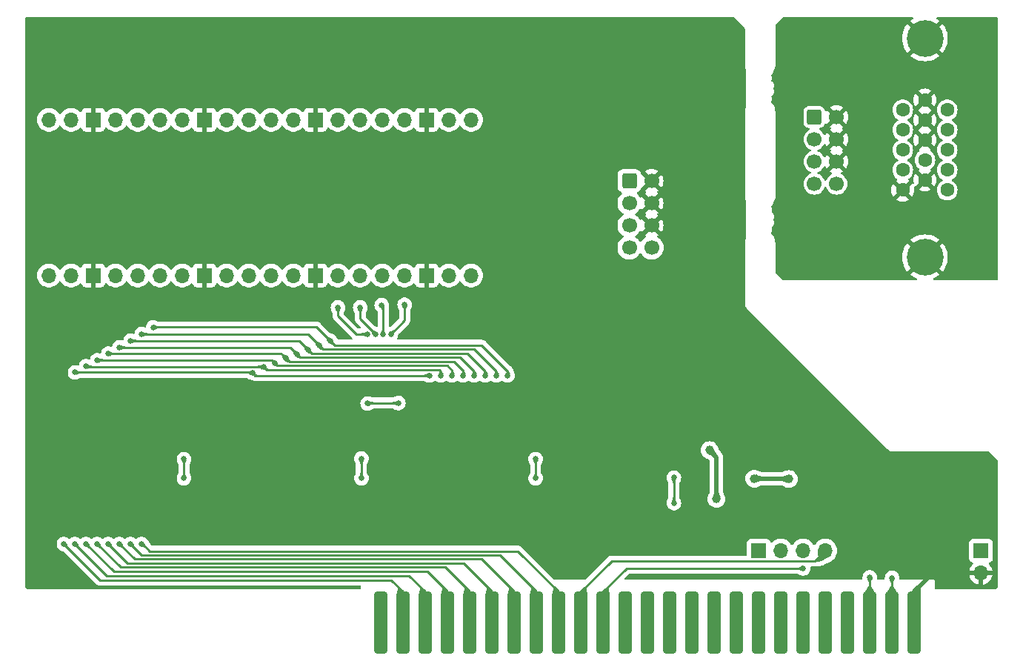
<source format=gbr>
%TF.GenerationSoftware,KiCad,Pcbnew,7.0.10-1.fc39*%
%TF.CreationDate,2024-01-28T21:12:04+02:00*%
%TF.ProjectId,AppleVGA,4170706c-6556-4474-912e-6b696361645f,B*%
%TF.SameCoordinates,Original*%
%TF.FileFunction,Copper,L2,Bot*%
%TF.FilePolarity,Positive*%
%FSLAX46Y46*%
G04 Gerber Fmt 4.6, Leading zero omitted, Abs format (unit mm)*
G04 Created by KiCad (PCBNEW 7.0.10-1.fc39) date 2024-01-28 21:12:04*
%MOMM*%
%LPD*%
G01*
G04 APERTURE LIST*
G04 Aperture macros list*
%AMRoundRect*
0 Rectangle with rounded corners*
0 $1 Rounding radius*
0 $2 $3 $4 $5 $6 $7 $8 $9 X,Y pos of 4 corners*
0 Add a 4 corners polygon primitive as box body*
4,1,4,$2,$3,$4,$5,$6,$7,$8,$9,$2,$3,0*
0 Add four circle primitives for the rounded corners*
1,1,$1+$1,$2,$3*
1,1,$1+$1,$4,$5*
1,1,$1+$1,$6,$7*
1,1,$1+$1,$8,$9*
0 Add four rect primitives between the rounded corners*
20,1,$1+$1,$2,$3,$4,$5,0*
20,1,$1+$1,$4,$5,$6,$7,0*
20,1,$1+$1,$6,$7,$8,$9,0*
20,1,$1+$1,$8,$9,$2,$3,0*%
G04 Aperture macros list end*
%TA.AperFunction,ComponentPad*%
%ADD10C,4.200000*%
%TD*%
%TA.AperFunction,ComponentPad*%
%ADD11C,1.600000*%
%TD*%
%TA.AperFunction,ComponentPad*%
%ADD12RoundRect,0.250000X-0.600000X-0.600000X0.600000X-0.600000X0.600000X0.600000X-0.600000X0.600000X0*%
%TD*%
%TA.AperFunction,ComponentPad*%
%ADD13C,1.700000*%
%TD*%
%TA.AperFunction,ConnectorPad*%
%ADD14RoundRect,0.381000X0.381000X3.175000X-0.381000X3.175000X-0.381000X-3.175000X0.381000X-3.175000X0*%
%TD*%
%TA.AperFunction,ComponentPad*%
%ADD15O,1.700000X1.700000*%
%TD*%
%TA.AperFunction,ComponentPad*%
%ADD16R,1.700000X1.700000*%
%TD*%
%TA.AperFunction,SMDPad,CuDef*%
%ADD17C,2.500000*%
%TD*%
%TA.AperFunction,ViaPad*%
%ADD18C,1.000000*%
%TD*%
%TA.AperFunction,ViaPad*%
%ADD19C,0.650000*%
%TD*%
%TA.AperFunction,Conductor*%
%ADD20C,0.500000*%
%TD*%
%TA.AperFunction,Conductor*%
%ADD21C,0.228600*%
%TD*%
G04 APERTURE END LIST*
D10*
%TO.P,J4,0*%
%TO.N,GND1*%
X184099200Y-94748400D03*
X184099200Y-69748400D03*
D11*
%TO.P,J4,1*%
%TO.N,R*%
X181559200Y-77930400D03*
%TO.P,J4,2*%
%TO.N,G*%
X181559200Y-80216400D03*
%TO.P,J4,3*%
%TO.N,B*%
X181559200Y-82502400D03*
%TO.P,J4,4*%
%TO.N,unconnected-(J4-Pad4)*%
X181559200Y-84788400D03*
%TO.P,J4,5*%
%TO.N,GND1*%
X181559200Y-87074400D03*
%TO.P,J4,6*%
X184099200Y-76787400D03*
%TO.P,J4,7*%
X184099200Y-79073400D03*
%TO.P,J4,8*%
X184099200Y-81359400D03*
%TO.P,J4,9*%
%TO.N,unconnected-(J4-Pad9)*%
X184099200Y-83645400D03*
%TO.P,J4,10*%
%TO.N,GND1*%
X184099200Y-85931400D03*
%TO.P,J4,11*%
%TO.N,unconnected-(J4-Pad11)*%
X186639200Y-77930400D03*
%TO.P,J4,12*%
%TO.N,unconnected-(J4-Pad12)*%
X186639200Y-80216400D03*
%TO.P,J4,13*%
%TO.N,HSYNC*%
X186639200Y-82502400D03*
%TO.P,J4,14*%
%TO.N,VSYNC*%
X186639200Y-84788400D03*
%TO.P,J4,15*%
%TO.N,unconnected-(J4-Pad15)*%
X186639200Y-87074400D03*
%TD*%
D12*
%TO.P,J3,1,Pin_1*%
%TO.N,R*%
X171450000Y-78740000D03*
D13*
%TO.P,J3,2,Pin_2*%
%TO.N,GND1*%
X173990000Y-78740000D03*
%TO.P,J3,3,Pin_3*%
%TO.N,G*%
X171450000Y-81280000D03*
%TO.P,J3,4,Pin_4*%
%TO.N,GND1*%
X173990000Y-81280000D03*
%TO.P,J3,5,Pin_5*%
%TO.N,B*%
X171450000Y-83820000D03*
%TO.P,J3,6,Pin_6*%
%TO.N,GND1*%
X173990000Y-83820000D03*
%TO.P,J3,7,Pin_7*%
%TO.N,HSYNC*%
X171450000Y-86360000D03*
%TO.P,J3,8,Pin_8*%
%TO.N,VSYNC*%
X173990000Y-86360000D03*
%TD*%
D14*
%TO.P,J1,26,Pin_26*%
%TO.N,GND*%
X182880000Y-136525000D03*
%TO.P,J1,27,Pin_27*%
%TO.N,~{DMAPASS}*%
X180340000Y-136525000D03*
%TO.P,J1,28,Pin_28*%
%TO.N,~{INTPASS}*%
X177800000Y-136525000D03*
%TO.P,J1,29,Pin_29*%
%TO.N,unconnected-(J1-Pin_29-Pad29)*%
X175260000Y-136525000D03*
%TO.P,J1,30,Pin_30*%
%TO.N,unconnected-(J1-Pin_30-Pad30)*%
X172720000Y-136525000D03*
%TO.P,J1,31,Pin_31*%
%TO.N,unconnected-(J1-Pin_31-Pad31)*%
X170180000Y-136525000D03*
%TO.P,J1,32,Pin_32*%
%TO.N,unconnected-(J1-Pin_32-Pad32)*%
X167640000Y-136525000D03*
%TO.P,J1,33,Pin_33*%
%TO.N,unconnected-(J1-Pin_33-Pad33)*%
X165100000Y-136525000D03*
%TO.P,J1,34,Pin_34*%
%TO.N,unconnected-(J1-Pin_34-Pad34)*%
X162560000Y-136525000D03*
%TO.P,J1,35,Pin_35*%
%TO.N,unconnected-(J1-Pin_35-Pad35)*%
X160020000Y-136525000D03*
%TO.P,J1,36,Pin_36*%
%TO.N,unconnected-(J1-Pin_36-Pad36)*%
X157480000Y-136525000D03*
%TO.P,J1,37,Pin_37*%
%TO.N,unconnected-(J1-Pin_37-Pad37)*%
X154940000Y-136525000D03*
%TO.P,J1,38,Pin_38*%
%TO.N,unconnected-(J1-Pin_38-Pad38)*%
X152400000Y-136525000D03*
%TO.P,J1,39,Pin_39*%
%TO.N,unconnected-(J1-Pin_39-Pad39)*%
X149860000Y-136525000D03*
%TO.P,J1,40,Pin_40*%
%TO.N,PHI0*%
X147320000Y-136525000D03*
%TO.P,J1,41,Pin_41*%
%TO.N,~{DEVSEL}*%
X144780000Y-136525000D03*
%TO.P,J1,42,Pin_42*%
%TO.N,/D7*%
X142240000Y-136525000D03*
%TO.P,J1,43,Pin_43*%
%TO.N,/D6*%
X139700000Y-136525000D03*
%TO.P,J1,44,Pin_44*%
%TO.N,/D5*%
X137160000Y-136525000D03*
%TO.P,J1,45,Pin_45*%
%TO.N,/D4*%
X134620000Y-136525000D03*
%TO.P,J1,46,Pin_46*%
%TO.N,/D3*%
X132080000Y-136525000D03*
%TO.P,J1,47,Pin_47*%
%TO.N,/D2*%
X129540000Y-136525000D03*
%TO.P,J1,48,Pin_48*%
%TO.N,/D1*%
X127000000Y-136525000D03*
%TO.P,J1,49,Pin_49*%
%TO.N,/D0*%
X124460000Y-136525000D03*
%TO.P,J1,50,Pin_50*%
%TO.N,unconnected-(J1-Pin_50-Pad50)*%
X121920000Y-136525000D03*
%TD*%
D15*
%TO.P,U6,1,GPIO0*%
%TO.N,/DA0*%
X83972400Y-96824800D03*
%TO.P,U6,2,GPIO1*%
%TO.N,/DA1*%
X86512400Y-96824800D03*
D16*
%TO.P,U6,3,GND*%
%TO.N,GND*%
X89052400Y-96824800D03*
D15*
%TO.P,U6,4,GPIO2*%
%TO.N,/DA2*%
X91592400Y-96824800D03*
%TO.P,U6,5,GPIO3*%
%TO.N,/DA3*%
X94132400Y-96824800D03*
%TO.P,U6,6,GPIO4*%
%TO.N,/DA4*%
X96672400Y-96824800D03*
%TO.P,U6,7,GPIO5*%
%TO.N,/DA5*%
X99212400Y-96824800D03*
D16*
%TO.P,U6,8,GND*%
%TO.N,GND*%
X101752400Y-96824800D03*
D15*
%TO.P,U6,9,GPIO6*%
%TO.N,/DA6*%
X104292400Y-96824800D03*
%TO.P,U6,10,GPIO7*%
%TO.N,/DA7*%
X106832400Y-96824800D03*
%TO.P,U6,11,GPIO8*%
%TO.N,Net-(U4-A1)*%
X109372400Y-96824800D03*
%TO.P,U6,12,GPIO9*%
%TO.N,Net-(U4-A0)*%
X111912400Y-96824800D03*
D16*
%TO.P,U6,13,GND*%
%TO.N,GND*%
X114452400Y-96824800D03*
D15*
%TO.P,U6,14,GPIO10*%
%TO.N,Net-(JP1-Pin_2)*%
X116992400Y-96824800D03*
%TO.P,U6,15,GPIO11*%
%TO.N,Net-(U3-CE)*%
X119532400Y-96824800D03*
%TO.P,U6,16,GPIO12*%
%TO.N,Net-(U2-CE)*%
X122072400Y-96824800D03*
%TO.P,U6,17,GPIO13*%
%TO.N,Net-(U1-CE)*%
X124612400Y-96824800D03*
D16*
%TO.P,U6,18,GND*%
%TO.N,GND*%
X127152400Y-96824800D03*
D15*
%TO.P,U6,19,GPIO14*%
%TO.N,Net-(U6-GPIO14)*%
X129692400Y-96824800D03*
%TO.P,U6,20,GPIO15*%
%TO.N,Net-(U6-GPIO15)*%
X132232400Y-96824800D03*
%TO.P,U6,21,GPIO16*%
%TO.N,Net-(U6-GPIO16)*%
X132232400Y-79044800D03*
%TO.P,U6,22,GPIO17*%
%TO.N,Net-(U6-GPIO17)*%
X129692400Y-79044800D03*
D16*
%TO.P,U6,23,GND*%
%TO.N,GND*%
X127152400Y-79044800D03*
D15*
%TO.P,U6,24,GPIO18*%
%TO.N,Net-(U6-GPIO18)*%
X124612400Y-79044800D03*
%TO.P,U6,25,GPIO19*%
%TO.N,Net-(U6-GPIO19)*%
X122072400Y-79044800D03*
%TO.P,U6,26,GPIO20*%
%TO.N,Net-(U6-GPIO20)*%
X119532400Y-79044800D03*
%TO.P,U6,27,GPIO21*%
%TO.N,Net-(U6-GPIO21)*%
X116992400Y-79044800D03*
D16*
%TO.P,U6,28,GND*%
%TO.N,GND*%
X114452400Y-79044800D03*
D15*
%TO.P,U6,29,GPIO22*%
%TO.N,Net-(U6-GPIO22)*%
X111912400Y-79044800D03*
%TO.P,U6,30,RUN*%
%TO.N,RUN*%
X109372400Y-79044800D03*
%TO.P,U6,31,GPIO26_ADC0*%
%TO.N,PHI0_3.3*%
X106832400Y-79044800D03*
%TO.P,U6,32,GPIO27_ADC1*%
%TO.N,Net-(U6-GPIO27_ADC1)*%
X104292400Y-79044800D03*
D16*
%TO.P,U6,33,AGND*%
%TO.N,GND*%
X101752400Y-79044800D03*
D15*
%TO.P,U6,34,GPIO28_ADC2*%
%TO.N,Net-(U6-GPIO28_ADC2)*%
X99212400Y-79044800D03*
%TO.P,U6,35,ADC_VREF*%
%TO.N,unconnected-(U6-ADC_VREF-Pad35)*%
X96672400Y-79044800D03*
%TO.P,U6,36,3V3*%
%TO.N,+3.3V*%
X94132400Y-79044800D03*
%TO.P,U6,37,3V3_EN*%
%TO.N,unconnected-(U6-3V3_EN-Pad37)*%
X91592400Y-79044800D03*
D16*
%TO.P,U6,38,GND*%
%TO.N,GND*%
X89052400Y-79044800D03*
D15*
%TO.P,U6,39,VSYS*%
%TO.N,/VSYS*%
X86512400Y-79044800D03*
%TO.P,U6,40,VBUS*%
%TO.N,/VBUS*%
X83972400Y-79044800D03*
%TD*%
D12*
%TO.P,J2,1,Pin_1*%
%TO.N,VGA_R*%
X150317200Y-86029800D03*
D13*
%TO.P,J2,2,Pin_2*%
%TO.N,GND*%
X152857200Y-86029800D03*
%TO.P,J2,3,Pin_3*%
%TO.N,VGA_G*%
X150317200Y-88569800D03*
%TO.P,J2,4,Pin_4*%
%TO.N,GND*%
X152857200Y-88569800D03*
%TO.P,J2,5,Pin_5*%
%TO.N,VGA_B*%
X150317200Y-91109800D03*
%TO.P,J2,6,Pin_6*%
%TO.N,GND*%
X152857200Y-91109800D03*
%TO.P,J2,7,Pin_7*%
%TO.N,VGA_HSYNC*%
X150317200Y-93649800D03*
%TO.P,J2,8,Pin_8*%
%TO.N,VGA_VSYNC*%
X152857200Y-93649800D03*
%TD*%
D16*
%TO.P,TP1,1,Pin_1*%
%TO.N,+5V*%
X190500000Y-128270000D03*
D15*
%TO.P,TP1,2,Pin_2*%
%TO.N,GND*%
X190500000Y-130810000D03*
%TD*%
D16*
%TO.P,TP2,1,Pin_1*%
%TO.N,R~{W}*%
X165100000Y-128270000D03*
D15*
%TO.P,TP2,2,Pin_2*%
%TO.N,SYNC*%
X167640000Y-128270000D03*
%TO.P,TP2,3,Pin_3*%
%TO.N,PHI0*%
X170180000Y-128270000D03*
%TO.P,TP2,4,Pin_4*%
%TO.N,~{DEVSEL}*%
X172720000Y-128270000D03*
%TD*%
D17*
%TO.P,REF\u002A\u002A,1*%
%TO.N,GND*%
X161417000Y-69392800D03*
%TD*%
D18*
%TO.N,+5V*%
X164592000Y-120040400D03*
X168554400Y-120091200D03*
%TO.N,GND*%
X149098000Y-121513600D03*
X146507200Y-121513600D03*
X153593800Y-76123800D03*
X139344400Y-109982000D03*
X83769200Y-109982000D03*
X98856800Y-124002800D03*
X119532400Y-124002800D03*
X104190800Y-109931200D03*
X159539200Y-109954800D03*
X150317200Y-121513600D03*
X145112000Y-109954800D03*
X159461200Y-124050400D03*
X167792400Y-112268000D03*
X147777200Y-121513600D03*
%TO.N,+3.3V*%
X159486602Y-116789200D03*
X160274000Y-122377200D03*
D19*
%TO.N,~{DMAPASS}*%
X180340000Y-131368800D03*
%TO.N,~{INTPASS}*%
X177800000Y-131318000D03*
%TO.N,/DA0*%
X107238800Y-107950000D03*
X86969600Y-107899210D03*
X127508000Y-108252802D03*
%TO.N,/DA1*%
X88239602Y-107193625D03*
X108508800Y-107282100D03*
X128778000Y-108252802D03*
%TO.N,/DA2*%
X109778800Y-106832406D03*
X89509600Y-106527600D03*
X130047998Y-108252802D03*
%TO.N,/DA3*%
X131318000Y-108252802D03*
X111048792Y-106273600D03*
X90779595Y-105767475D03*
%TO.N,/DA4*%
X112318800Y-105816394D03*
X92049600Y-105046906D03*
X132588000Y-108252802D03*
%TO.N,/DA5*%
X133857997Y-108252802D03*
X93319596Y-104292402D03*
X113588800Y-105308400D03*
%TO.N,/DA6*%
X114858800Y-104800400D03*
X94589600Y-103530384D03*
X135128000Y-108252802D03*
%TO.N,/DA7*%
X116128800Y-104292396D03*
X136398000Y-108252802D03*
X95910400Y-102768398D03*
%TO.N,PHI0*%
X170180000Y-130302000D03*
%TO.N,R~{W}*%
X155397201Y-119929400D03*
X155397201Y-122834400D03*
%TO.N,Net-(U1-CE)*%
X124637800Y-100170101D03*
X123052603Y-103530400D03*
X139598400Y-117805200D03*
X139598400Y-120000001D03*
%TO.N,Net-(U2-CE)*%
X119684800Y-120000007D03*
X119684800Y-117754400D03*
X122174000Y-103530400D03*
X122014744Y-100226229D03*
%TO.N,Net-(U3-CE)*%
X99415586Y-119989600D03*
X119557800Y-100482400D03*
X121295397Y-103530400D03*
X99415600Y-117805200D03*
%TO.N,Net-(JP1-Pin_2)*%
X117017800Y-100482396D03*
X120345200Y-103530400D03*
%TO.N,/D0*%
X85699600Y-127508000D03*
%TO.N,/D1*%
X86969600Y-127508000D03*
%TO.N,/D2*%
X88239598Y-127508000D03*
%TO.N,/D3*%
X89509600Y-127508000D03*
%TO.N,/D4*%
X90779608Y-127508000D03*
%TO.N,/D5*%
X92049600Y-127508000D03*
%TO.N,/D6*%
X93319600Y-127508000D03*
%TO.N,/D7*%
X94589596Y-127508002D03*
%TO.N,Net-(JP1-Pin_3)*%
X123901200Y-111404400D03*
X120396000Y-111455200D03*
%TO.N,GND1*%
X176560604Y-78822091D03*
X179100604Y-78822091D03*
X179100604Y-81362091D03*
X176560604Y-83902091D03*
X179100604Y-86442091D03*
X176560604Y-86442091D03*
X179100604Y-83902091D03*
X176560604Y-81362091D03*
%TD*%
D20*
%TO.N,+5V*%
X168503600Y-120040400D02*
X168554400Y-120091200D01*
X164592000Y-120040400D02*
X168503600Y-120040400D01*
%TO.N,GND*%
X182880000Y-132969000D02*
X185039000Y-130810000D01*
X182880000Y-136525000D02*
X182880000Y-132969000D01*
X185039000Y-130810000D02*
X190500000Y-130810000D01*
%TO.N,+3.3V*%
X160274000Y-122377200D02*
X160274000Y-117576598D01*
X160274000Y-117576598D02*
X159486602Y-116789200D01*
D21*
%TO.N,~{DMAPASS}*%
X180340000Y-131368800D02*
X180340000Y-136525000D01*
%TO.N,~{INTPASS}*%
X177800000Y-131318000D02*
X177800000Y-136525000D01*
%TO.N,/DA0*%
X86969610Y-107899200D02*
X107188000Y-107899200D01*
X86969600Y-107899210D02*
X86969610Y-107899200D01*
X107188000Y-107899200D02*
X107238800Y-107950000D01*
X127508000Y-108252802D02*
X107541602Y-108252802D01*
X107541602Y-108252802D02*
X107238800Y-107950000D01*
%TO.N,/DA1*%
X114949870Y-107584902D02*
X114940372Y-107594400D01*
X114940372Y-107594400D02*
X108821100Y-107594400D01*
X128778000Y-108252802D02*
X128778000Y-107797600D01*
X108420325Y-107238800D02*
X88284775Y-107238800D01*
X108508800Y-107282100D02*
X108465500Y-107238800D01*
X88284775Y-107238800D02*
X88239600Y-107193625D01*
X128565302Y-107584902D02*
X114949870Y-107584902D01*
X128778000Y-107797600D02*
X128565302Y-107584902D01*
X108821100Y-107594400D02*
X108508800Y-107282100D01*
X108465500Y-107193625D02*
X108420325Y-107238800D01*
%TO.N,/DA2*%
X114750994Y-107137200D02*
X110083594Y-107137200D01*
X110083594Y-107137200D02*
X109778800Y-106832406D01*
X129479702Y-107127702D02*
X130047998Y-107695998D01*
X130047998Y-107695998D02*
X130047998Y-108166399D01*
X109778800Y-106832406D02*
X109473994Y-106527600D01*
X129479702Y-107127702D02*
X114760492Y-107127702D01*
X109473994Y-106480550D02*
X89509600Y-106480550D01*
X114760492Y-107127702D02*
X114750994Y-107137200D01*
%TO.N,/DA3*%
X130292502Y-106670502D02*
X111445694Y-106670502D01*
X131318000Y-107696000D02*
X131318000Y-108252802D01*
X131317996Y-108076996D02*
X131318000Y-108076996D01*
X110591598Y-105767475D02*
X90779597Y-105767475D01*
X111048792Y-106273600D02*
X110591598Y-105816406D01*
X111445694Y-106670502D02*
X111048792Y-106273600D01*
X131318000Y-107696000D02*
X130292502Y-106670502D01*
%TO.N,/DA4*%
X132588000Y-108252802D02*
X132588000Y-107771201D01*
X130988799Y-106172000D02*
X112674406Y-106172000D01*
X111549312Y-105046906D02*
X92049600Y-105046906D01*
X112318800Y-105816394D02*
X111549312Y-105046906D01*
X132588000Y-107771201D02*
X130988799Y-106172000D01*
X112674406Y-106172000D02*
X112318800Y-105816394D01*
%TO.N,/DA5*%
X131801598Y-105714800D02*
X133857997Y-107771199D01*
X133857997Y-108252802D02*
X133857997Y-108261368D01*
X133857997Y-107771199D02*
X133857997Y-108252802D01*
X131801598Y-105714800D02*
X113995200Y-105714800D01*
X113588800Y-105308400D02*
X112572802Y-104292402D01*
X113995200Y-105714800D02*
X113588800Y-105308400D01*
X112572802Y-104292402D02*
X93319596Y-104292402D01*
%TO.N,/DA6*%
X135128000Y-108252802D02*
X135128000Y-108204008D01*
X113588784Y-103530384D02*
X94589600Y-103530384D01*
X135128000Y-107796601D02*
X132588999Y-105257600D01*
X114858800Y-104800400D02*
X113588784Y-103530384D01*
X132588999Y-105257600D02*
X115316000Y-105257600D01*
X135128000Y-108252802D02*
X135128000Y-107796601D01*
X115316000Y-105257600D02*
X114858800Y-104800400D01*
%TO.N,/DA7*%
X116636804Y-104800400D02*
X116128800Y-104292396D01*
X136398000Y-107746800D02*
X136398000Y-108000800D01*
X136398000Y-108000800D02*
X136398000Y-108204014D01*
X95961198Y-102717600D02*
X95910400Y-102768398D01*
X133451600Y-104800400D02*
X116636804Y-104800400D01*
X116128800Y-104292396D02*
X114554004Y-102717600D01*
X133451600Y-104800400D02*
X136398000Y-107746800D01*
X114554004Y-102717600D02*
X95961198Y-102717600D01*
%TO.N,PHI0*%
X147320000Y-136525000D02*
X147320000Y-132969000D01*
X147320000Y-132969000D02*
X149987000Y-130302000D01*
X149987000Y-130302000D02*
X170180000Y-130302000D01*
%TO.N,R~{W}*%
X155397201Y-119929400D02*
X155397201Y-122834400D01*
%TO.N,~{DEVSEL}*%
X144780000Y-136525000D02*
X144780000Y-132969000D01*
X144780000Y-132969000D02*
X148286100Y-129462900D01*
X148286100Y-129462900D02*
X171527100Y-129462900D01*
X171527100Y-129462900D02*
X172720000Y-128270000D01*
%TO.N,Net-(U1-CE)*%
X123052603Y-103530400D02*
X124637800Y-101945203D01*
X139598400Y-117805200D02*
X139598400Y-120000001D01*
X124637800Y-101945203D02*
X124637800Y-100170101D01*
%TO.N,Net-(U2-CE)*%
X119684800Y-117754400D02*
X119684800Y-120000007D01*
X122174000Y-103530400D02*
X122174000Y-100385485D01*
X122174000Y-100385485D02*
X122014744Y-100226229D01*
%TO.N,Net-(U3-CE)*%
X121295397Y-103530400D02*
X119557800Y-101792803D01*
X99415600Y-117805200D02*
X99415586Y-117805214D01*
X119557800Y-101792803D02*
X119557800Y-100482400D01*
X99415586Y-117805214D02*
X99415586Y-119989600D01*
%TO.N,Net-(JP1-Pin_2)*%
X119075200Y-103530400D02*
X117017800Y-101473000D01*
X117017800Y-101473000D02*
X117017800Y-100482396D01*
X120345200Y-103530400D02*
X119075200Y-103530400D01*
%TO.N,/D0*%
X124460000Y-136525000D02*
X124460000Y-132969000D01*
X124460000Y-132969000D02*
X123113800Y-131622800D01*
X89814400Y-131622800D02*
X85699600Y-127508000D01*
X123113800Y-131622800D02*
X89814400Y-131622800D01*
%TO.N,/D1*%
X90576396Y-131114796D02*
X86969600Y-127508000D01*
X125145796Y-131114796D02*
X90576396Y-131114796D01*
X127000000Y-132969000D02*
X125145796Y-131114796D01*
X127000000Y-136525000D02*
X127000000Y-132969000D01*
%TO.N,/D2*%
X127228596Y-130657596D02*
X91389194Y-130657596D01*
X129540000Y-132969000D02*
X127228596Y-130657596D01*
X91389194Y-130657596D02*
X88239598Y-127508000D01*
X129540000Y-136525000D02*
X129540000Y-132969000D01*
%TO.N,/D3*%
X129268098Y-130157098D02*
X92158698Y-130157098D01*
X92158698Y-130157098D02*
X89509600Y-127508000D01*
X132080000Y-132969000D02*
X129268098Y-130157098D01*
X132080000Y-136525000D02*
X132080000Y-132969000D01*
X89509600Y-127508000D02*
X89509600Y-127406398D01*
%TO.N,/D4*%
X134620000Y-136525000D02*
X134620000Y-132969000D01*
X134620000Y-132969000D02*
X131350898Y-129699898D01*
X131350898Y-129699898D02*
X92971506Y-129699898D01*
X90779608Y-127508000D02*
X90779608Y-127355600D01*
X92971506Y-129699898D02*
X90779608Y-127508000D01*
%TO.N,/D5*%
X93784299Y-129242699D02*
X92049600Y-127508000D01*
X137160000Y-136525000D02*
X137160000Y-132969000D01*
X137160000Y-132969000D02*
X133433699Y-129242699D01*
X92049600Y-127508000D02*
X92049600Y-127406394D01*
X133433699Y-129242699D02*
X93784299Y-129242699D01*
%TO.N,/D6*%
X139700000Y-132969000D02*
X135509000Y-128778000D01*
X139700000Y-136525000D02*
X139700000Y-132969000D01*
X135509000Y-128778000D02*
X94589600Y-128778000D01*
X94589600Y-128778000D02*
X93319600Y-127508000D01*
%TO.N,/D7*%
X137591800Y-128320800D02*
X95504006Y-128320800D01*
X142240000Y-136525000D02*
X142240000Y-132969000D01*
X142240000Y-132969000D02*
X137591800Y-128320800D01*
X95504006Y-128320800D02*
X94691208Y-127508002D01*
%TO.N,Net-(JP1-Pin_3)*%
X123901200Y-111404400D02*
X120446800Y-111404400D01*
X120446800Y-111404400D02*
X120396000Y-111455200D01*
%TD*%
%TA.AperFunction,Conductor*%
%TO.N,GND1*%
G36*
X173530507Y-84029844D02*
G01*
X173608239Y-84150798D01*
X173716900Y-84244952D01*
X173847685Y-84304680D01*
X173857466Y-84306086D01*
X173228625Y-84934925D01*
X173312421Y-84993599D01*
X173418345Y-85042993D01*
X173470784Y-85089165D01*
X173489936Y-85156359D01*
X173469720Y-85223240D01*
X173418345Y-85267757D01*
X173371898Y-85289415D01*
X173371896Y-85289416D01*
X173195387Y-85413009D01*
X173195381Y-85413014D01*
X173043014Y-85565381D01*
X173043009Y-85565387D01*
X172919416Y-85741896D01*
X172919415Y-85741898D01*
X172832382Y-85928542D01*
X172786210Y-85980981D01*
X172719016Y-86000133D01*
X172652135Y-85979917D01*
X172607618Y-85928542D01*
X172520584Y-85741898D01*
X172520583Y-85741896D01*
X172396990Y-85565387D01*
X172396985Y-85565381D01*
X172244618Y-85413014D01*
X172244612Y-85413009D01*
X172068103Y-85289416D01*
X172068101Y-85289415D01*
X171963545Y-85240660D01*
X171881455Y-85202381D01*
X171829018Y-85156210D01*
X171809866Y-85089016D01*
X171830082Y-85022135D01*
X171881455Y-84977618D01*
X172068102Y-84890584D01*
X172244617Y-84766987D01*
X172396987Y-84614617D01*
X172520584Y-84438102D01*
X172542242Y-84391655D01*
X172588412Y-84339216D01*
X172655605Y-84320063D01*
X172722487Y-84340277D01*
X172767006Y-84391654D01*
X172816400Y-84497578D01*
X172816402Y-84497583D01*
X172875072Y-84581373D01*
X172875073Y-84581373D01*
X173506923Y-83949523D01*
X173530507Y-84029844D01*
G37*
%TD.AperFunction*%
%TA.AperFunction,Conductor*%
G36*
X173530507Y-81489844D02*
G01*
X173608239Y-81610798D01*
X173716900Y-81704952D01*
X173847685Y-81764680D01*
X173857466Y-81766086D01*
X173228625Y-82394925D01*
X173305031Y-82448425D01*
X173348655Y-82503002D01*
X173355848Y-82572501D01*
X173324326Y-82634855D01*
X173305029Y-82651576D01*
X173228625Y-82705072D01*
X173857466Y-83333913D01*
X173847685Y-83335320D01*
X173716900Y-83395048D01*
X173608239Y-83489202D01*
X173530507Y-83610156D01*
X173506923Y-83690475D01*
X172875073Y-83058625D01*
X172875072Y-83058625D01*
X172816401Y-83142419D01*
X172767007Y-83248345D01*
X172720834Y-83300784D01*
X172653641Y-83319936D01*
X172586760Y-83299720D01*
X172542243Y-83248345D01*
X172520584Y-83201898D01*
X172520583Y-83201896D01*
X172396990Y-83025387D01*
X172396985Y-83025381D01*
X172244618Y-82873014D01*
X172244612Y-82873009D01*
X172068103Y-82749416D01*
X172068101Y-82749415D01*
X171958911Y-82698499D01*
X171881455Y-82662381D01*
X171829018Y-82616210D01*
X171809866Y-82549016D01*
X171830082Y-82482135D01*
X171881455Y-82437618D01*
X172068102Y-82350584D01*
X172244617Y-82226987D01*
X172396987Y-82074617D01*
X172520584Y-81898102D01*
X172542242Y-81851655D01*
X172588412Y-81799216D01*
X172655605Y-81780063D01*
X172722487Y-81800277D01*
X172767006Y-81851654D01*
X172816400Y-81957578D01*
X172816402Y-81957583D01*
X172875072Y-82041373D01*
X172875073Y-82041373D01*
X173506923Y-81409523D01*
X173530507Y-81489844D01*
G37*
%TD.AperFunction*%
%TA.AperFunction,Conductor*%
G36*
X173530507Y-78949844D02*
G01*
X173608239Y-79070798D01*
X173716900Y-79164952D01*
X173847685Y-79224680D01*
X173857466Y-79226086D01*
X173228625Y-79854925D01*
X173305031Y-79908425D01*
X173348655Y-79963002D01*
X173355848Y-80032501D01*
X173324326Y-80094855D01*
X173305029Y-80111576D01*
X173228625Y-80165072D01*
X173857466Y-80793913D01*
X173847685Y-80795320D01*
X173716900Y-80855048D01*
X173608239Y-80949202D01*
X173530507Y-81070156D01*
X173506923Y-81150475D01*
X172875073Y-80518625D01*
X172875072Y-80518625D01*
X172816401Y-80602419D01*
X172767007Y-80708345D01*
X172720834Y-80760784D01*
X172653641Y-80779936D01*
X172586760Y-80759720D01*
X172542243Y-80708345D01*
X172520584Y-80661898D01*
X172520583Y-80661896D01*
X172396990Y-80485387D01*
X172396985Y-80485381D01*
X172244618Y-80333014D01*
X172244612Y-80333009D01*
X172068103Y-80209416D01*
X172064731Y-80207844D01*
X172063495Y-80206756D01*
X172063412Y-80206708D01*
X172063421Y-80206691D01*
X172012293Y-80161670D01*
X171993143Y-80094476D01*
X172013361Y-80027595D01*
X172066527Y-79982262D01*
X172111349Y-79971777D01*
X172111343Y-79971691D01*
X172111908Y-79971646D01*
X172112287Y-79971558D01*
X172113746Y-79971500D01*
X172113770Y-79971500D01*
X172149574Y-79968682D01*
X172302792Y-79924168D01*
X172440127Y-79842949D01*
X172552949Y-79730127D01*
X172634168Y-79592792D01*
X172651378Y-79533554D01*
X172688984Y-79474670D01*
X172752456Y-79445463D01*
X172821643Y-79455209D01*
X172872029Y-79497027D01*
X172875072Y-79501373D01*
X172875073Y-79501373D01*
X173506923Y-78869523D01*
X173530507Y-78949844D01*
G37*
%TD.AperFunction*%
%TA.AperFunction,Conductor*%
G36*
X182728479Y-67330185D02*
G01*
X182774234Y-67382989D01*
X182784178Y-67452147D01*
X182755153Y-67515703D01*
X182725590Y-67540617D01*
X182619533Y-67604730D01*
X182445460Y-67741106D01*
X182445460Y-67741107D01*
X183155019Y-68450666D01*
X182964330Y-68613530D01*
X182801466Y-68804219D01*
X182091907Y-68094660D01*
X182091906Y-68094660D01*
X181955530Y-68268733D01*
X181792806Y-68537913D01*
X181792805Y-68537915D01*
X181663712Y-68824749D01*
X181663708Y-68824760D01*
X181570136Y-69125042D01*
X181513439Y-69434436D01*
X181494448Y-69748400D01*
X181513439Y-70062363D01*
X181570136Y-70371757D01*
X181663708Y-70672039D01*
X181663712Y-70672050D01*
X181792805Y-70958884D01*
X181792806Y-70958886D01*
X181955530Y-71228066D01*
X181955535Y-71228074D01*
X182091907Y-71402138D01*
X182801465Y-70692579D01*
X182964330Y-70883270D01*
X183155018Y-71046132D01*
X182445460Y-71755691D01*
X182445460Y-71755692D01*
X182619534Y-71892070D01*
X182888713Y-72054793D01*
X182888715Y-72054794D01*
X183175549Y-72183887D01*
X183175560Y-72183891D01*
X183475842Y-72277463D01*
X183785236Y-72334160D01*
X184099200Y-72353151D01*
X184413163Y-72334160D01*
X184722557Y-72277463D01*
X185022839Y-72183891D01*
X185022850Y-72183887D01*
X185309684Y-72054794D01*
X185309686Y-72054793D01*
X185578866Y-71892069D01*
X185578874Y-71892063D01*
X185752938Y-71755692D01*
X185752938Y-71755691D01*
X185043380Y-71046133D01*
X185234070Y-70883270D01*
X185396933Y-70692580D01*
X186106491Y-71402138D01*
X186106492Y-71402138D01*
X186242863Y-71228074D01*
X186242869Y-71228066D01*
X186405593Y-70958886D01*
X186405594Y-70958884D01*
X186534687Y-70672050D01*
X186534691Y-70672039D01*
X186628263Y-70371757D01*
X186684960Y-70062363D01*
X186703951Y-69748400D01*
X186684960Y-69434436D01*
X186628263Y-69125042D01*
X186534691Y-68824760D01*
X186534687Y-68824749D01*
X186405594Y-68537915D01*
X186405593Y-68537913D01*
X186242870Y-68268734D01*
X186106491Y-68094660D01*
X185396932Y-68804218D01*
X185234070Y-68613530D01*
X185043380Y-68450666D01*
X185752938Y-67741107D01*
X185752938Y-67741106D01*
X185578874Y-67604735D01*
X185578866Y-67604729D01*
X185472810Y-67540617D01*
X185425623Y-67489089D01*
X185413784Y-67420230D01*
X185441053Y-67355901D01*
X185498771Y-67316527D01*
X185536960Y-67310500D01*
X192280500Y-67310500D01*
X192347539Y-67330185D01*
X192393294Y-67382989D01*
X192404500Y-67434500D01*
X192404500Y-97265501D01*
X192384815Y-97332540D01*
X192332011Y-97378295D01*
X192280500Y-97389501D01*
X185143649Y-97389501D01*
X185076610Y-97369816D01*
X185030855Y-97317012D01*
X185020911Y-97247854D01*
X185049936Y-97184298D01*
X185092758Y-97152425D01*
X185309684Y-97054794D01*
X185309686Y-97054793D01*
X185578866Y-96892069D01*
X185578874Y-96892063D01*
X185752938Y-96755692D01*
X185752938Y-96755691D01*
X185043380Y-96046133D01*
X185234070Y-95883270D01*
X185396933Y-95692580D01*
X186106491Y-96402138D01*
X186106492Y-96402138D01*
X186242863Y-96228074D01*
X186242869Y-96228066D01*
X186405593Y-95958886D01*
X186405594Y-95958884D01*
X186534687Y-95672050D01*
X186534691Y-95672039D01*
X186628263Y-95371757D01*
X186684960Y-95062363D01*
X186703951Y-94748400D01*
X186684960Y-94434436D01*
X186628263Y-94125042D01*
X186534691Y-93824760D01*
X186534687Y-93824749D01*
X186405594Y-93537915D01*
X186405593Y-93537913D01*
X186242870Y-93268734D01*
X186106491Y-93094660D01*
X185396932Y-93804218D01*
X185234070Y-93613530D01*
X185043380Y-93450666D01*
X185752938Y-92741107D01*
X185752938Y-92741106D01*
X185578874Y-92604735D01*
X185578866Y-92604730D01*
X185309686Y-92442006D01*
X185309684Y-92442005D01*
X185022850Y-92312912D01*
X185022839Y-92312908D01*
X184722557Y-92219336D01*
X184413163Y-92162639D01*
X184099200Y-92143648D01*
X183785236Y-92162639D01*
X183475842Y-92219336D01*
X183175560Y-92312908D01*
X183175549Y-92312912D01*
X182888715Y-92442005D01*
X182888713Y-92442006D01*
X182619533Y-92604730D01*
X182445460Y-92741106D01*
X182445460Y-92741107D01*
X183155019Y-93450666D01*
X182964330Y-93613530D01*
X182801466Y-93804219D01*
X182091907Y-93094660D01*
X182091906Y-93094660D01*
X181955530Y-93268733D01*
X181792806Y-93537913D01*
X181792805Y-93537915D01*
X181663712Y-93824749D01*
X181663708Y-93824760D01*
X181570136Y-94125042D01*
X181513439Y-94434436D01*
X181494448Y-94748400D01*
X181513439Y-95062363D01*
X181570136Y-95371757D01*
X181663708Y-95672039D01*
X181663712Y-95672050D01*
X181792805Y-95958884D01*
X181792806Y-95958886D01*
X181955530Y-96228066D01*
X181955535Y-96228074D01*
X182091907Y-96402138D01*
X182801465Y-95692579D01*
X182964330Y-95883270D01*
X183155018Y-96046132D01*
X182445460Y-96755691D01*
X182445460Y-96755692D01*
X182619534Y-96892070D01*
X182888713Y-97054793D01*
X182888715Y-97054794D01*
X183105642Y-97152425D01*
X183158697Y-97197889D01*
X183178749Y-97264820D01*
X183159433Y-97331966D01*
X183106881Y-97378011D01*
X183054751Y-97389501D01*
X167954595Y-97389501D01*
X167887556Y-97369816D01*
X167866914Y-97353182D01*
X167041737Y-96528005D01*
X167008252Y-96466682D01*
X167005418Y-96440363D01*
X167004610Y-93285106D01*
X167004714Y-93280031D01*
X167009207Y-93171033D01*
X166983149Y-92921828D01*
X166921449Y-92678980D01*
X166825395Y-92447559D01*
X166696992Y-92232397D01*
X166696991Y-92232395D01*
X166542211Y-92042031D01*
X166515191Y-91977597D01*
X166523861Y-91916352D01*
X166525639Y-91912057D01*
X166525641Y-91912056D01*
X166584153Y-91770793D01*
X166604111Y-91619200D01*
X166584153Y-91467607D01*
X166570670Y-91435057D01*
X166563202Y-91365591D01*
X166594477Y-91303112D01*
X166609736Y-91289239D01*
X166682560Y-91233360D01*
X166775641Y-91112056D01*
X166834153Y-90970793D01*
X166854111Y-90819200D01*
X166834153Y-90667607D01*
X166775641Y-90526345D01*
X166772531Y-90518836D01*
X166775178Y-90517739D01*
X166761971Y-90463303D01*
X166774570Y-90420409D01*
X166772531Y-90419565D01*
X166788892Y-90380063D01*
X166834153Y-90270793D01*
X166854111Y-90119200D01*
X166834153Y-89967607D01*
X166775641Y-89826345D01*
X166682560Y-89705040D01*
X166609743Y-89649165D01*
X166568543Y-89592740D01*
X166564388Y-89522994D01*
X166570672Y-89503338D01*
X166584153Y-89470793D01*
X166604111Y-89319200D01*
X166584153Y-89167607D01*
X166526451Y-89028300D01*
X166518982Y-88958831D01*
X166548077Y-88898756D01*
X166655225Y-88777457D01*
X166792312Y-88567723D01*
X166897742Y-88340422D01*
X166948200Y-88171141D01*
X166969312Y-88100313D01*
X166969316Y-88100294D01*
X166992438Y-87942029D01*
X167005537Y-87852371D01*
X167005500Y-87727090D01*
X167005532Y-87655487D01*
X167005531Y-87655483D01*
X167005534Y-87648876D01*
X167005492Y-87648126D01*
X167005487Y-87598499D01*
X167005370Y-86360000D01*
X170213796Y-86360000D01*
X170232576Y-86574660D01*
X170232578Y-86574670D01*
X170288345Y-86782799D01*
X170288347Y-86782803D01*
X170288348Y-86782807D01*
X170318648Y-86847785D01*
X170379415Y-86978101D01*
X170379416Y-86978103D01*
X170503009Y-87154612D01*
X170503014Y-87154618D01*
X170655381Y-87306985D01*
X170655387Y-87306990D01*
X170831896Y-87430583D01*
X170831898Y-87430584D01*
X171027193Y-87521652D01*
X171235335Y-87577423D01*
X171407067Y-87592447D01*
X171449999Y-87596204D01*
X171450000Y-87596204D01*
X171450001Y-87596204D01*
X171485777Y-87593073D01*
X171664665Y-87577423D01*
X171872807Y-87521652D01*
X172068102Y-87430584D01*
X172244617Y-87306987D01*
X172396987Y-87154617D01*
X172520584Y-86978102D01*
X172607618Y-86791455D01*
X172653790Y-86739018D01*
X172720984Y-86719866D01*
X172787865Y-86740082D01*
X172832381Y-86791455D01*
X172858648Y-86847785D01*
X172919415Y-86978101D01*
X172919416Y-86978103D01*
X173043009Y-87154612D01*
X173043014Y-87154618D01*
X173195381Y-87306985D01*
X173195387Y-87306990D01*
X173371896Y-87430583D01*
X173371898Y-87430584D01*
X173567193Y-87521652D01*
X173775335Y-87577423D01*
X173947067Y-87592447D01*
X173989999Y-87596204D01*
X173990000Y-87596204D01*
X173990001Y-87596204D01*
X174025777Y-87593073D01*
X174204665Y-87577423D01*
X174412807Y-87521652D01*
X174608102Y-87430584D01*
X174784617Y-87306987D01*
X174936987Y-87154617D01*
X174993154Y-87074402D01*
X180254234Y-87074402D01*
X180274058Y-87300999D01*
X180274060Y-87301010D01*
X180332930Y-87520717D01*
X180332935Y-87520731D01*
X180429063Y-87726878D01*
X180480174Y-87799872D01*
X180996426Y-87283619D01*
X181035101Y-87376988D01*
X181131275Y-87502325D01*
X181256612Y-87598499D01*
X181349979Y-87637172D01*
X180833726Y-88153425D01*
X180906713Y-88204532D01*
X180906721Y-88204536D01*
X181112868Y-88300664D01*
X181112882Y-88300669D01*
X181332589Y-88359539D01*
X181332600Y-88359541D01*
X181559198Y-88379366D01*
X181559202Y-88379366D01*
X181785799Y-88359541D01*
X181785810Y-88359539D01*
X182005517Y-88300669D01*
X182005531Y-88300664D01*
X182211678Y-88204536D01*
X182284671Y-88153424D01*
X181768420Y-87637173D01*
X181861788Y-87598499D01*
X181987125Y-87502325D01*
X182083299Y-87376989D01*
X182121973Y-87283620D01*
X182638224Y-87799871D01*
X182689336Y-87726878D01*
X182785464Y-87520731D01*
X182785469Y-87520717D01*
X182844339Y-87301010D01*
X182844341Y-87300999D01*
X182864166Y-87074402D01*
X182864166Y-87074397D01*
X182844341Y-86847800D01*
X182844338Y-86847785D01*
X182833569Y-86807594D01*
X182835231Y-86737744D01*
X182874392Y-86679881D01*
X182938620Y-86652376D01*
X182964150Y-86651971D01*
X183020174Y-86656872D01*
X183536426Y-86140619D01*
X183575101Y-86233988D01*
X183671275Y-86359325D01*
X183796612Y-86455499D01*
X183889979Y-86494172D01*
X183373726Y-87010425D01*
X183446713Y-87061532D01*
X183446721Y-87061536D01*
X183652868Y-87157664D01*
X183652882Y-87157669D01*
X183872589Y-87216539D01*
X183872600Y-87216541D01*
X184099198Y-87236366D01*
X184099202Y-87236366D01*
X184325799Y-87216541D01*
X184325810Y-87216539D01*
X184545517Y-87157669D01*
X184545531Y-87157664D01*
X184724091Y-87074400D01*
X185452638Y-87074400D01*
X185472840Y-87292429D01*
X185532763Y-87503033D01*
X185532767Y-87503042D01*
X185630359Y-87699034D01*
X185630366Y-87699046D01*
X185650849Y-87726170D01*
X185762320Y-87873782D01*
X185924137Y-88021297D01*
X186110304Y-88136567D01*
X186110305Y-88136567D01*
X186110306Y-88136568D01*
X186153560Y-88153324D01*
X186314482Y-88215666D01*
X186529718Y-88255900D01*
X186529721Y-88255900D01*
X186748679Y-88255900D01*
X186748682Y-88255900D01*
X186963918Y-88215666D01*
X187168096Y-88136567D01*
X187354263Y-88021297D01*
X187516080Y-87873782D01*
X187648035Y-87699044D01*
X187745636Y-87503036D01*
X187805559Y-87292430D01*
X187825762Y-87074400D01*
X187805559Y-86856370D01*
X187745636Y-86645764D01*
X187667997Y-86489844D01*
X187648040Y-86449765D01*
X187648033Y-86449753D01*
X187624838Y-86419038D01*
X187516080Y-86275018D01*
X187354263Y-86127503D01*
X187354257Y-86127499D01*
X187354254Y-86127497D01*
X187274645Y-86078205D01*
X187207815Y-86036826D01*
X187161180Y-85984799D01*
X187150076Y-85915818D01*
X187178029Y-85851783D01*
X187207814Y-85825974D01*
X187354263Y-85735297D01*
X187516080Y-85587782D01*
X187648035Y-85413044D01*
X187745636Y-85217036D01*
X187805559Y-85006430D01*
X187825762Y-84788400D01*
X187805559Y-84570370D01*
X187745636Y-84359764D01*
X187688466Y-84244952D01*
X187648040Y-84163765D01*
X187648033Y-84163753D01*
X187624838Y-84133038D01*
X187516080Y-83989018D01*
X187354263Y-83841503D01*
X187354257Y-83841499D01*
X187354254Y-83841497D01*
X187274645Y-83792205D01*
X187207815Y-83750826D01*
X187161180Y-83698799D01*
X187150076Y-83629818D01*
X187178029Y-83565783D01*
X187207814Y-83539974D01*
X187354263Y-83449297D01*
X187516080Y-83301782D01*
X187648035Y-83127044D01*
X187745636Y-82931036D01*
X187805559Y-82720430D01*
X187825762Y-82502400D01*
X187811694Y-82350584D01*
X187805559Y-82284370D01*
X187789231Y-82226985D01*
X187745636Y-82073764D01*
X187658167Y-81898103D01*
X187648040Y-81877765D01*
X187648033Y-81877753D01*
X187624838Y-81847038D01*
X187516080Y-81703018D01*
X187354263Y-81555503D01*
X187354257Y-81555499D01*
X187354254Y-81555497D01*
X187274645Y-81506205D01*
X187207815Y-81464826D01*
X187161180Y-81412799D01*
X187150076Y-81343818D01*
X187178029Y-81279783D01*
X187207814Y-81253974D01*
X187354263Y-81163297D01*
X187516080Y-81015782D01*
X187648035Y-80841044D01*
X187745636Y-80645036D01*
X187805559Y-80434430D01*
X187825762Y-80216400D01*
X187824760Y-80205591D01*
X187805559Y-79998370D01*
X187784447Y-79924169D01*
X187745636Y-79787764D01*
X187650895Y-79597499D01*
X187648040Y-79591765D01*
X187648033Y-79591753D01*
X187624838Y-79561038D01*
X187516080Y-79417018D01*
X187354263Y-79269503D01*
X187354257Y-79269499D01*
X187354254Y-79269497D01*
X187247637Y-79203483D01*
X187207815Y-79178826D01*
X187161180Y-79126799D01*
X187150076Y-79057818D01*
X187178029Y-78993783D01*
X187207814Y-78967974D01*
X187354263Y-78877297D01*
X187516080Y-78729782D01*
X187648035Y-78555044D01*
X187745636Y-78359036D01*
X187805559Y-78148430D01*
X187825762Y-77930400D01*
X187824967Y-77921825D01*
X187805559Y-77712370D01*
X187784128Y-77637049D01*
X187745636Y-77501764D01*
X187650895Y-77311499D01*
X187648040Y-77305765D01*
X187648033Y-77305753D01*
X187624838Y-77275038D01*
X187516080Y-77131018D01*
X187354263Y-76983503D01*
X187168096Y-76868233D01*
X187168094Y-76868232D01*
X187168093Y-76868231D01*
X187007174Y-76805891D01*
X186963918Y-76789134D01*
X186748682Y-76748900D01*
X186529718Y-76748900D01*
X186314482Y-76789134D01*
X186314479Y-76789134D01*
X186314479Y-76789135D01*
X186110306Y-76868231D01*
X186110305Y-76868232D01*
X185924141Y-76983500D01*
X185924139Y-76983501D01*
X185924137Y-76983503D01*
X185762320Y-77131018D01*
X185740929Y-77159343D01*
X185630366Y-77305753D01*
X185630359Y-77305765D01*
X185532767Y-77501757D01*
X185532763Y-77501766D01*
X185472840Y-77712370D01*
X185452638Y-77930399D01*
X185452638Y-77930400D01*
X185472840Y-78148429D01*
X185532763Y-78359033D01*
X185532767Y-78359042D01*
X185630359Y-78555034D01*
X185630366Y-78555046D01*
X185638547Y-78565879D01*
X185762320Y-78729782D01*
X185924137Y-78877297D01*
X186070584Y-78967973D01*
X186117219Y-79020001D01*
X186128323Y-79088983D01*
X186100370Y-79153017D01*
X186070585Y-79178825D01*
X186030763Y-79203483D01*
X185924141Y-79269500D01*
X185924139Y-79269501D01*
X185924137Y-79269503D01*
X185762320Y-79417018D01*
X185745290Y-79439569D01*
X185630366Y-79591753D01*
X185630359Y-79591765D01*
X185532767Y-79787757D01*
X185532763Y-79787766D01*
X185472840Y-79998370D01*
X185452638Y-80216399D01*
X185452638Y-80216400D01*
X185472840Y-80434429D01*
X185532763Y-80645033D01*
X185532767Y-80645042D01*
X185630359Y-80841034D01*
X185630366Y-80841046D01*
X185642560Y-80857193D01*
X185762320Y-81015782D01*
X185924137Y-81163297D01*
X186070584Y-81253973D01*
X186117219Y-81306001D01*
X186128323Y-81374983D01*
X186100370Y-81439017D01*
X186070585Y-81464825D01*
X186011016Y-81501709D01*
X185924141Y-81555500D01*
X185924139Y-81555501D01*
X185924137Y-81555503D01*
X185762320Y-81703018D01*
X185740929Y-81731343D01*
X185630366Y-81877753D01*
X185630359Y-81877765D01*
X185532767Y-82073757D01*
X185532763Y-82073766D01*
X185472840Y-82284370D01*
X185452638Y-82502399D01*
X185452638Y-82502400D01*
X185472840Y-82720429D01*
X185532763Y-82931033D01*
X185532767Y-82931042D01*
X185630359Y-83127034D01*
X185630366Y-83127046D01*
X185674952Y-83186087D01*
X185762320Y-83301782D01*
X185924137Y-83449297D01*
X186070584Y-83539973D01*
X186117219Y-83592001D01*
X186128323Y-83660983D01*
X186100370Y-83725017D01*
X186070585Y-83750825D01*
X186011016Y-83787709D01*
X185924141Y-83841500D01*
X185924139Y-83841501D01*
X185924137Y-83841503D01*
X185868866Y-83891889D01*
X185762321Y-83989017D01*
X185630366Y-84163753D01*
X185630359Y-84163765D01*
X185532767Y-84359757D01*
X185532763Y-84359766D01*
X185472840Y-84570370D01*
X185452638Y-84788399D01*
X185452638Y-84788400D01*
X185472840Y-85006429D01*
X185532763Y-85217033D01*
X185532767Y-85217042D01*
X185630359Y-85413034D01*
X185630366Y-85413046D01*
X185674952Y-85472087D01*
X185762320Y-85587782D01*
X185924137Y-85735297D01*
X186070584Y-85825973D01*
X186117219Y-85878001D01*
X186128323Y-85946983D01*
X186100370Y-86011017D01*
X186070585Y-86036825D01*
X186011016Y-86073709D01*
X185924141Y-86127500D01*
X185924139Y-86127501D01*
X185924137Y-86127503D01*
X185762320Y-86275018D01*
X185740929Y-86303343D01*
X185630366Y-86449753D01*
X185630359Y-86449765D01*
X185532767Y-86645757D01*
X185532763Y-86645766D01*
X185472840Y-86856370D01*
X185452638Y-87074399D01*
X185452638Y-87074400D01*
X184724091Y-87074400D01*
X184751678Y-87061536D01*
X184824671Y-87010424D01*
X184308420Y-86494173D01*
X184401788Y-86455499D01*
X184527125Y-86359325D01*
X184623299Y-86233989D01*
X184661973Y-86140620D01*
X185178224Y-86656871D01*
X185229336Y-86583878D01*
X185325464Y-86377731D01*
X185325469Y-86377717D01*
X185384339Y-86158010D01*
X185384341Y-86157999D01*
X185404166Y-85931402D01*
X185404166Y-85931397D01*
X185384341Y-85704800D01*
X185384339Y-85704789D01*
X185325469Y-85485082D01*
X185325464Y-85485068D01*
X185229336Y-85278921D01*
X185229332Y-85278913D01*
X185178225Y-85205926D01*
X184661972Y-85722179D01*
X184623299Y-85628812D01*
X184527125Y-85503475D01*
X184401788Y-85407301D01*
X184308420Y-85368627D01*
X184824672Y-84852374D01*
X184776816Y-84818865D01*
X184733191Y-84764288D01*
X184725999Y-84694789D01*
X184757521Y-84632435D01*
X184782663Y-84611863D01*
X184814255Y-84592302D01*
X184814255Y-84592301D01*
X184814263Y-84592297D01*
X184976080Y-84444782D01*
X185108035Y-84270044D01*
X185205636Y-84074036D01*
X185265559Y-83863430D01*
X185285762Y-83645400D01*
X185265559Y-83427370D01*
X185205636Y-83216764D01*
X185110338Y-83025381D01*
X185108040Y-83020765D01*
X185108033Y-83020753D01*
X185084838Y-82990038D01*
X184976080Y-82846018D01*
X184814263Y-82698503D01*
X184814250Y-82698495D01*
X184782661Y-82678935D01*
X184736026Y-82626907D01*
X184724923Y-82557925D01*
X184752877Y-82493891D01*
X184776815Y-82471935D01*
X184824671Y-82438424D01*
X184308420Y-81922173D01*
X184401788Y-81883499D01*
X184527125Y-81787325D01*
X184623299Y-81661989D01*
X184661973Y-81568620D01*
X185178224Y-82084871D01*
X185229336Y-82011878D01*
X185325464Y-81805731D01*
X185325469Y-81805717D01*
X185384339Y-81586010D01*
X185384341Y-81585999D01*
X185404166Y-81359402D01*
X185404166Y-81359397D01*
X185384341Y-81132800D01*
X185384339Y-81132789D01*
X185325469Y-80913082D01*
X185325464Y-80913068D01*
X185229336Y-80706921D01*
X185229332Y-80706913D01*
X185178225Y-80633926D01*
X184661972Y-81150179D01*
X184623299Y-81056812D01*
X184527125Y-80931475D01*
X184401788Y-80835301D01*
X184308420Y-80796627D01*
X184824672Y-80280374D01*
X184820020Y-80227206D01*
X184820020Y-80205591D01*
X184824671Y-80152424D01*
X184308420Y-79636173D01*
X184401788Y-79597499D01*
X184527125Y-79501325D01*
X184623299Y-79375989D01*
X184661973Y-79282620D01*
X185178224Y-79798871D01*
X185229336Y-79725878D01*
X185325464Y-79519731D01*
X185325469Y-79519717D01*
X185384339Y-79300010D01*
X185384341Y-79299999D01*
X185404166Y-79073402D01*
X185404166Y-79073397D01*
X185384341Y-78846800D01*
X185384339Y-78846789D01*
X185325469Y-78627082D01*
X185325464Y-78627068D01*
X185229336Y-78420921D01*
X185229332Y-78420913D01*
X185178225Y-78347926D01*
X184661972Y-78864179D01*
X184623299Y-78770812D01*
X184527125Y-78645475D01*
X184401788Y-78549301D01*
X184308420Y-78510627D01*
X184824672Y-77994374D01*
X184820020Y-77941206D01*
X184820020Y-77919591D01*
X184824671Y-77866424D01*
X184308420Y-77350173D01*
X184401788Y-77311499D01*
X184527125Y-77215325D01*
X184623299Y-77089989D01*
X184661973Y-76996620D01*
X185178224Y-77512871D01*
X185229336Y-77439878D01*
X185325464Y-77233731D01*
X185325469Y-77233717D01*
X185384339Y-77014010D01*
X185384341Y-77013999D01*
X185404166Y-76787402D01*
X185404166Y-76787397D01*
X185384341Y-76560800D01*
X185384339Y-76560789D01*
X185325469Y-76341082D01*
X185325464Y-76341068D01*
X185229336Y-76134921D01*
X185229332Y-76134913D01*
X185178225Y-76061926D01*
X184661972Y-76578179D01*
X184623299Y-76484812D01*
X184527125Y-76359475D01*
X184401788Y-76263301D01*
X184308420Y-76224627D01*
X184824672Y-75708374D01*
X184751678Y-75657263D01*
X184545531Y-75561135D01*
X184545517Y-75561130D01*
X184325810Y-75502260D01*
X184325799Y-75502258D01*
X184099202Y-75482434D01*
X184099198Y-75482434D01*
X183872600Y-75502258D01*
X183872589Y-75502260D01*
X183652882Y-75561130D01*
X183652873Y-75561134D01*
X183446716Y-75657266D01*
X183446712Y-75657268D01*
X183373726Y-75708373D01*
X183373726Y-75708374D01*
X183889979Y-76224627D01*
X183796612Y-76263301D01*
X183671275Y-76359475D01*
X183575101Y-76484811D01*
X183536427Y-76578179D01*
X183020174Y-76061926D01*
X183020173Y-76061926D01*
X182969068Y-76134912D01*
X182969066Y-76134916D01*
X182872934Y-76341073D01*
X182872930Y-76341082D01*
X182814060Y-76560789D01*
X182814058Y-76560800D01*
X182794234Y-76787397D01*
X182794234Y-76787402D01*
X182814058Y-77013999D01*
X182814060Y-77014010D01*
X182872930Y-77233717D01*
X182872935Y-77233731D01*
X182969063Y-77439878D01*
X183020174Y-77512872D01*
X183536426Y-76996619D01*
X183575101Y-77089988D01*
X183671275Y-77215325D01*
X183796612Y-77311499D01*
X183889979Y-77350172D01*
X183373726Y-77866425D01*
X183378378Y-77919592D01*
X183378378Y-77941205D01*
X183373726Y-77994374D01*
X183889979Y-78510627D01*
X183796612Y-78549301D01*
X183671275Y-78645475D01*
X183575101Y-78770811D01*
X183536427Y-78864179D01*
X183020174Y-78347926D01*
X183020173Y-78347926D01*
X182969068Y-78420912D01*
X182969066Y-78420916D01*
X182872934Y-78627073D01*
X182872930Y-78627082D01*
X182814060Y-78846789D01*
X182814058Y-78846800D01*
X182794234Y-79073397D01*
X182794234Y-79073402D01*
X182814058Y-79299999D01*
X182814060Y-79300010D01*
X182872930Y-79519717D01*
X182872935Y-79519731D01*
X182969063Y-79725878D01*
X183020174Y-79798872D01*
X183536426Y-79282619D01*
X183575101Y-79375988D01*
X183671275Y-79501325D01*
X183796612Y-79597499D01*
X183889979Y-79636172D01*
X183373726Y-80152425D01*
X183378378Y-80205592D01*
X183378378Y-80227205D01*
X183373726Y-80280374D01*
X183889979Y-80796627D01*
X183796612Y-80835301D01*
X183671275Y-80931475D01*
X183575101Y-81056811D01*
X183536427Y-81150179D01*
X183020174Y-80633926D01*
X183020173Y-80633926D01*
X182969068Y-80706912D01*
X182969066Y-80706916D01*
X182872934Y-80913073D01*
X182872930Y-80913082D01*
X182814060Y-81132789D01*
X182814058Y-81132800D01*
X182794234Y-81359397D01*
X182794234Y-81359402D01*
X182814058Y-81585999D01*
X182814060Y-81586010D01*
X182872930Y-81805717D01*
X182872935Y-81805731D01*
X182969063Y-82011878D01*
X183020174Y-82084872D01*
X183536426Y-81568619D01*
X183575101Y-81661988D01*
X183671275Y-81787325D01*
X183796612Y-81883499D01*
X183889979Y-81922172D01*
X183373727Y-82438424D01*
X183421583Y-82471934D01*
X183465208Y-82526511D01*
X183472400Y-82596010D01*
X183440878Y-82658364D01*
X183415739Y-82678934D01*
X183384147Y-82698495D01*
X183384142Y-82698499D01*
X183384138Y-82698501D01*
X183384137Y-82698503D01*
X183222320Y-82846018D01*
X183201934Y-82873013D01*
X183090366Y-83020753D01*
X183090359Y-83020765D01*
X182992767Y-83216757D01*
X182992763Y-83216766D01*
X182932840Y-83427370D01*
X182912638Y-83645399D01*
X182912638Y-83645400D01*
X182932840Y-83863429D01*
X182992763Y-84074033D01*
X182992767Y-84074042D01*
X183090359Y-84270034D01*
X183090366Y-84270046D01*
X183128090Y-84320000D01*
X183222320Y-84444782D01*
X183384137Y-84592297D01*
X183415736Y-84611862D01*
X183462371Y-84663888D01*
X183473476Y-84732870D01*
X183445524Y-84796905D01*
X183421583Y-84818864D01*
X183373726Y-84852373D01*
X183373726Y-84852374D01*
X183889979Y-85368627D01*
X183796612Y-85407301D01*
X183671275Y-85503475D01*
X183575101Y-85628811D01*
X183536427Y-85722179D01*
X183020174Y-85205926D01*
X183020173Y-85205926D01*
X182969068Y-85278912D01*
X182969066Y-85278916D01*
X182872934Y-85485073D01*
X182872930Y-85485082D01*
X182814060Y-85704789D01*
X182814058Y-85704800D01*
X182794234Y-85931397D01*
X182794234Y-85931402D01*
X182814058Y-86157999D01*
X182814059Y-86158006D01*
X182824831Y-86198205D01*
X182823168Y-86268055D01*
X182784006Y-86325918D01*
X182719777Y-86353422D01*
X182694251Y-86353827D01*
X182638225Y-86348926D01*
X182121972Y-86865179D01*
X182083299Y-86771812D01*
X181987125Y-86646475D01*
X181861788Y-86550301D01*
X181768420Y-86511627D01*
X182284672Y-85995374D01*
X182236816Y-85961865D01*
X182193191Y-85907288D01*
X182185999Y-85837789D01*
X182217521Y-85775435D01*
X182242663Y-85754863D01*
X182274255Y-85735302D01*
X182274255Y-85735301D01*
X182274263Y-85735297D01*
X182436080Y-85587782D01*
X182568035Y-85413044D01*
X182665636Y-85217036D01*
X182725559Y-85006430D01*
X182745762Y-84788400D01*
X182725559Y-84570370D01*
X182665636Y-84359764D01*
X182608466Y-84244952D01*
X182568040Y-84163765D01*
X182568033Y-84163753D01*
X182544838Y-84133038D01*
X182436080Y-83989018D01*
X182274263Y-83841503D01*
X182274257Y-83841499D01*
X182274254Y-83841497D01*
X182194645Y-83792205D01*
X182127815Y-83750826D01*
X182081180Y-83698799D01*
X182070076Y-83629818D01*
X182098029Y-83565783D01*
X182127814Y-83539974D01*
X182274263Y-83449297D01*
X182436080Y-83301782D01*
X182568035Y-83127044D01*
X182665636Y-82931036D01*
X182725559Y-82720430D01*
X182745762Y-82502400D01*
X182731694Y-82350584D01*
X182725559Y-82284370D01*
X182709231Y-82226985D01*
X182665636Y-82073764D01*
X182578167Y-81898103D01*
X182568040Y-81877765D01*
X182568033Y-81877753D01*
X182544838Y-81847038D01*
X182436080Y-81703018D01*
X182274263Y-81555503D01*
X182274257Y-81555499D01*
X182274254Y-81555497D01*
X182194645Y-81506205D01*
X182127815Y-81464826D01*
X182081180Y-81412799D01*
X182070076Y-81343818D01*
X182098029Y-81279783D01*
X182127814Y-81253974D01*
X182274263Y-81163297D01*
X182436080Y-81015782D01*
X182568035Y-80841044D01*
X182665636Y-80645036D01*
X182725559Y-80434430D01*
X182745762Y-80216400D01*
X182744760Y-80205591D01*
X182725559Y-79998370D01*
X182704447Y-79924169D01*
X182665636Y-79787764D01*
X182570895Y-79597499D01*
X182568040Y-79591765D01*
X182568033Y-79591753D01*
X182544838Y-79561038D01*
X182436080Y-79417018D01*
X182274263Y-79269503D01*
X182274257Y-79269499D01*
X182274254Y-79269497D01*
X182167637Y-79203483D01*
X182127815Y-79178826D01*
X182081180Y-79126799D01*
X182070076Y-79057818D01*
X182098029Y-78993783D01*
X182127814Y-78967974D01*
X182274263Y-78877297D01*
X182436080Y-78729782D01*
X182568035Y-78555044D01*
X182665636Y-78359036D01*
X182725559Y-78148430D01*
X182745762Y-77930400D01*
X182744967Y-77921825D01*
X182725559Y-77712370D01*
X182704128Y-77637049D01*
X182665636Y-77501764D01*
X182570895Y-77311499D01*
X182568040Y-77305765D01*
X182568033Y-77305753D01*
X182544838Y-77275038D01*
X182436080Y-77131018D01*
X182274263Y-76983503D01*
X182088096Y-76868233D01*
X182088094Y-76868232D01*
X182088093Y-76868231D01*
X181927174Y-76805891D01*
X181883918Y-76789134D01*
X181668682Y-76748900D01*
X181449718Y-76748900D01*
X181234482Y-76789134D01*
X181234479Y-76789134D01*
X181234479Y-76789135D01*
X181030306Y-76868231D01*
X181030305Y-76868232D01*
X180844141Y-76983500D01*
X180844139Y-76983501D01*
X180844137Y-76983503D01*
X180682320Y-77131018D01*
X180660929Y-77159343D01*
X180550366Y-77305753D01*
X180550359Y-77305765D01*
X180452767Y-77501757D01*
X180452763Y-77501766D01*
X180392840Y-77712370D01*
X180372638Y-77930399D01*
X180372638Y-77930400D01*
X180392840Y-78148429D01*
X180452763Y-78359033D01*
X180452767Y-78359042D01*
X180550359Y-78555034D01*
X180550366Y-78555046D01*
X180558547Y-78565879D01*
X180682320Y-78729782D01*
X180844137Y-78877297D01*
X180990584Y-78967973D01*
X181037219Y-79020001D01*
X181048323Y-79088983D01*
X181020370Y-79153017D01*
X180990585Y-79178825D01*
X180950763Y-79203483D01*
X180844141Y-79269500D01*
X180844139Y-79269501D01*
X180844137Y-79269503D01*
X180682320Y-79417018D01*
X180665290Y-79439569D01*
X180550366Y-79591753D01*
X180550359Y-79591765D01*
X180452767Y-79787757D01*
X180452763Y-79787766D01*
X180392840Y-79998370D01*
X180372638Y-80216399D01*
X180372638Y-80216400D01*
X180392840Y-80434429D01*
X180452763Y-80645033D01*
X180452767Y-80645042D01*
X180550359Y-80841034D01*
X180550366Y-80841046D01*
X180562560Y-80857193D01*
X180682320Y-81015782D01*
X180844137Y-81163297D01*
X180990584Y-81253973D01*
X181037219Y-81306001D01*
X181048323Y-81374983D01*
X181020370Y-81439017D01*
X180990585Y-81464825D01*
X180931016Y-81501709D01*
X180844141Y-81555500D01*
X180844139Y-81555501D01*
X180844137Y-81555503D01*
X180682320Y-81703018D01*
X180660929Y-81731343D01*
X180550366Y-81877753D01*
X180550359Y-81877765D01*
X180452767Y-82073757D01*
X180452763Y-82073766D01*
X180392840Y-82284370D01*
X180372638Y-82502399D01*
X180372638Y-82502400D01*
X180392840Y-82720429D01*
X180452763Y-82931033D01*
X180452767Y-82931042D01*
X180550359Y-83127034D01*
X180550366Y-83127046D01*
X180594952Y-83186087D01*
X180682320Y-83301782D01*
X180844137Y-83449297D01*
X180990584Y-83539973D01*
X181037219Y-83592001D01*
X181048323Y-83660983D01*
X181020370Y-83725017D01*
X180990585Y-83750825D01*
X180931016Y-83787709D01*
X180844141Y-83841500D01*
X180844139Y-83841501D01*
X180844137Y-83841503D01*
X180788866Y-83891889D01*
X180682321Y-83989017D01*
X180550366Y-84163753D01*
X180550359Y-84163765D01*
X180452767Y-84359757D01*
X180452763Y-84359766D01*
X180392840Y-84570370D01*
X180372638Y-84788399D01*
X180372638Y-84788400D01*
X180392840Y-85006429D01*
X180452763Y-85217033D01*
X180452767Y-85217042D01*
X180550359Y-85413034D01*
X180550366Y-85413046D01*
X180594952Y-85472087D01*
X180682320Y-85587782D01*
X180844137Y-85735297D01*
X180875736Y-85754862D01*
X180922371Y-85806888D01*
X180933476Y-85875870D01*
X180905524Y-85939905D01*
X180881583Y-85961864D01*
X180833726Y-85995373D01*
X180833726Y-85995374D01*
X181349979Y-86511627D01*
X181256612Y-86550301D01*
X181131275Y-86646475D01*
X181035101Y-86771811D01*
X180996427Y-86865179D01*
X180480174Y-86348926D01*
X180480173Y-86348926D01*
X180429068Y-86421912D01*
X180429066Y-86421916D01*
X180332934Y-86628073D01*
X180332930Y-86628082D01*
X180274060Y-86847789D01*
X180274058Y-86847800D01*
X180254234Y-87074397D01*
X180254234Y-87074402D01*
X174993154Y-87074402D01*
X175060584Y-86978102D01*
X175151652Y-86782807D01*
X175207423Y-86574665D01*
X175226204Y-86360000D01*
X175225628Y-86353422D01*
X175215179Y-86233988D01*
X175207423Y-86145335D01*
X175151652Y-85937193D01*
X175060584Y-85741898D01*
X175055965Y-85735302D01*
X174936990Y-85565387D01*
X174936985Y-85565381D01*
X174784618Y-85413014D01*
X174784612Y-85413009D01*
X174608103Y-85289416D01*
X174608101Y-85289415D01*
X174561655Y-85267757D01*
X174509216Y-85221584D01*
X174490064Y-85154391D01*
X174510280Y-85087510D01*
X174561656Y-85042993D01*
X174667574Y-84993602D01*
X174667582Y-84993598D01*
X174751373Y-84934926D01*
X174751373Y-84934925D01*
X174122533Y-84306086D01*
X174132315Y-84304680D01*
X174263100Y-84244952D01*
X174371761Y-84150798D01*
X174449493Y-84029844D01*
X174473076Y-83949524D01*
X175104925Y-84581373D01*
X175104926Y-84581373D01*
X175163598Y-84497582D01*
X175163600Y-84497578D01*
X175263429Y-84283492D01*
X175263433Y-84283483D01*
X175324567Y-84055326D01*
X175324569Y-84055315D01*
X175345157Y-83820001D01*
X175345157Y-83819998D01*
X175324569Y-83584684D01*
X175324567Y-83584673D01*
X175263433Y-83356516D01*
X175263429Y-83356507D01*
X175163600Y-83142423D01*
X175163599Y-83142421D01*
X175104925Y-83058626D01*
X175104925Y-83058625D01*
X174473076Y-83690475D01*
X174449493Y-83610156D01*
X174371761Y-83489202D01*
X174263100Y-83395048D01*
X174132315Y-83335320D01*
X174122533Y-83333913D01*
X174751373Y-82705073D01*
X174674969Y-82651576D01*
X174631344Y-82596999D01*
X174624150Y-82527501D01*
X174655672Y-82465146D01*
X174674968Y-82448425D01*
X174751373Y-82394925D01*
X174122533Y-81766086D01*
X174132315Y-81764680D01*
X174263100Y-81704952D01*
X174371761Y-81610798D01*
X174449493Y-81489844D01*
X174473076Y-81409524D01*
X175104925Y-82041373D01*
X175104926Y-82041373D01*
X175163598Y-81957582D01*
X175163600Y-81957578D01*
X175263429Y-81743492D01*
X175263433Y-81743483D01*
X175324567Y-81515326D01*
X175324569Y-81515315D01*
X175345157Y-81280001D01*
X175345157Y-81279998D01*
X175324569Y-81044684D01*
X175324567Y-81044673D01*
X175263433Y-80816516D01*
X175263429Y-80816507D01*
X175163600Y-80602423D01*
X175163599Y-80602421D01*
X175104925Y-80518626D01*
X175104925Y-80518625D01*
X174473076Y-81150475D01*
X174449493Y-81070156D01*
X174371761Y-80949202D01*
X174263100Y-80855048D01*
X174132315Y-80795320D01*
X174122533Y-80793913D01*
X174751373Y-80165073D01*
X174674969Y-80111576D01*
X174631344Y-80056999D01*
X174624150Y-79987501D01*
X174655672Y-79925146D01*
X174674968Y-79908425D01*
X174751373Y-79854925D01*
X174122533Y-79226086D01*
X174132315Y-79224680D01*
X174263100Y-79164952D01*
X174371761Y-79070798D01*
X174449493Y-78949844D01*
X174473076Y-78869524D01*
X175104925Y-79501373D01*
X175104926Y-79501373D01*
X175163598Y-79417582D01*
X175163600Y-79417578D01*
X175263429Y-79203492D01*
X175263433Y-79203483D01*
X175324567Y-78975326D01*
X175324569Y-78975315D01*
X175345157Y-78740001D01*
X175345157Y-78739998D01*
X175324569Y-78504684D01*
X175324567Y-78504673D01*
X175263433Y-78276516D01*
X175263429Y-78276507D01*
X175163600Y-78062423D01*
X175163599Y-78062421D01*
X175104925Y-77978626D01*
X175104925Y-77978625D01*
X174473076Y-78610475D01*
X174449493Y-78530156D01*
X174371761Y-78409202D01*
X174263100Y-78315048D01*
X174132315Y-78255320D01*
X174122533Y-78253913D01*
X174751373Y-77625073D01*
X174751373Y-77625072D01*
X174667583Y-77566402D01*
X174667579Y-77566400D01*
X174453492Y-77466570D01*
X174453483Y-77466566D01*
X174225326Y-77405432D01*
X174225315Y-77405430D01*
X173990002Y-77384843D01*
X173989998Y-77384843D01*
X173754684Y-77405430D01*
X173754673Y-77405432D01*
X173526516Y-77466566D01*
X173526507Y-77466570D01*
X173312419Y-77566401D01*
X173228625Y-77625072D01*
X173857466Y-78253913D01*
X173847685Y-78255320D01*
X173716900Y-78315048D01*
X173608239Y-78409202D01*
X173530507Y-78530156D01*
X173506923Y-78610475D01*
X172875073Y-77978625D01*
X172875072Y-77978626D01*
X172872029Y-77982972D01*
X172817453Y-78026597D01*
X172747954Y-78033791D01*
X172685599Y-78002269D01*
X172651378Y-77946444D01*
X172634169Y-77887212D01*
X172634167Y-77887206D01*
X172552950Y-77749875D01*
X172552949Y-77749873D01*
X172552947Y-77749871D01*
X172552944Y-77749867D01*
X172440132Y-77637055D01*
X172440124Y-77637049D01*
X172302793Y-77555832D01*
X172302787Y-77555830D01*
X172149580Y-77511319D01*
X172149569Y-77511317D01*
X172113775Y-77508500D01*
X172113770Y-77508500D01*
X170786230Y-77508500D01*
X170786224Y-77508500D01*
X170750430Y-77511317D01*
X170750419Y-77511319D01*
X170597212Y-77555830D01*
X170597206Y-77555832D01*
X170459875Y-77637049D01*
X170459867Y-77637055D01*
X170347055Y-77749867D01*
X170347049Y-77749875D01*
X170265832Y-77887206D01*
X170265830Y-77887212D01*
X170221319Y-78040419D01*
X170221317Y-78040430D01*
X170218500Y-78076224D01*
X170218500Y-79403775D01*
X170221317Y-79439569D01*
X170221319Y-79439580D01*
X170265830Y-79592787D01*
X170265832Y-79592793D01*
X170347049Y-79730124D01*
X170347055Y-79730132D01*
X170459867Y-79842944D01*
X170459871Y-79842947D01*
X170459873Y-79842949D01*
X170597208Y-79924168D01*
X170750426Y-79968682D01*
X170786230Y-79971500D01*
X170786253Y-79971500D01*
X170787713Y-79971558D01*
X170787940Y-79971634D01*
X170788657Y-79971691D01*
X170788642Y-79971871D01*
X170853931Y-79993851D01*
X170897584Y-80048405D01*
X170904813Y-80117900D01*
X170873323Y-80180271D01*
X170835273Y-80207841D01*
X170831904Y-80209411D01*
X170831896Y-80209416D01*
X170655387Y-80333009D01*
X170655381Y-80333014D01*
X170503014Y-80485381D01*
X170503009Y-80485387D01*
X170379416Y-80661896D01*
X170379415Y-80661898D01*
X170288349Y-80857191D01*
X170288345Y-80857200D01*
X170232578Y-81065329D01*
X170232576Y-81065339D01*
X170213796Y-81279999D01*
X170213796Y-81280000D01*
X170232576Y-81494660D01*
X170232578Y-81494670D01*
X170288345Y-81702799D01*
X170288347Y-81702803D01*
X170288348Y-81702807D01*
X170307316Y-81743483D01*
X170379415Y-81898101D01*
X170379416Y-81898103D01*
X170503009Y-82074612D01*
X170503014Y-82074618D01*
X170655381Y-82226985D01*
X170655387Y-82226990D01*
X170831896Y-82350583D01*
X170831898Y-82350584D01*
X171018542Y-82437618D01*
X171070981Y-82483790D01*
X171090133Y-82550984D01*
X171069917Y-82617865D01*
X171018542Y-82662382D01*
X170831898Y-82749415D01*
X170831896Y-82749416D01*
X170655387Y-82873009D01*
X170655381Y-82873014D01*
X170503014Y-83025381D01*
X170503009Y-83025387D01*
X170379416Y-83201896D01*
X170379415Y-83201898D01*
X170288349Y-83397191D01*
X170288345Y-83397200D01*
X170232578Y-83605329D01*
X170232576Y-83605339D01*
X170213796Y-83819999D01*
X170213796Y-83820000D01*
X170232576Y-84034660D01*
X170232578Y-84034670D01*
X170288345Y-84242799D01*
X170288347Y-84242803D01*
X170288348Y-84242807D01*
X170301049Y-84270044D01*
X170379415Y-84438101D01*
X170379416Y-84438103D01*
X170503009Y-84614612D01*
X170503014Y-84614618D01*
X170655381Y-84766985D01*
X170655387Y-84766990D01*
X170831896Y-84890583D01*
X170831898Y-84890584D01*
X171018542Y-84977618D01*
X171070981Y-85023790D01*
X171090133Y-85090984D01*
X171069917Y-85157865D01*
X171018542Y-85202382D01*
X170831898Y-85289415D01*
X170831896Y-85289416D01*
X170655387Y-85413009D01*
X170655381Y-85413014D01*
X170503014Y-85565381D01*
X170503009Y-85565387D01*
X170379416Y-85741896D01*
X170379415Y-85741898D01*
X170288349Y-85937191D01*
X170288345Y-85937200D01*
X170232578Y-86145329D01*
X170232576Y-86145339D01*
X170213796Y-86359999D01*
X170213796Y-86360000D01*
X167005370Y-86360000D01*
X167004607Y-78285176D01*
X167004712Y-78280069D01*
X167009207Y-78171033D01*
X166983149Y-77921828D01*
X166921449Y-77678980D01*
X166825395Y-77447559D01*
X166696992Y-77232397D01*
X166696991Y-77232395D01*
X166538925Y-77037989D01*
X166538551Y-77037592D01*
X166538466Y-77037425D01*
X166536092Y-77034505D01*
X166536724Y-77033990D01*
X166506941Y-76975282D01*
X166514037Y-76905773D01*
X166514138Y-76905527D01*
X166568153Y-76775121D01*
X166588111Y-76623528D01*
X166568153Y-76471935D01*
X166554670Y-76439385D01*
X166547202Y-76369919D01*
X166578477Y-76307440D01*
X166593736Y-76293567D01*
X166666560Y-76237688D01*
X166759641Y-76116384D01*
X166818153Y-75975121D01*
X166838111Y-75823528D01*
X166818153Y-75671935D01*
X166759641Y-75530673D01*
X166756531Y-75523164D01*
X166759178Y-75522067D01*
X166745971Y-75467631D01*
X166758570Y-75424737D01*
X166756531Y-75423893D01*
X166772892Y-75384391D01*
X166818153Y-75275121D01*
X166838111Y-75123528D01*
X166818153Y-74971935D01*
X166759641Y-74830673D01*
X166666560Y-74709368D01*
X166593743Y-74653493D01*
X166552543Y-74597068D01*
X166548388Y-74527322D01*
X166554672Y-74507666D01*
X166568153Y-74475121D01*
X166588111Y-74323528D01*
X166568153Y-74171935D01*
X166514337Y-74042012D01*
X166506869Y-73972544D01*
X166535963Y-73912470D01*
X166655225Y-73777457D01*
X166792312Y-73567723D01*
X166897742Y-73340422D01*
X166948200Y-73171141D01*
X166969312Y-73100313D01*
X166969316Y-73100294D01*
X166992438Y-72942029D01*
X167005537Y-72852371D01*
X167005500Y-72727090D01*
X167005532Y-72655487D01*
X167005531Y-72655483D01*
X167005534Y-72648916D01*
X167005500Y-72648289D01*
X167005500Y-68259594D01*
X167025185Y-68192555D01*
X167041819Y-68171913D01*
X167866913Y-67346819D01*
X167928236Y-67313334D01*
X167954594Y-67310500D01*
X182661440Y-67310500D01*
X182728479Y-67330185D01*
G37*
%TD.AperFunction*%
%TD*%
%TA.AperFunction,Conductor*%
%TO.N,GND*%
G36*
X152397707Y-91319644D02*
G01*
X152475439Y-91440598D01*
X152584100Y-91534752D01*
X152714885Y-91594480D01*
X152724666Y-91595886D01*
X152095825Y-92224725D01*
X152167001Y-92274563D01*
X152210626Y-92329140D01*
X152217820Y-92398638D01*
X152186297Y-92460993D01*
X152154897Y-92485192D01*
X152111627Y-92508609D01*
X152111622Y-92508612D01*
X151933961Y-92646892D01*
X151933956Y-92646897D01*
X151781484Y-92812523D01*
X151781476Y-92812534D01*
X151691008Y-92951006D01*
X151637862Y-92996362D01*
X151568631Y-93005786D01*
X151505295Y-92976284D01*
X151483392Y-92951006D01*
X151392923Y-92812534D01*
X151392915Y-92812523D01*
X151240443Y-92646897D01*
X151240438Y-92646892D01*
X151062777Y-92508612D01*
X151062778Y-92508612D01*
X151062776Y-92508611D01*
X151026270Y-92488855D01*
X150976679Y-92439636D01*
X150961571Y-92371419D01*
X150985741Y-92305864D01*
X151026270Y-92270745D01*
X151026284Y-92270736D01*
X151062776Y-92250989D01*
X151240440Y-92112706D01*
X151392922Y-91947068D01*
X151486949Y-91803147D01*
X151540094Y-91757794D01*
X151609325Y-91748370D01*
X151672661Y-91777872D01*
X151692331Y-91799849D01*
X151742272Y-91871173D01*
X151742273Y-91871173D01*
X152374123Y-91239323D01*
X152397707Y-91319644D01*
G37*
%TD.AperFunction*%
%TA.AperFunction,Conductor*%
G36*
X152397707Y-88779644D02*
G01*
X152475439Y-88900598D01*
X152584100Y-88994752D01*
X152714885Y-89054480D01*
X152724666Y-89055886D01*
X152095825Y-89684725D01*
X152172231Y-89738225D01*
X152215855Y-89792802D01*
X152223048Y-89862301D01*
X152191526Y-89924655D01*
X152172229Y-89941376D01*
X152095825Y-89994872D01*
X152724666Y-90623713D01*
X152714885Y-90625120D01*
X152584100Y-90684848D01*
X152475439Y-90779002D01*
X152397707Y-90899956D01*
X152374123Y-90980276D01*
X151742272Y-90348425D01*
X151742272Y-90348426D01*
X151692331Y-90419750D01*
X151637755Y-90463375D01*
X151568256Y-90470569D01*
X151505901Y-90439046D01*
X151486948Y-90416449D01*
X151392923Y-90272534D01*
X151392915Y-90272523D01*
X151240443Y-90106897D01*
X151240438Y-90106892D01*
X151062777Y-89968612D01*
X151062778Y-89968612D01*
X151062776Y-89968611D01*
X151026270Y-89948855D01*
X150976679Y-89899636D01*
X150961571Y-89831419D01*
X150985741Y-89765864D01*
X151026270Y-89730745D01*
X151026284Y-89730736D01*
X151062776Y-89710989D01*
X151240440Y-89572706D01*
X151392922Y-89407068D01*
X151486949Y-89263147D01*
X151540094Y-89217794D01*
X151609325Y-89208370D01*
X151672661Y-89237872D01*
X151692331Y-89259849D01*
X151742272Y-89331173D01*
X151742273Y-89331173D01*
X152374123Y-88699323D01*
X152397707Y-88779644D01*
G37*
%TD.AperFunction*%
%TA.AperFunction,Conductor*%
G36*
X152397707Y-86239644D02*
G01*
X152475439Y-86360598D01*
X152584100Y-86454752D01*
X152714885Y-86514480D01*
X152724666Y-86515886D01*
X152095825Y-87144725D01*
X152172231Y-87198225D01*
X152215855Y-87252802D01*
X152223048Y-87322301D01*
X152191526Y-87384655D01*
X152172229Y-87401376D01*
X152095825Y-87454872D01*
X152724666Y-88083713D01*
X152714885Y-88085120D01*
X152584100Y-88144848D01*
X152475439Y-88239002D01*
X152397707Y-88359956D01*
X152374123Y-88440276D01*
X151742272Y-87808425D01*
X151742272Y-87808426D01*
X151692331Y-87879750D01*
X151637755Y-87923375D01*
X151568256Y-87930569D01*
X151505901Y-87899046D01*
X151486948Y-87876449D01*
X151392923Y-87732534D01*
X151392915Y-87732523D01*
X151240443Y-87566897D01*
X151240441Y-87566895D01*
X151240440Y-87566894D01*
X151234897Y-87562580D01*
X151202681Y-87537504D01*
X151161869Y-87480794D01*
X151158196Y-87411020D01*
X151192828Y-87350338D01*
X151233713Y-87325648D01*
X151233395Y-87324965D01*
X151239765Y-87321994D01*
X151239847Y-87321944D01*
X151239938Y-87321915D01*
X151390852Y-87228830D01*
X151516230Y-87103452D01*
X151609315Y-86952538D01*
X151634185Y-86877483D01*
X151673956Y-86820040D01*
X151738471Y-86793216D01*
X151740249Y-86793197D01*
X152374123Y-86159323D01*
X152397707Y-86239644D01*
G37*
%TD.AperFunction*%
%TA.AperFunction,Conductor*%
G36*
X162271377Y-67330185D02*
G01*
X162292019Y-67346819D01*
X163511112Y-68565912D01*
X163544597Y-68627235D01*
X163547431Y-68653593D01*
X163547431Y-72665558D01*
X163547326Y-72670659D01*
X163542756Y-72781642D01*
X163542757Y-72781647D01*
X163568826Y-73030849D01*
X163590723Y-73117021D01*
X163630535Y-73273693D01*
X163668125Y-73364247D01*
X163677600Y-73411787D01*
X163677600Y-75032525D01*
X163676539Y-75048710D01*
X163666689Y-75123527D01*
X163666689Y-75123528D01*
X163676539Y-75198344D01*
X163677600Y-75214530D01*
X163677600Y-75732525D01*
X163676539Y-75748710D01*
X163666689Y-75823527D01*
X163666689Y-75823528D01*
X163676539Y-75898344D01*
X163677600Y-75914530D01*
X163677600Y-77534595D01*
X163666091Y-77586764D01*
X163660505Y-77598811D01*
X163654269Y-77612256D01*
X163582705Y-77852380D01*
X163582705Y-77852381D01*
X163546494Y-78100312D01*
X163546538Y-78225595D01*
X163546538Y-78225689D01*
X163546506Y-78303695D01*
X163546544Y-78304388D01*
X163547428Y-87665580D01*
X163547323Y-87670691D01*
X163542756Y-87781641D01*
X163542756Y-87781642D01*
X163554324Y-87892221D01*
X163568826Y-88030849D01*
X163630535Y-88273693D01*
X163666343Y-88359956D01*
X163668125Y-88364247D01*
X163677600Y-88411787D01*
X163677600Y-92534595D01*
X163666091Y-92586766D01*
X163654269Y-92612256D01*
X163582705Y-92852380D01*
X163582705Y-92852381D01*
X163546494Y-93100312D01*
X163546538Y-93225595D01*
X163546538Y-93225689D01*
X163546506Y-93303633D01*
X163546547Y-93304387D01*
X163547419Y-100040321D01*
X163545683Y-100056066D01*
X163545957Y-100056092D01*
X163545223Y-100063855D01*
X163547371Y-100132218D01*
X163547432Y-100136093D01*
X163547436Y-100164193D01*
X163547437Y-100164203D01*
X163547953Y-100168287D01*
X163548870Y-100179936D01*
X163550265Y-100224333D01*
X163550266Y-100224337D01*
X163556002Y-100244083D01*
X163559943Y-100263107D01*
X163562523Y-100283501D01*
X163562524Y-100283506D01*
X163562525Y-100283510D01*
X163572283Y-100308147D01*
X163578881Y-100324806D01*
X163582669Y-100335870D01*
X163595061Y-100378524D01*
X163605527Y-100396221D01*
X163614079Y-100413675D01*
X163621650Y-100432790D01*
X163621651Y-100432791D01*
X163647766Y-100468727D01*
X163654186Y-100478499D01*
X163674189Y-100512320D01*
X163676797Y-100516729D01*
X163676801Y-100516733D01*
X163691330Y-100531262D01*
X163703958Y-100546045D01*
X163716044Y-100562676D01*
X163716045Y-100562677D01*
X163716046Y-100562678D01*
X163750274Y-100590986D01*
X163758927Y-100598859D01*
X179851529Y-116691462D01*
X179861454Y-116703850D01*
X179861661Y-116703679D01*
X179866631Y-116709687D01*
X179916468Y-116756487D01*
X179919265Y-116759198D01*
X179939093Y-116779026D01*
X179942377Y-116781573D01*
X179951268Y-116789167D01*
X179983674Y-116819598D01*
X179983677Y-116819600D01*
X179983681Y-116819604D01*
X179983684Y-116819606D01*
X179983686Y-116819607D01*
X180001649Y-116829482D01*
X180017911Y-116840163D01*
X180034120Y-116852737D01*
X180074933Y-116870398D01*
X180085414Y-116875532D01*
X180124384Y-116896956D01*
X180124388Y-116896957D01*
X180144241Y-116902054D01*
X180162656Y-116908359D01*
X180181473Y-116916502D01*
X180181476Y-116916502D01*
X180181479Y-116916504D01*
X180225406Y-116923460D01*
X180236837Y-116925828D01*
X180279905Y-116936887D01*
X180300413Y-116936887D01*
X180319810Y-116938413D01*
X180340064Y-116941621D01*
X180340065Y-116941622D01*
X180340065Y-116941621D01*
X180340066Y-116941622D01*
X180359584Y-116939776D01*
X180384339Y-116937437D01*
X180396008Y-116936887D01*
X191353806Y-116936887D01*
X191420845Y-116956572D01*
X191441487Y-116973206D01*
X192368181Y-117899900D01*
X192401666Y-117961223D01*
X192404500Y-117987581D01*
X192404500Y-132400405D01*
X192384815Y-132467444D01*
X192368181Y-132488086D01*
X192178086Y-132678181D01*
X192116763Y-132711666D01*
X192090405Y-132714500D01*
X185340800Y-132714500D01*
X185273761Y-132694815D01*
X185228006Y-132642011D01*
X185216800Y-132590500D01*
X185216800Y-131673600D01*
X185115200Y-131572000D01*
X181294450Y-131572000D01*
X181227411Y-131552315D01*
X181181656Y-131499511D01*
X181171129Y-131435039D01*
X181171579Y-131430754D01*
X181178091Y-131368800D01*
X181159777Y-131194551D01*
X181105634Y-131027918D01*
X181105570Y-131027808D01*
X181048752Y-130929394D01*
X181018030Y-130876182D01*
X180900792Y-130745977D01*
X180759046Y-130642992D01*
X180759045Y-130642991D01*
X180598988Y-130571729D01*
X180598983Y-130571727D01*
X180427604Y-130535300D01*
X180252396Y-130535300D01*
X180081016Y-130571727D01*
X180081011Y-130571729D01*
X179920955Y-130642991D01*
X179920950Y-130642994D01*
X179779211Y-130745974D01*
X179779208Y-130745976D01*
X179779208Y-130745977D01*
X179661970Y-130876182D01*
X179661968Y-130876183D01*
X179661967Y-130876186D01*
X179574366Y-131027916D01*
X179536730Y-131143747D01*
X179520223Y-131194551D01*
X179509699Y-131294680D01*
X179501909Y-131368800D01*
X179508871Y-131435039D01*
X179496301Y-131503769D01*
X179448569Y-131554792D01*
X179385550Y-131572000D01*
X178749110Y-131572000D01*
X178682071Y-131552315D01*
X178636316Y-131499511D01*
X178625789Y-131435041D01*
X178638091Y-131318000D01*
X178619777Y-131143751D01*
X178565634Y-130977118D01*
X178478030Y-130825382D01*
X178360792Y-130695177D01*
X178272394Y-130630952D01*
X178219045Y-130592191D01*
X178058988Y-130520929D01*
X178058983Y-130520927D01*
X177887604Y-130484500D01*
X177712396Y-130484500D01*
X177541016Y-130520927D01*
X177541011Y-130520929D01*
X177380955Y-130592191D01*
X177380950Y-130592194D01*
X177239211Y-130695174D01*
X177239208Y-130695176D01*
X177239208Y-130695177D01*
X177121970Y-130825382D01*
X177121968Y-130825383D01*
X177121967Y-130825386D01*
X177034366Y-130977116D01*
X176994740Y-131099072D01*
X176980223Y-131143751D01*
X176961909Y-131318000D01*
X176974210Y-131435041D01*
X176961642Y-131503768D01*
X176913910Y-131554792D01*
X176850890Y-131572000D01*
X149897134Y-131572000D01*
X149830095Y-131552315D01*
X149784340Y-131499511D01*
X149774396Y-131430353D01*
X149803421Y-131366797D01*
X149809453Y-131360319D01*
X150208653Y-130961119D01*
X150269976Y-130927634D01*
X150296334Y-130924800D01*
X169472230Y-130924800D01*
X169497968Y-130927501D01*
X169503264Y-130928624D01*
X169506900Y-130929396D01*
X169552303Y-130932410D01*
X169605854Y-130948617D01*
X169672640Y-130986984D01*
X169679555Y-130990781D01*
X169690000Y-130996518D01*
X169690788Y-130996931D01*
X169696710Y-130999890D01*
X169708686Y-131005874D01*
X169822494Y-131060000D01*
X169824031Y-131060731D01*
X169829146Y-131063089D01*
X169835060Y-131065816D01*
X169835577Y-131066047D01*
X169835588Y-131066051D01*
X169835594Y-131066054D01*
X169898409Y-131089290D01*
X169905823Y-131092308D01*
X169921013Y-131099071D01*
X169921014Y-131099071D01*
X169921016Y-131099072D01*
X170092396Y-131135500D01*
X170267604Y-131135500D01*
X170438984Y-131099072D01*
X170599046Y-131027808D01*
X170740792Y-130924823D01*
X170858030Y-130794618D01*
X170945634Y-130642882D01*
X170999777Y-130476249D01*
X171018091Y-130302000D01*
X171009752Y-130222660D01*
X171022322Y-130153932D01*
X171070054Y-130102908D01*
X171133073Y-130085700D01*
X171444650Y-130085700D01*
X171460225Y-130087419D01*
X171460253Y-130087130D01*
X171468018Y-130087863D01*
X171468018Y-130087862D01*
X171468023Y-130087864D01*
X171516365Y-130086344D01*
X171530307Y-130086692D01*
X171550973Y-130088373D01*
X171558161Y-130088958D01*
X171942736Y-130065228D01*
X171990584Y-130060016D01*
X171992748Y-130059677D01*
X172039913Y-130050004D01*
X172312802Y-129980560D01*
X172361471Y-129965569D01*
X172363646Y-129964779D01*
X172410417Y-129945124D01*
X172638201Y-129835866D01*
X172651712Y-129829139D01*
X172652324Y-129828823D01*
X172665687Y-129821672D01*
X172907007Y-129687904D01*
X172914358Y-129684145D01*
X173253525Y-129524809D01*
X173254455Y-129524323D01*
X173255642Y-129523813D01*
X173255866Y-129523709D01*
X173255869Y-129523716D01*
X173262990Y-129520660D01*
X173262877Y-129520402D01*
X173267566Y-129518344D01*
X173267574Y-129518342D01*
X173465576Y-129411189D01*
X173643240Y-129272906D01*
X173739211Y-129168654D01*
X189141500Y-129168654D01*
X189148011Y-129229202D01*
X189148011Y-129229204D01*
X189199111Y-129366204D01*
X189286739Y-129483261D01*
X189403796Y-129570889D01*
X189533382Y-129619222D01*
X189589313Y-129661093D01*
X189613730Y-129726557D01*
X189598878Y-129794830D01*
X189577728Y-129823084D01*
X189461886Y-129938926D01*
X189326400Y-130132420D01*
X189326399Y-130132422D01*
X189226570Y-130346507D01*
X189226567Y-130346513D01*
X189169364Y-130559999D01*
X189169364Y-130560000D01*
X190066314Y-130560000D01*
X190040507Y-130600156D01*
X190000000Y-130738111D01*
X190000000Y-130881889D01*
X190040507Y-131019844D01*
X190066314Y-131060000D01*
X189169364Y-131060000D01*
X189226567Y-131273486D01*
X189226570Y-131273492D01*
X189326399Y-131487578D01*
X189461894Y-131681082D01*
X189628917Y-131848105D01*
X189822421Y-131983600D01*
X190036507Y-132083429D01*
X190036516Y-132083433D01*
X190250000Y-132140634D01*
X190250000Y-131245501D01*
X190357685Y-131294680D01*
X190464237Y-131310000D01*
X190535763Y-131310000D01*
X190642315Y-131294680D01*
X190750000Y-131245501D01*
X190750000Y-132140633D01*
X190963483Y-132083433D01*
X190963492Y-132083429D01*
X191177578Y-131983600D01*
X191371082Y-131848105D01*
X191538105Y-131681082D01*
X191673600Y-131487578D01*
X191773429Y-131273492D01*
X191773432Y-131273486D01*
X191830636Y-131060000D01*
X190933686Y-131060000D01*
X190959493Y-131019844D01*
X191000000Y-130881889D01*
X191000000Y-130738111D01*
X190959493Y-130600156D01*
X190933686Y-130560000D01*
X191830636Y-130560000D01*
X191830635Y-130559999D01*
X191773432Y-130346513D01*
X191773429Y-130346507D01*
X191673600Y-130132422D01*
X191673599Y-130132420D01*
X191538113Y-129938926D01*
X191538108Y-129938920D01*
X191422272Y-129823084D01*
X191388787Y-129761761D01*
X191393771Y-129692069D01*
X191435643Y-129636136D01*
X191466612Y-129619224D01*
X191596204Y-129570889D01*
X191713261Y-129483261D01*
X191800889Y-129366204D01*
X191851989Y-129229201D01*
X191855591Y-129195692D01*
X191858499Y-129168654D01*
X191858500Y-129168637D01*
X191858500Y-127371362D01*
X191858499Y-127371345D01*
X191855157Y-127340270D01*
X191851989Y-127310799D01*
X191848997Y-127302778D01*
X191801423Y-127175229D01*
X191800889Y-127173796D01*
X191713261Y-127056739D01*
X191596204Y-126969111D01*
X191592134Y-126967593D01*
X191459203Y-126918011D01*
X191398654Y-126911500D01*
X191398638Y-126911500D01*
X189601362Y-126911500D01*
X189601345Y-126911500D01*
X189540797Y-126918011D01*
X189540795Y-126918011D01*
X189403795Y-126969111D01*
X189286739Y-127056739D01*
X189199111Y-127173795D01*
X189148011Y-127310795D01*
X189148011Y-127310797D01*
X189141500Y-127371345D01*
X189141500Y-129168654D01*
X173739211Y-129168654D01*
X173742614Y-129164957D01*
X173795715Y-129107276D01*
X173795716Y-129107274D01*
X173795722Y-129107268D01*
X173918860Y-128918791D01*
X174009296Y-128712616D01*
X174064564Y-128494368D01*
X174067392Y-128460242D01*
X174083156Y-128270005D01*
X174083156Y-128269994D01*
X174064565Y-128045640D01*
X174064563Y-128045628D01*
X174037488Y-127938713D01*
X174009296Y-127827384D01*
X173918860Y-127621209D01*
X173902706Y-127596484D01*
X173825831Y-127478818D01*
X173795722Y-127432732D01*
X173795719Y-127432729D01*
X173795715Y-127432723D01*
X173643243Y-127267097D01*
X173643238Y-127267092D01*
X173465577Y-127128812D01*
X173465572Y-127128808D01*
X173267580Y-127021661D01*
X173267577Y-127021659D01*
X173267574Y-127021658D01*
X173267571Y-127021657D01*
X173267569Y-127021656D01*
X173054637Y-126948556D01*
X172832569Y-126911500D01*
X172607431Y-126911500D01*
X172385362Y-126948556D01*
X172172430Y-127021656D01*
X172172419Y-127021661D01*
X171974427Y-127128808D01*
X171974422Y-127128812D01*
X171796761Y-127267092D01*
X171796756Y-127267097D01*
X171644284Y-127432723D01*
X171644276Y-127432734D01*
X171553808Y-127571206D01*
X171500662Y-127616562D01*
X171431431Y-127625986D01*
X171368095Y-127596484D01*
X171346192Y-127571206D01*
X171285831Y-127478818D01*
X171255722Y-127432732D01*
X171255719Y-127432729D01*
X171255715Y-127432723D01*
X171103243Y-127267097D01*
X171103238Y-127267092D01*
X170925577Y-127128812D01*
X170925572Y-127128808D01*
X170727580Y-127021661D01*
X170727577Y-127021659D01*
X170727574Y-127021658D01*
X170727571Y-127021657D01*
X170727569Y-127021656D01*
X170514637Y-126948556D01*
X170292569Y-126911500D01*
X170067431Y-126911500D01*
X169845362Y-126948556D01*
X169632430Y-127021656D01*
X169632419Y-127021661D01*
X169434427Y-127128808D01*
X169434422Y-127128812D01*
X169256761Y-127267092D01*
X169256756Y-127267097D01*
X169104284Y-127432723D01*
X169104276Y-127432734D01*
X169013808Y-127571206D01*
X168960662Y-127616562D01*
X168891431Y-127625986D01*
X168828095Y-127596484D01*
X168806192Y-127571206D01*
X168745831Y-127478818D01*
X168715722Y-127432732D01*
X168715719Y-127432729D01*
X168715715Y-127432723D01*
X168563243Y-127267097D01*
X168563238Y-127267092D01*
X168385577Y-127128812D01*
X168385572Y-127128808D01*
X168187580Y-127021661D01*
X168187577Y-127021659D01*
X168187574Y-127021658D01*
X168187571Y-127021657D01*
X168187569Y-127021656D01*
X167974637Y-126948556D01*
X167752569Y-126911500D01*
X167527431Y-126911500D01*
X167305362Y-126948556D01*
X167092430Y-127021656D01*
X167092419Y-127021661D01*
X166894427Y-127128808D01*
X166894422Y-127128812D01*
X166716761Y-127267092D01*
X166653548Y-127335760D01*
X166593661Y-127371750D01*
X166523823Y-127369649D01*
X166466207Y-127330124D01*
X166446138Y-127295110D01*
X166400889Y-127173796D01*
X166379810Y-127145638D01*
X166313261Y-127056739D01*
X166196204Y-126969111D01*
X166192134Y-126967593D01*
X166059203Y-126918011D01*
X165998654Y-126911500D01*
X165998638Y-126911500D01*
X164201362Y-126911500D01*
X164201345Y-126911500D01*
X164140797Y-126918011D01*
X164140795Y-126918011D01*
X164003795Y-126969111D01*
X163886739Y-127056739D01*
X163799111Y-127173795D01*
X163748011Y-127310795D01*
X163748011Y-127310797D01*
X163741500Y-127371345D01*
X163741500Y-128716100D01*
X163721815Y-128783139D01*
X163669011Y-128828894D01*
X163617500Y-128840100D01*
X148368547Y-128840100D01*
X148352967Y-128838380D01*
X148352940Y-128838670D01*
X148345178Y-128837936D01*
X148345177Y-128837936D01*
X148278263Y-128840039D01*
X148274368Y-128840100D01*
X148246917Y-128840100D01*
X148246915Y-128840100D01*
X148246895Y-128840101D01*
X148242962Y-128840598D01*
X148231335Y-128841513D01*
X148187900Y-128842878D01*
X148168780Y-128848433D01*
X148149734Y-128852376D01*
X148129985Y-128854872D01*
X148129984Y-128854872D01*
X148129979Y-128854873D01*
X148089574Y-128870870D01*
X148078527Y-128874652D01*
X148036792Y-128886778D01*
X148036790Y-128886779D01*
X148019661Y-128896909D01*
X148002193Y-128905467D01*
X147983680Y-128912797D01*
X147948514Y-128938346D01*
X147938755Y-128944756D01*
X147901349Y-128966878D01*
X147887271Y-128980956D01*
X147872488Y-128993582D01*
X147856377Y-129005288D01*
X147856372Y-129005294D01*
X147828672Y-129038775D01*
X147820813Y-129047412D01*
X145332546Y-131535681D01*
X145271223Y-131569166D01*
X145244865Y-131572000D01*
X141775135Y-131572000D01*
X141708096Y-131552315D01*
X141687454Y-131535681D01*
X138090486Y-127938713D01*
X138080692Y-127926486D01*
X138080467Y-127926673D01*
X138075491Y-127920659D01*
X138075490Y-127920657D01*
X138026675Y-127874817D01*
X138023910Y-127872137D01*
X138004484Y-127852711D01*
X138004480Y-127852707D01*
X138001319Y-127850255D01*
X137992463Y-127842689D01*
X137976164Y-127827384D01*
X137960783Y-127812940D01*
X137943344Y-127803353D01*
X137927084Y-127792672D01*
X137911351Y-127780469D01*
X137871460Y-127763206D01*
X137860973Y-127758068D01*
X137822888Y-127737132D01*
X137803612Y-127732182D01*
X137785211Y-127725882D01*
X137766939Y-127717975D01*
X137753931Y-127715915D01*
X137723995Y-127711173D01*
X137712569Y-127708807D01*
X137670481Y-127698000D01*
X137670478Y-127698000D01*
X137650572Y-127698000D01*
X137631174Y-127696473D01*
X137624544Y-127695423D01*
X137611519Y-127693360D01*
X137611518Y-127693360D01*
X137578585Y-127696473D01*
X137568249Y-127697450D01*
X137556580Y-127698000D01*
X95813340Y-127698000D01*
X95746301Y-127678315D01*
X95725664Y-127661685D01*
X95557878Y-127493899D01*
X95545036Y-127478818D01*
X95532034Y-127460812D01*
X95467018Y-127393522D01*
X95460430Y-127386136D01*
X95447192Y-127370039D01*
X95430050Y-127342522D01*
X95411989Y-127302723D01*
X95410282Y-127298778D01*
X95369075Y-127198784D01*
X95369069Y-127198771D01*
X95369070Y-127198771D01*
X95361337Y-127182524D01*
X95355367Y-127167541D01*
X95355230Y-127167120D01*
X95350723Y-127159314D01*
X95346148Y-127150611D01*
X95345560Y-127149374D01*
X95345556Y-127149368D01*
X95343309Y-127145638D01*
X95339379Y-127139666D01*
X95267627Y-127015386D01*
X95267626Y-127015384D01*
X95150388Y-126885179D01*
X95008642Y-126782194D01*
X95008641Y-126782193D01*
X94848584Y-126710931D01*
X94848579Y-126710929D01*
X94677200Y-126674502D01*
X94501992Y-126674502D01*
X94330612Y-126710929D01*
X94330607Y-126710931D01*
X94170551Y-126782193D01*
X94170546Y-126782196D01*
X94027484Y-126886137D01*
X93961678Y-126909617D01*
X93893624Y-126893791D01*
X93881713Y-126886137D01*
X93738645Y-126782191D01*
X93578588Y-126710929D01*
X93578583Y-126710927D01*
X93407204Y-126674500D01*
X93231996Y-126674500D01*
X93060616Y-126710927D01*
X93060611Y-126710929D01*
X92900556Y-126782191D01*
X92757484Y-126886138D01*
X92691677Y-126909617D01*
X92623623Y-126893791D01*
X92611713Y-126886137D01*
X92468645Y-126782191D01*
X92308588Y-126710929D01*
X92308583Y-126710927D01*
X92137204Y-126674500D01*
X91961996Y-126674500D01*
X91790616Y-126710927D01*
X91790611Y-126710929D01*
X91630556Y-126782191D01*
X91487488Y-126886135D01*
X91421681Y-126909614D01*
X91353627Y-126893788D01*
X91341717Y-126886134D01*
X91198653Y-126782191D01*
X91038596Y-126710929D01*
X91038591Y-126710927D01*
X90867212Y-126674500D01*
X90692004Y-126674500D01*
X90520624Y-126710927D01*
X90520619Y-126710929D01*
X90360563Y-126782191D01*
X90360558Y-126782194D01*
X90217489Y-126886140D01*
X90151683Y-126909620D01*
X90083629Y-126893794D01*
X90071719Y-126886140D01*
X89928650Y-126782194D01*
X89928647Y-126782192D01*
X89928646Y-126782192D01*
X89870526Y-126756315D01*
X89768588Y-126710929D01*
X89768583Y-126710927D01*
X89597204Y-126674500D01*
X89421996Y-126674500D01*
X89250616Y-126710927D01*
X89250611Y-126710929D01*
X89090556Y-126782191D01*
X88947483Y-126886139D01*
X88881676Y-126909618D01*
X88813622Y-126893792D01*
X88801712Y-126886138D01*
X88800391Y-126885178D01*
X88800390Y-126885177D01*
X88658647Y-126782194D01*
X88658643Y-126782191D01*
X88498586Y-126710929D01*
X88498581Y-126710927D01*
X88327202Y-126674500D01*
X88151994Y-126674500D01*
X87980614Y-126710927D01*
X87980609Y-126710929D01*
X87820554Y-126782191D01*
X87677483Y-126886137D01*
X87611676Y-126909616D01*
X87543622Y-126893790D01*
X87531712Y-126886136D01*
X87388645Y-126782191D01*
X87228588Y-126710929D01*
X87228583Y-126710927D01*
X87057204Y-126674500D01*
X86881996Y-126674500D01*
X86710616Y-126710927D01*
X86710611Y-126710929D01*
X86550556Y-126782191D01*
X86407484Y-126886138D01*
X86341677Y-126909617D01*
X86273623Y-126893791D01*
X86261713Y-126886137D01*
X86118645Y-126782191D01*
X85958588Y-126710929D01*
X85958583Y-126710927D01*
X85787204Y-126674500D01*
X85611996Y-126674500D01*
X85440616Y-126710927D01*
X85440611Y-126710929D01*
X85280555Y-126782191D01*
X85280550Y-126782194D01*
X85138811Y-126885174D01*
X85138808Y-126885176D01*
X85138808Y-126885177D01*
X85021570Y-127015382D01*
X85021568Y-127015383D01*
X85021567Y-127015386D01*
X84933966Y-127167116D01*
X84881001Y-127330124D01*
X84879823Y-127333751D01*
X84861509Y-127508000D01*
X84879823Y-127682249D01*
X84879824Y-127682252D01*
X84933966Y-127848883D01*
X84985829Y-127938713D01*
X85021570Y-128000618D01*
X85138808Y-128130823D01*
X85280554Y-128233808D01*
X85378636Y-128277477D01*
X85385911Y-128281006D01*
X85414842Y-128296225D01*
X85535140Y-128338978D01*
X85553578Y-128345140D01*
X85554443Y-128345411D01*
X85573988Y-128351112D01*
X85648350Y-128371209D01*
X85697673Y-128397612D01*
X85731921Y-128427594D01*
X85761364Y-128451508D01*
X85761566Y-128451672D01*
X85771069Y-128460242D01*
X89315714Y-132004887D01*
X89325511Y-132017115D01*
X89325736Y-132016930D01*
X89330706Y-132022937D01*
X89330710Y-132022943D01*
X89373965Y-132063562D01*
X89379506Y-132068765D01*
X89382305Y-132071478D01*
X89401713Y-132090887D01*
X89401717Y-132090890D01*
X89401720Y-132090893D01*
X89404866Y-132093334D01*
X89413734Y-132100908D01*
X89445418Y-132130660D01*
X89452739Y-132134685D01*
X89462853Y-132140245D01*
X89479117Y-132150927D01*
X89494849Y-132163131D01*
X89534757Y-132180400D01*
X89545216Y-132185524D01*
X89583310Y-132206467D01*
X89601897Y-132211239D01*
X89602582Y-132211415D01*
X89620986Y-132217715D01*
X89639263Y-132225625D01*
X89682201Y-132232424D01*
X89693620Y-132234789D01*
X89735722Y-132245600D01*
X89755628Y-132245600D01*
X89775025Y-132247126D01*
X89794682Y-132250240D01*
X89837951Y-132246149D01*
X89849620Y-132245600D01*
X119510000Y-132245600D01*
X119577039Y-132265285D01*
X119622794Y-132318089D01*
X119634000Y-132369600D01*
X119634000Y-132590500D01*
X119614315Y-132657539D01*
X119561511Y-132703294D01*
X119510000Y-132714500D01*
X81594595Y-132714500D01*
X81527556Y-132694815D01*
X81506914Y-132678181D01*
X81316819Y-132488086D01*
X81283334Y-132426763D01*
X81280500Y-132400405D01*
X81280500Y-122834400D01*
X154559110Y-122834400D01*
X154577424Y-123008649D01*
X154577425Y-123008652D01*
X154631567Y-123175283D01*
X154657266Y-123219795D01*
X154719171Y-123327018D01*
X154836409Y-123457223D01*
X154978155Y-123560208D01*
X155138212Y-123631470D01*
X155138217Y-123631472D01*
X155309597Y-123667900D01*
X155484805Y-123667900D01*
X155656185Y-123631472D01*
X155816247Y-123560208D01*
X155957993Y-123457223D01*
X156075231Y-123327018D01*
X156162835Y-123175282D01*
X156216978Y-123008649D01*
X156235292Y-122834400D01*
X156216978Y-122660151D01*
X156162835Y-122493518D01*
X156162833Y-122493514D01*
X156160191Y-122487579D01*
X156160234Y-122487559D01*
X156156283Y-122479339D01*
X156155916Y-122478399D01*
X156155914Y-122478393D01*
X156155911Y-122478386D01*
X156155908Y-122478379D01*
X156107787Y-122377200D01*
X156101075Y-122363086D01*
X156092134Y-122345193D01*
X156092132Y-122345188D01*
X156091719Y-122344400D01*
X156082185Y-122327040D01*
X156043820Y-122260258D01*
X156027613Y-122206706D01*
X156024598Y-122161298D01*
X156023671Y-122152356D01*
X156020662Y-122123313D01*
X156020001Y-122110530D01*
X156020001Y-120637174D01*
X156022702Y-120611433D01*
X156024599Y-120602495D01*
X156027613Y-120557091D01*
X156043821Y-120503541D01*
X156082166Y-120436793D01*
X156082184Y-120436761D01*
X156091713Y-120419408D01*
X156092134Y-120418605D01*
X156101074Y-120400714D01*
X156155913Y-120285408D01*
X156160705Y-120275014D01*
X156160846Y-120274743D01*
X156162828Y-120270293D01*
X156162835Y-120270282D01*
X156164077Y-120266455D01*
X156165703Y-120261776D01*
X156174461Y-120238101D01*
X156184712Y-120210390D01*
X156185179Y-120207199D01*
X156189937Y-120186869D01*
X156194035Y-120174259D01*
X156216978Y-120103649D01*
X156235292Y-119929400D01*
X156216978Y-119755151D01*
X156162835Y-119588518D01*
X156075231Y-119436782D01*
X155957993Y-119306577D01*
X155816247Y-119203592D01*
X155816246Y-119203591D01*
X155656189Y-119132329D01*
X155656184Y-119132327D01*
X155484805Y-119095900D01*
X155309597Y-119095900D01*
X155138217Y-119132327D01*
X155138212Y-119132329D01*
X154978156Y-119203591D01*
X154978151Y-119203594D01*
X154836412Y-119306574D01*
X154836409Y-119306576D01*
X154836409Y-119306577D01*
X154719171Y-119436782D01*
X154719169Y-119436783D01*
X154719168Y-119436786D01*
X154631567Y-119588516D01*
X154577425Y-119755147D01*
X154577424Y-119755151D01*
X154559110Y-119929400D01*
X154577424Y-120103649D01*
X154577425Y-120103651D01*
X154577425Y-120103652D01*
X154631568Y-120270287D01*
X154634211Y-120276223D01*
X154634169Y-120276241D01*
X154638096Y-120284410D01*
X154638478Y-120285389D01*
X154693322Y-120400709D01*
X154702255Y-120418584D01*
X154702687Y-120419408D01*
X154712225Y-120436777D01*
X154750581Y-120503546D01*
X154766787Y-120557095D01*
X154769802Y-120602494D01*
X154773740Y-120640478D01*
X154774401Y-120653264D01*
X154774401Y-122126617D01*
X154771700Y-122152356D01*
X154769803Y-122161293D01*
X154766787Y-122206703D01*
X154750582Y-122260250D01*
X154712201Y-122327062D01*
X154702992Y-122343807D01*
X154702574Y-122344602D01*
X154693326Y-122363082D01*
X154638466Y-122478436D01*
X154633739Y-122488706D01*
X154633517Y-122489133D01*
X154631564Y-122493523D01*
X154630588Y-122496527D01*
X154628990Y-122501133D01*
X154609687Y-122553414D01*
X154609219Y-122556608D01*
X154604463Y-122576930D01*
X154577426Y-122660144D01*
X154577424Y-122660149D01*
X154577424Y-122660151D01*
X154559110Y-122834400D01*
X81280500Y-122834400D01*
X81280500Y-119989600D01*
X98577495Y-119989600D01*
X98595809Y-120163849D01*
X98595810Y-120163852D01*
X98649952Y-120330483D01*
X98711321Y-120436777D01*
X98737556Y-120482218D01*
X98854794Y-120612423D01*
X98912302Y-120654205D01*
X98996540Y-120715408D01*
X99156597Y-120786670D01*
X99156602Y-120786672D01*
X99327982Y-120823100D01*
X99503190Y-120823100D01*
X99674570Y-120786672D01*
X99834632Y-120715408D01*
X99976378Y-120612423D01*
X100093616Y-120482218D01*
X100181220Y-120330482D01*
X100235363Y-120163849D01*
X100252583Y-120000007D01*
X118846709Y-120000007D01*
X118865023Y-120174256D01*
X118865024Y-120174259D01*
X118919166Y-120340890D01*
X119006767Y-120492620D01*
X119006770Y-120492625D01*
X119124008Y-120622830D01*
X119167192Y-120654205D01*
X119265754Y-120725815D01*
X119425811Y-120797077D01*
X119425816Y-120797079D01*
X119597196Y-120833507D01*
X119772404Y-120833507D01*
X119943784Y-120797079D01*
X120103846Y-120725815D01*
X120245592Y-120622830D01*
X120362830Y-120492625D01*
X120450434Y-120340889D01*
X120504577Y-120174256D01*
X120522891Y-120000007D01*
X120522890Y-120000001D01*
X138760309Y-120000001D01*
X138778623Y-120174250D01*
X138778624Y-120174253D01*
X138832766Y-120340884D01*
X138888130Y-120436777D01*
X138920370Y-120492619D01*
X139037608Y-120622824D01*
X139165038Y-120715408D01*
X139179354Y-120725809D01*
X139339411Y-120797071D01*
X139339416Y-120797073D01*
X139510796Y-120833501D01*
X139686004Y-120833501D01*
X139857384Y-120797073D01*
X140017446Y-120725809D01*
X140159192Y-120622824D01*
X140276430Y-120492619D01*
X140364034Y-120340883D01*
X140418177Y-120174250D01*
X140436491Y-120000001D01*
X140418177Y-119825752D01*
X140364034Y-119659119D01*
X140364032Y-119659115D01*
X140361390Y-119653180D01*
X140361433Y-119653160D01*
X140357482Y-119644940D01*
X140357115Y-119644000D01*
X140357113Y-119643994D01*
X140357109Y-119643986D01*
X140357107Y-119643980D01*
X140330728Y-119588516D01*
X140302274Y-119528687D01*
X140293336Y-119510800D01*
X140293331Y-119510789D01*
X140292918Y-119510001D01*
X140283384Y-119492641D01*
X140274625Y-119477394D01*
X140245018Y-119425857D01*
X140228812Y-119372307D01*
X140225797Y-119326899D01*
X140224717Y-119316479D01*
X140221861Y-119288914D01*
X140221200Y-119276131D01*
X140221200Y-118512974D01*
X140223901Y-118487233D01*
X140225798Y-118478295D01*
X140228812Y-118432891D01*
X140245020Y-118379341D01*
X140283365Y-118312593D01*
X140283391Y-118312546D01*
X140292912Y-118295208D01*
X140293333Y-118294405D01*
X140302273Y-118276514D01*
X140357112Y-118161208D01*
X140361904Y-118150814D01*
X140362045Y-118150543D01*
X140364027Y-118146093D01*
X140364034Y-118146082D01*
X140365276Y-118142255D01*
X140366902Y-118137576D01*
X140385911Y-118086190D01*
X140386378Y-118082999D01*
X140391136Y-118062669D01*
X140418175Y-117979455D01*
X140418176Y-117979451D01*
X140418177Y-117979449D01*
X140436491Y-117805200D01*
X140418177Y-117630951D01*
X140364034Y-117464318D01*
X140276430Y-117312582D01*
X140159192Y-117182377D01*
X140049867Y-117102947D01*
X140017445Y-117079391D01*
X139857388Y-117008129D01*
X139857383Y-117008127D01*
X139686004Y-116971700D01*
X139510796Y-116971700D01*
X139339416Y-117008127D01*
X139339411Y-117008129D01*
X139179355Y-117079391D01*
X139179350Y-117079394D01*
X139037611Y-117182374D01*
X139037608Y-117182376D01*
X139037608Y-117182377D01*
X138920370Y-117312582D01*
X138920368Y-117312583D01*
X138920367Y-117312586D01*
X138832766Y-117464316D01*
X138778624Y-117630947D01*
X138778623Y-117630951D01*
X138760309Y-117805200D01*
X138778623Y-117979449D01*
X138778624Y-117979451D01*
X138778624Y-117979452D01*
X138832767Y-118146087D01*
X138835410Y-118152023D01*
X138835368Y-118152041D01*
X138839295Y-118160210D01*
X138839677Y-118161189D01*
X138894521Y-118276509D01*
X138903454Y-118294384D01*
X138903886Y-118295208D01*
X138913424Y-118312577D01*
X138951780Y-118379346D01*
X138967986Y-118432895D01*
X138971001Y-118478294D01*
X138973248Y-118499963D01*
X138974596Y-118512976D01*
X138974939Y-118516278D01*
X138975600Y-118529064D01*
X138975600Y-119292218D01*
X138972899Y-119317957D01*
X138971002Y-119326894D01*
X138967986Y-119372304D01*
X138951781Y-119425851D01*
X138913400Y-119492663D01*
X138904191Y-119509408D01*
X138903773Y-119510203D01*
X138894525Y-119528683D01*
X138839665Y-119644037D01*
X138834938Y-119654307D01*
X138834716Y-119654734D01*
X138832763Y-119659124D01*
X138831787Y-119662128D01*
X138830189Y-119666734D01*
X138810886Y-119719015D01*
X138810418Y-119722209D01*
X138805662Y-119742531D01*
X138778625Y-119825745D01*
X138778623Y-119825750D01*
X138767729Y-119929400D01*
X138760309Y-120000001D01*
X120522890Y-120000001D01*
X120504577Y-119825758D01*
X120450434Y-119659125D01*
X120450431Y-119659119D01*
X120447790Y-119653186D01*
X120447833Y-119653166D01*
X120443882Y-119644946D01*
X120443515Y-119644006D01*
X120443513Y-119644000D01*
X120443510Y-119643993D01*
X120443507Y-119643986D01*
X120417125Y-119588516D01*
X120388674Y-119528693D01*
X120379733Y-119510800D01*
X120379731Y-119510795D01*
X120379318Y-119510007D01*
X120369784Y-119492647D01*
X120363805Y-119482239D01*
X120331418Y-119425864D01*
X120315212Y-119372313D01*
X120312197Y-119326905D01*
X120311270Y-119317957D01*
X120308261Y-119288920D01*
X120307600Y-119276137D01*
X120307600Y-118462174D01*
X120310301Y-118436433D01*
X120311052Y-118432894D01*
X120312198Y-118427495D01*
X120315212Y-118382091D01*
X120331420Y-118328541D01*
X120369765Y-118261793D01*
X120369783Y-118261761D01*
X120379312Y-118244408D01*
X120379733Y-118243605D01*
X120388673Y-118225714D01*
X120443512Y-118110408D01*
X120448304Y-118100014D01*
X120448445Y-118099743D01*
X120450427Y-118095293D01*
X120450434Y-118095282D01*
X120451676Y-118091455D01*
X120453302Y-118086776D01*
X120472311Y-118035390D01*
X120472778Y-118032199D01*
X120477536Y-118011869D01*
X120488069Y-117979455D01*
X120504577Y-117928649D01*
X120522891Y-117754400D01*
X120504577Y-117580151D01*
X120450434Y-117413518D01*
X120446966Y-117407512D01*
X120362832Y-117261786D01*
X120362830Y-117261782D01*
X120245592Y-117131577D01*
X120157194Y-117067352D01*
X120103845Y-117028591D01*
X119943788Y-116957329D01*
X119943783Y-116957327D01*
X119772404Y-116920900D01*
X119597196Y-116920900D01*
X119425816Y-116957327D01*
X119425811Y-116957329D01*
X119265755Y-117028591D01*
X119265750Y-117028594D01*
X119124011Y-117131574D01*
X119124008Y-117131576D01*
X119124008Y-117131577D01*
X119006770Y-117261782D01*
X119006768Y-117261783D01*
X119006767Y-117261786D01*
X118919166Y-117413516D01*
X118878698Y-117538064D01*
X118865023Y-117580151D01*
X118846709Y-117754400D01*
X118865023Y-117928649D01*
X118865024Y-117928651D01*
X118865024Y-117928652D01*
X118919167Y-118095287D01*
X118921810Y-118101223D01*
X118921768Y-118101241D01*
X118925695Y-118109410D01*
X118926077Y-118110389D01*
X118980921Y-118225709D01*
X118989854Y-118243584D01*
X118990286Y-118244408D01*
X118999824Y-118261777D01*
X119038180Y-118328546D01*
X119054386Y-118382095D01*
X119057401Y-118427494D01*
X119061339Y-118465478D01*
X119062000Y-118478264D01*
X119062000Y-119292224D01*
X119059299Y-119317963D01*
X119057402Y-119326900D01*
X119054386Y-119372310D01*
X119038181Y-119425857D01*
X118999800Y-119492669D01*
X118990591Y-119509414D01*
X118990173Y-119510209D01*
X118980925Y-119528689D01*
X118926065Y-119644043D01*
X118921338Y-119654313D01*
X118921116Y-119654740D01*
X118919163Y-119659130D01*
X118918187Y-119662134D01*
X118916589Y-119666740D01*
X118897286Y-119719021D01*
X118896818Y-119722215D01*
X118892062Y-119742537D01*
X118865025Y-119825751D01*
X118865023Y-119825756D01*
X118865023Y-119825758D01*
X118846709Y-120000007D01*
X100252583Y-120000007D01*
X100253677Y-119989600D01*
X100235363Y-119815351D01*
X100181220Y-119648718D01*
X100181218Y-119648714D01*
X100178576Y-119642779D01*
X100178619Y-119642759D01*
X100174668Y-119634539D01*
X100174301Y-119633599D01*
X100174299Y-119633593D01*
X100174296Y-119633586D01*
X100174293Y-119633579D01*
X100124409Y-119528693D01*
X100119460Y-119518286D01*
X100110519Y-119500393D01*
X100110517Y-119500388D01*
X100110104Y-119499600D01*
X100100570Y-119482240D01*
X100068176Y-119425851D01*
X100062204Y-119415457D01*
X100045998Y-119361906D01*
X100042983Y-119316498D01*
X100041816Y-119305238D01*
X100039047Y-119278513D01*
X100038386Y-119265730D01*
X100038386Y-118512976D01*
X100041087Y-118487235D01*
X100042984Y-118478297D01*
X100045997Y-118432906D01*
X100062204Y-118379356D01*
X100100575Y-118312571D01*
X100110110Y-118295207D01*
X100110531Y-118294404D01*
X100119467Y-118276521D01*
X100174308Y-118161216D01*
X100179103Y-118150818D01*
X100179244Y-118150545D01*
X100181227Y-118146093D01*
X100181234Y-118146082D01*
X100182476Y-118142255D01*
X100184102Y-118137576D01*
X100203111Y-118086190D01*
X100203578Y-118082999D01*
X100208336Y-118062669D01*
X100235375Y-117979455D01*
X100235376Y-117979451D01*
X100235377Y-117979449D01*
X100253691Y-117805200D01*
X100235377Y-117630951D01*
X100181234Y-117464318D01*
X100093630Y-117312582D01*
X99976392Y-117182377D01*
X99867067Y-117102947D01*
X99834645Y-117079391D01*
X99674588Y-117008129D01*
X99674583Y-117008127D01*
X99503204Y-116971700D01*
X99327996Y-116971700D01*
X99156616Y-117008127D01*
X99156611Y-117008129D01*
X98996555Y-117079391D01*
X98996550Y-117079394D01*
X98854811Y-117182374D01*
X98854808Y-117182376D01*
X98854808Y-117182377D01*
X98737570Y-117312582D01*
X98737568Y-117312583D01*
X98737567Y-117312586D01*
X98649966Y-117464316D01*
X98595824Y-117630947D01*
X98595823Y-117630951D01*
X98577509Y-117805200D01*
X98595823Y-117979449D01*
X98649966Y-118146082D01*
X98649967Y-118146083D01*
X98649969Y-118146089D01*
X98652611Y-118152025D01*
X98652568Y-118152043D01*
X98656500Y-118160222D01*
X98656879Y-118161193D01*
X98687561Y-118225709D01*
X98711717Y-118276502D01*
X98711727Y-118276522D01*
X98720661Y-118294403D01*
X98721072Y-118295186D01*
X98730609Y-118312553D01*
X98768966Y-118379326D01*
X98785171Y-118432874D01*
X98788187Y-118478289D01*
X98792125Y-118516275D01*
X98792786Y-118529061D01*
X98792786Y-119281817D01*
X98790085Y-119307556D01*
X98788188Y-119316493D01*
X98785172Y-119361903D01*
X98768967Y-119415450D01*
X98730586Y-119482262D01*
X98721377Y-119499007D01*
X98720959Y-119499802D01*
X98711711Y-119518282D01*
X98656851Y-119633636D01*
X98652124Y-119643906D01*
X98651902Y-119644333D01*
X98649949Y-119648723D01*
X98648973Y-119651727D01*
X98647375Y-119656333D01*
X98628072Y-119708614D01*
X98627604Y-119711808D01*
X98622848Y-119732130D01*
X98595811Y-119815344D01*
X98595809Y-119815349D01*
X98587595Y-119893499D01*
X98577495Y-119989600D01*
X81280500Y-119989600D01*
X81280500Y-116789200D01*
X158473222Y-116789200D01*
X158492693Y-116986899D01*
X158550362Y-117177008D01*
X158644003Y-117352198D01*
X158644007Y-117352205D01*
X158770033Y-117505768D01*
X158815982Y-117543477D01*
X158923598Y-117631795D01*
X159098798Y-117725441D01*
X159098801Y-117725442D01*
X159098809Y-117725446D01*
X159102428Y-117726945D01*
X159115359Y-117731973D01*
X159117829Y-117733158D01*
X159117832Y-117733159D01*
X159301751Y-117805730D01*
X159301751Y-117805729D01*
X159413212Y-117849733D01*
X159424317Y-117854763D01*
X159445111Y-117865444D01*
X159448158Y-117867010D01*
X159498796Y-117915151D01*
X159515500Y-117977309D01*
X159515500Y-121332271D01*
X159513606Y-121353860D01*
X159510401Y-121371984D01*
X159505270Y-121531238D01*
X159503977Y-121545541D01*
X159495255Y-121604004D01*
X159490668Y-121623637D01*
X159476488Y-121667772D01*
X159472185Y-121679200D01*
X159424502Y-121789093D01*
X159424494Y-121789113D01*
X159345693Y-121970634D01*
X159345688Y-121970645D01*
X159344257Y-121974584D01*
X159339190Y-121985938D01*
X159337758Y-121989397D01*
X159333089Y-122004789D01*
X159330975Y-122011137D01*
X159324295Y-122029521D01*
X159323605Y-122032261D01*
X159320401Y-122046616D01*
X159280091Y-122179500D01*
X159260620Y-122377200D01*
X159280091Y-122574899D01*
X159337760Y-122765008D01*
X159431401Y-122940198D01*
X159431405Y-122940205D01*
X159557431Y-123093768D01*
X159710994Y-123219794D01*
X159711001Y-123219798D01*
X159886191Y-123313439D01*
X159886193Y-123313439D01*
X159886196Y-123313441D01*
X160076299Y-123371108D01*
X160076298Y-123371108D01*
X160094024Y-123372853D01*
X160274000Y-123390580D01*
X160471701Y-123371108D01*
X160661804Y-123313441D01*
X160837004Y-123219795D01*
X160990568Y-123093768D01*
X161116595Y-122940204D01*
X161210241Y-122765004D01*
X161267908Y-122574901D01*
X161287380Y-122377200D01*
X161267908Y-122179499D01*
X161210241Y-121989396D01*
X161210236Y-121989387D01*
X161208729Y-121985746D01*
X161203144Y-121973054D01*
X161202240Y-121970484D01*
X161202238Y-121970477D01*
X161123501Y-121789108D01*
X161075807Y-121679192D01*
X161071510Y-121667778D01*
X161057327Y-121623635D01*
X161052740Y-121603998D01*
X161044022Y-121545553D01*
X161042729Y-121531252D01*
X161042729Y-121531238D01*
X161037599Y-121371990D01*
X161033970Y-121325397D01*
X161033969Y-121325394D01*
X161033516Y-121319574D01*
X161033646Y-121319563D01*
X161032500Y-121306246D01*
X161032500Y-120040400D01*
X163578620Y-120040400D01*
X163598091Y-120238099D01*
X163655760Y-120428208D01*
X163749401Y-120603398D01*
X163749405Y-120603405D01*
X163875431Y-120756968D01*
X164028994Y-120882994D01*
X164029001Y-120882998D01*
X164204191Y-120976639D01*
X164204193Y-120976639D01*
X164204196Y-120976641D01*
X164394299Y-121034308D01*
X164394298Y-121034308D01*
X164400695Y-121034938D01*
X164592000Y-121053780D01*
X164789701Y-121034308D01*
X164979804Y-120976641D01*
X164979807Y-120976638D01*
X164979811Y-120976638D01*
X164983461Y-120975126D01*
X164996151Y-120969542D01*
X164998704Y-120968643D01*
X164998721Y-120968639D01*
X165179986Y-120889947D01*
X165180005Y-120889944D01*
X165180003Y-120889940D01*
X165290005Y-120842208D01*
X165301409Y-120837914D01*
X165345573Y-120823724D01*
X165365191Y-120819141D01*
X165423650Y-120810421D01*
X165437934Y-120809129D01*
X165597213Y-120803998D01*
X165643803Y-120800369D01*
X165643805Y-120800368D01*
X165649627Y-120799915D01*
X165649637Y-120800046D01*
X165662949Y-120798900D01*
X167510072Y-120798900D01*
X167534717Y-120801374D01*
X167546132Y-120803689D01*
X167685830Y-120811700D01*
X167707505Y-120814882D01*
X167736116Y-120821709D01*
X167758720Y-120829471D01*
X167786699Y-120842212D01*
X167803682Y-120849945D01*
X167810873Y-120853505D01*
X167928354Y-120916473D01*
X167941291Y-120923172D01*
X167941898Y-120923475D01*
X167955245Y-120929910D01*
X168135659Y-121013706D01*
X168135699Y-121013724D01*
X168135701Y-121013725D01*
X168145277Y-121018054D01*
X168145709Y-121018244D01*
X168149232Y-121019534D01*
X168165050Y-121026615D01*
X168166596Y-121027441D01*
X168187987Y-121033929D01*
X168194576Y-121036133D01*
X168206837Y-121040622D01*
X168206841Y-121040622D01*
X168206845Y-121040624D01*
X168213044Y-121042193D01*
X168213032Y-121042240D01*
X168221921Y-121044223D01*
X168356699Y-121085108D01*
X168554400Y-121104580D01*
X168752101Y-121085108D01*
X168942204Y-121027441D01*
X168959411Y-121018244D01*
X169117398Y-120933798D01*
X169117404Y-120933795D01*
X169270968Y-120807768D01*
X169396995Y-120654204D01*
X169477526Y-120503541D01*
X169490639Y-120479008D01*
X169490639Y-120479007D01*
X169490641Y-120479004D01*
X169548308Y-120288901D01*
X169567780Y-120091200D01*
X169548308Y-119893499D01*
X169490641Y-119703396D01*
X169490639Y-119703393D01*
X169490639Y-119703391D01*
X169396998Y-119528201D01*
X169396994Y-119528194D01*
X169270968Y-119374631D01*
X169117405Y-119248605D01*
X169117398Y-119248601D01*
X168942208Y-119154960D01*
X168800880Y-119112089D01*
X168752101Y-119097292D01*
X168752099Y-119097291D01*
X168752101Y-119097291D01*
X168554400Y-119077820D01*
X168356700Y-119097291D01*
X168166584Y-119154962D01*
X168165620Y-119155362D01*
X168161629Y-119156836D01*
X167997382Y-119223609D01*
X167991030Y-119225991D01*
X167961867Y-119236024D01*
X167908803Y-119254281D01*
X167893301Y-119258513D01*
X167863862Y-119264531D01*
X167851845Y-119266988D01*
X167835550Y-119269207D01*
X167751572Y-119275004D01*
X167744128Y-119275293D01*
X167571569Y-119276816D01*
X167524556Y-119279652D01*
X167518883Y-119279995D01*
X167518879Y-119279995D01*
X167516528Y-119280369D01*
X167497100Y-119281900D01*
X165636927Y-119281900D01*
X165615337Y-119280006D01*
X165597213Y-119276801D01*
X165437958Y-119271670D01*
X165423655Y-119270377D01*
X165365196Y-119261656D01*
X165345561Y-119257069D01*
X165301427Y-119242889D01*
X165290000Y-119238586D01*
X165180019Y-119190865D01*
X165180002Y-119190851D01*
X165180000Y-119190857D01*
X164998550Y-119112087D01*
X164994633Y-119110664D01*
X164983314Y-119105612D01*
X164979802Y-119104158D01*
X164964383Y-119099480D01*
X164958041Y-119097367D01*
X164939680Y-119090696D01*
X164936938Y-119090005D01*
X164922583Y-119086800D01*
X164789700Y-119046491D01*
X164789701Y-119046491D01*
X164592000Y-119027020D01*
X164394300Y-119046491D01*
X164204191Y-119104160D01*
X164029001Y-119197801D01*
X164028994Y-119197805D01*
X163875431Y-119323831D01*
X163749405Y-119477394D01*
X163749401Y-119477401D01*
X163655760Y-119652591D01*
X163598091Y-119842700D01*
X163578620Y-120040400D01*
X161032500Y-120040400D01*
X161032500Y-117640892D01*
X161033809Y-117622922D01*
X161037341Y-117598806D01*
X161032972Y-117548873D01*
X161032500Y-117538064D01*
X161032500Y-117532422D01*
X161032499Y-117532413D01*
X161029384Y-117505768D01*
X161028862Y-117501298D01*
X161028495Y-117497706D01*
X161021887Y-117422174D01*
X161020427Y-117415101D01*
X161020473Y-117415091D01*
X161018790Y-117407500D01*
X161018744Y-117407512D01*
X161017079Y-117400491D01*
X161017079Y-117400485D01*
X160991120Y-117329164D01*
X160989981Y-117325888D01*
X160966114Y-117253860D01*
X160966111Y-117253855D01*
X160963061Y-117247313D01*
X160963105Y-117247292D01*
X160959717Y-117240293D01*
X160959674Y-117240315D01*
X160956437Y-117233869D01*
X160955534Y-117232496D01*
X160914717Y-117170438D01*
X160912834Y-117167481D01*
X160873030Y-117102947D01*
X160868553Y-117097285D01*
X160868590Y-117097254D01*
X160863681Y-117091227D01*
X160863645Y-117091258D01*
X160859002Y-117085725D01*
X160803825Y-117033668D01*
X160801238Y-117031155D01*
X160761816Y-116991733D01*
X160747890Y-116975129D01*
X160737337Y-116960043D01*
X160628357Y-116843808D01*
X160619158Y-116832780D01*
X160583989Y-116785279D01*
X160573348Y-116768152D01*
X160568748Y-116759198D01*
X160552169Y-116726921D01*
X160547134Y-116715803D01*
X160503099Y-116604261D01*
X160503091Y-116604242D01*
X160498063Y-116591499D01*
X160430495Y-116420263D01*
X160428737Y-116416501D01*
X160424326Y-116404977D01*
X160422842Y-116401394D01*
X160415235Y-116387164D01*
X160412236Y-116381169D01*
X160403973Y-116363474D01*
X160403972Y-116363472D01*
X160403970Y-116363468D01*
X160403967Y-116363464D01*
X160402483Y-116360982D01*
X160394640Y-116348632D01*
X160329197Y-116226196D01*
X160329196Y-116226194D01*
X160203170Y-116072631D01*
X160049607Y-115946605D01*
X160049600Y-115946601D01*
X159874410Y-115852960D01*
X159757876Y-115817610D01*
X159684303Y-115795292D01*
X159684301Y-115795291D01*
X159684303Y-115795291D01*
X159486602Y-115775820D01*
X159288902Y-115795291D01*
X159098793Y-115852960D01*
X158923603Y-115946601D01*
X158923596Y-115946605D01*
X158770033Y-116072631D01*
X158644007Y-116226194D01*
X158644003Y-116226201D01*
X158550362Y-116401391D01*
X158492693Y-116591500D01*
X158473222Y-116789200D01*
X81280500Y-116789200D01*
X81280500Y-111455200D01*
X119557909Y-111455200D01*
X119576223Y-111629449D01*
X119576224Y-111629452D01*
X119630366Y-111796083D01*
X119688638Y-111897013D01*
X119717970Y-111947818D01*
X119835208Y-112078023D01*
X119959665Y-112168447D01*
X119976954Y-112181008D01*
X120137011Y-112252270D01*
X120137014Y-112252271D01*
X120137016Y-112252272D01*
X120308396Y-112288700D01*
X120483604Y-112288700D01*
X120654984Y-112252272D01*
X120654986Y-112252271D01*
X120654988Y-112252270D01*
X120728402Y-112219582D01*
X120737643Y-112215906D01*
X120769306Y-112204767D01*
X120810083Y-112183479D01*
X120814249Y-112181467D01*
X120814900Y-112181092D01*
X120819516Y-112178554D01*
X120884194Y-112144791D01*
X120919312Y-112124659D01*
X120920880Y-112123676D01*
X120954540Y-112100663D01*
X121016719Y-112054425D01*
X121076539Y-112031145D01*
X121076492Y-112030788D01*
X121077950Y-112030596D01*
X121077975Y-112030586D01*
X121078202Y-112030563D01*
X121095705Y-112028260D01*
X121111881Y-112027200D01*
X123193430Y-112027200D01*
X123219168Y-112029901D01*
X123223350Y-112030788D01*
X123228100Y-112031796D01*
X123273503Y-112034810D01*
X123327054Y-112051017D01*
X123393840Y-112089384D01*
X123400755Y-112093181D01*
X123411200Y-112098918D01*
X123411988Y-112099331D01*
X123417910Y-112102290D01*
X123429886Y-112108274D01*
X123545193Y-112163113D01*
X123545231Y-112163131D01*
X123550346Y-112165489D01*
X123556260Y-112168216D01*
X123556777Y-112168447D01*
X123556788Y-112168451D01*
X123556794Y-112168454D01*
X123619609Y-112191690D01*
X123627023Y-112194708D01*
X123642213Y-112201471D01*
X123642214Y-112201471D01*
X123642216Y-112201472D01*
X123813596Y-112237900D01*
X123988804Y-112237900D01*
X124160184Y-112201472D01*
X124320246Y-112130208D01*
X124461992Y-112027223D01*
X124579230Y-111897018D01*
X124666834Y-111745282D01*
X124720977Y-111578649D01*
X124739291Y-111404400D01*
X124720977Y-111230151D01*
X124666834Y-111063518D01*
X124579230Y-110911782D01*
X124461992Y-110781577D01*
X124350449Y-110700536D01*
X124320245Y-110678591D01*
X124160188Y-110607329D01*
X124160183Y-110607327D01*
X123988804Y-110570900D01*
X123813596Y-110570900D01*
X123642217Y-110607327D01*
X123642216Y-110607327D01*
X123587812Y-110631549D01*
X123574158Y-110636688D01*
X123545199Y-110645681D01*
X123429858Y-110700536D01*
X123412019Y-110709449D01*
X123411244Y-110709855D01*
X123393842Y-110719411D01*
X123327050Y-110757781D01*
X123273504Y-110773986D01*
X123228092Y-110777003D01*
X123190119Y-110780939D01*
X123177335Y-110781600D01*
X121080837Y-110781600D01*
X121059243Y-110779705D01*
X121041129Y-110776501D01*
X121041110Y-110776499D01*
X120957116Y-110773789D01*
X120942812Y-110772496D01*
X120937760Y-110771742D01*
X120906694Y-110762848D01*
X120847438Y-110737129D01*
X120735602Y-110688575D01*
X120677150Y-110667305D01*
X120677148Y-110667304D01*
X120672719Y-110665693D01*
X120664686Y-110662447D01*
X120654988Y-110658129D01*
X120654983Y-110658127D01*
X120483604Y-110621700D01*
X120308396Y-110621700D01*
X120137016Y-110658127D01*
X120137011Y-110658129D01*
X119976955Y-110729391D01*
X119976950Y-110729394D01*
X119835211Y-110832374D01*
X119835208Y-110832376D01*
X119835208Y-110832377D01*
X119717970Y-110962582D01*
X119717968Y-110962583D01*
X119717967Y-110962586D01*
X119630366Y-111114316D01*
X119592730Y-111230147D01*
X119576223Y-111280951D01*
X119557909Y-111455200D01*
X81280500Y-111455200D01*
X81280500Y-107899210D01*
X86131509Y-107899210D01*
X86149823Y-108073459D01*
X86149824Y-108073462D01*
X86203966Y-108240093D01*
X86211304Y-108252802D01*
X86291570Y-108391828D01*
X86408808Y-108522033D01*
X86509877Y-108595464D01*
X86550554Y-108625018D01*
X86710611Y-108696280D01*
X86710616Y-108696282D01*
X86881996Y-108732710D01*
X87057204Y-108732710D01*
X87228584Y-108696282D01*
X87228590Y-108696280D01*
X87283002Y-108672053D01*
X87296666Y-108666910D01*
X87325605Y-108657923D01*
X87325608Y-108657921D01*
X87325613Y-108657920D01*
X87440918Y-108603080D01*
X87458804Y-108594142D01*
X87459607Y-108593721D01*
X87476971Y-108584186D01*
X87543749Y-108545819D01*
X87597296Y-108529612D01*
X87642707Y-108526596D01*
X87680447Y-108522684D01*
X87680447Y-108522683D01*
X87680668Y-108522661D01*
X87693452Y-108522000D01*
X106527875Y-108522000D01*
X106552160Y-108524999D01*
X106552232Y-108524594D01*
X106556589Y-108525361D01*
X106556597Y-108525363D01*
X106556835Y-108525387D01*
X106556917Y-108525419D01*
X106560956Y-108526131D01*
X106560814Y-108526936D01*
X106618076Y-108549225D01*
X106665093Y-108584186D01*
X106680264Y-108595467D01*
X106713719Y-108618350D01*
X106715279Y-108619329D01*
X106750602Y-108639590D01*
X106785715Y-108657920D01*
X106815276Y-108673352D01*
X106819891Y-108675887D01*
X106820561Y-108676274D01*
X106824727Y-108678285D01*
X106865504Y-108699573D01*
X106885055Y-108709257D01*
X106885936Y-108709670D01*
X106885946Y-108709674D01*
X106885956Y-108709679D01*
X106885962Y-108709681D01*
X106885973Y-108709686D01*
X106926026Y-108724921D01*
X106950585Y-108734264D01*
X106956916Y-108736876D01*
X106979816Y-108747072D01*
X107151196Y-108783500D01*
X107174111Y-108783500D01*
X107223357Y-108793698D01*
X107261951Y-108810399D01*
X107272435Y-108815535D01*
X107310512Y-108836469D01*
X107329099Y-108841241D01*
X107329784Y-108841417D01*
X107348188Y-108847717D01*
X107366465Y-108855627D01*
X107409403Y-108862426D01*
X107420822Y-108864791D01*
X107462924Y-108875602D01*
X107482830Y-108875602D01*
X107502227Y-108877128D01*
X107521884Y-108880242D01*
X107565153Y-108876151D01*
X107576822Y-108875602D01*
X107671645Y-108875602D01*
X107680672Y-108875931D01*
X107713474Y-108878325D01*
X107726475Y-108879034D01*
X107732153Y-108879345D01*
X107733005Y-108879376D01*
X107733007Y-108879375D01*
X107733010Y-108879376D01*
X107769023Y-108878101D01*
X107806578Y-108876773D01*
X107806578Y-108876772D01*
X107807788Y-108876730D01*
X107823591Y-108875602D01*
X126800230Y-108875602D01*
X126825968Y-108878303D01*
X126830871Y-108879343D01*
X126834900Y-108880198D01*
X126880303Y-108883212D01*
X126933854Y-108899419D01*
X127000640Y-108937786D01*
X127007555Y-108941583D01*
X127018000Y-108947320D01*
X127018788Y-108947733D01*
X127024710Y-108950692D01*
X127036686Y-108956676D01*
X127151993Y-109011515D01*
X127152031Y-109011533D01*
X127157146Y-109013891D01*
X127163060Y-109016618D01*
X127163577Y-109016849D01*
X127163588Y-109016853D01*
X127163594Y-109016856D01*
X127226409Y-109040092D01*
X127233823Y-109043110D01*
X127249013Y-109049873D01*
X127249014Y-109049873D01*
X127249016Y-109049874D01*
X127420396Y-109086302D01*
X127595604Y-109086302D01*
X127766984Y-109049874D01*
X127927046Y-108978610D01*
X128068792Y-108875625D01*
X128068795Y-108875620D01*
X128070114Y-108874663D01*
X128135920Y-108851183D01*
X128203974Y-108867008D01*
X128215886Y-108874663D01*
X128217204Y-108875620D01*
X128217208Y-108875625D01*
X128328765Y-108956676D01*
X128358954Y-108978610D01*
X128519011Y-109049872D01*
X128519014Y-109049873D01*
X128519016Y-109049874D01*
X128690396Y-109086302D01*
X128865604Y-109086302D01*
X129036984Y-109049874D01*
X129197046Y-108978610D01*
X129338792Y-108875625D01*
X129338795Y-108875621D01*
X129340113Y-108874664D01*
X129405919Y-108851184D01*
X129473973Y-108867009D01*
X129485885Y-108874664D01*
X129487202Y-108875621D01*
X129487206Y-108875625D01*
X129598763Y-108956676D01*
X129628952Y-108978610D01*
X129789009Y-109049872D01*
X129789012Y-109049873D01*
X129789014Y-109049874D01*
X129960394Y-109086302D01*
X130135602Y-109086302D01*
X130306982Y-109049874D01*
X130467044Y-108978610D01*
X130608790Y-108875625D01*
X130608792Y-108875622D01*
X130610113Y-108874663D01*
X130675919Y-108851183D01*
X130743973Y-108867008D01*
X130755885Y-108874663D01*
X130757205Y-108875622D01*
X130757208Y-108875625D01*
X130868765Y-108956676D01*
X130898954Y-108978610D01*
X131059011Y-109049872D01*
X131059014Y-109049873D01*
X131059016Y-109049874D01*
X131230396Y-109086302D01*
X131405604Y-109086302D01*
X131576984Y-109049874D01*
X131737046Y-108978610D01*
X131878792Y-108875625D01*
X131878795Y-108875620D01*
X131880114Y-108874663D01*
X131945920Y-108851183D01*
X132013974Y-108867008D01*
X132025886Y-108874663D01*
X132027204Y-108875620D01*
X132027208Y-108875625D01*
X132138765Y-108956676D01*
X132168954Y-108978610D01*
X132329011Y-109049872D01*
X132329014Y-109049873D01*
X132329016Y-109049874D01*
X132500396Y-109086302D01*
X132675604Y-109086302D01*
X132846984Y-109049874D01*
X133007046Y-108978610D01*
X133148792Y-108875625D01*
X133148794Y-108875622D01*
X133150112Y-108874665D01*
X133215918Y-108851185D01*
X133283972Y-108867010D01*
X133295884Y-108874665D01*
X133297204Y-108875624D01*
X133297205Y-108875625D01*
X133408762Y-108956676D01*
X133438951Y-108978610D01*
X133599008Y-109049872D01*
X133599011Y-109049873D01*
X133599013Y-109049874D01*
X133770393Y-109086302D01*
X133945601Y-109086302D01*
X134116981Y-109049874D01*
X134277043Y-108978610D01*
X134418789Y-108875625D01*
X134418791Y-108875622D01*
X134420112Y-108874663D01*
X134485918Y-108851182D01*
X134553972Y-108867007D01*
X134565884Y-108874662D01*
X134567205Y-108875621D01*
X134567208Y-108875625D01*
X134678765Y-108956676D01*
X134708954Y-108978610D01*
X134869011Y-109049872D01*
X134869014Y-109049873D01*
X134869016Y-109049874D01*
X135040396Y-109086302D01*
X135215604Y-109086302D01*
X135386984Y-109049874D01*
X135547046Y-108978610D01*
X135688792Y-108875625D01*
X135688795Y-108875620D01*
X135690114Y-108874663D01*
X135755920Y-108851183D01*
X135823974Y-108867008D01*
X135835886Y-108874663D01*
X135837204Y-108875620D01*
X135837208Y-108875625D01*
X135948765Y-108956676D01*
X135978954Y-108978610D01*
X136139011Y-109049872D01*
X136139014Y-109049873D01*
X136139016Y-109049874D01*
X136310396Y-109086302D01*
X136485604Y-109086302D01*
X136656984Y-109049874D01*
X136817046Y-108978610D01*
X136958792Y-108875625D01*
X137076030Y-108745420D01*
X137163634Y-108593684D01*
X137217777Y-108427051D01*
X137236091Y-108252802D01*
X137217777Y-108078553D01*
X137180947Y-107965203D01*
X137178098Y-107954962D01*
X137172663Y-107931568D01*
X137118943Y-107793523D01*
X137118515Y-107792403D01*
X137078309Y-107685733D01*
X137069566Y-107664046D01*
X137069143Y-107663062D01*
X137059175Y-107641290D01*
X137015697Y-107551885D01*
X136995102Y-107513721D01*
X136994095Y-107512030D01*
X136970444Y-107475868D01*
X136968650Y-107473363D01*
X136953048Y-107451565D01*
X136951264Y-107448731D01*
X136934847Y-107426136D01*
X136934336Y-107425427D01*
X136921181Y-107407050D01*
X136915278Y-107397994D01*
X136909120Y-107387582D01*
X136894020Y-107362048D01*
X136879948Y-107347976D01*
X136867313Y-107333183D01*
X136855610Y-107317076D01*
X136830478Y-107296285D01*
X136818662Y-107285128D01*
X136761523Y-107223608D01*
X136754819Y-107216526D01*
X136754547Y-107216244D01*
X136754543Y-107216240D01*
X136754538Y-107216235D01*
X136754511Y-107216210D01*
X136707176Y-107172914D01*
X136705658Y-107171788D01*
X136691845Y-107159873D01*
X133950286Y-104418313D01*
X133940492Y-104406086D01*
X133940267Y-104406273D01*
X133935291Y-104400259D01*
X133935290Y-104400257D01*
X133886475Y-104354417D01*
X133883710Y-104351737D01*
X133864284Y-104332311D01*
X133864280Y-104332307D01*
X133861119Y-104329855D01*
X133852263Y-104322289D01*
X133837135Y-104308084D01*
X133820583Y-104292540D01*
X133803144Y-104282953D01*
X133786884Y-104272272D01*
X133771151Y-104260069D01*
X133731260Y-104242806D01*
X133720773Y-104237668D01*
X133682688Y-104216732D01*
X133663412Y-104211782D01*
X133645011Y-104205482D01*
X133626739Y-104197575D01*
X133613731Y-104195515D01*
X133583795Y-104190773D01*
X133572369Y-104188407D01*
X133530281Y-104177600D01*
X133530278Y-104177600D01*
X133510372Y-104177600D01*
X133490974Y-104176073D01*
X133484344Y-104175023D01*
X133471319Y-104172960D01*
X133471318Y-104172960D01*
X133428049Y-104177050D01*
X133416380Y-104177600D01*
X123856159Y-104177600D01*
X123789120Y-104157915D01*
X123743365Y-104105111D01*
X123733421Y-104035953D01*
X123748772Y-103991600D01*
X123771917Y-103951511D01*
X123818237Y-103871282D01*
X123826171Y-103846862D01*
X123834356Y-103827459D01*
X123840829Y-103815156D01*
X123883582Y-103694857D01*
X123889743Y-103676420D01*
X123890014Y-103675555D01*
X123895715Y-103656009D01*
X123915812Y-103581642D01*
X123942218Y-103532319D01*
X123972196Y-103498078D01*
X123996123Y-103468618D01*
X123996126Y-103468612D01*
X123996262Y-103468445D01*
X124004825Y-103458949D01*
X125019887Y-102443887D01*
X125032115Y-102434093D01*
X125031929Y-102433868D01*
X125037935Y-102428897D01*
X125037943Y-102428893D01*
X125083769Y-102380091D01*
X125086448Y-102377326D01*
X125105893Y-102357883D01*
X125108331Y-102354739D01*
X125115908Y-102345867D01*
X125145660Y-102314185D01*
X125155247Y-102296744D01*
X125165926Y-102280486D01*
X125178131Y-102264754D01*
X125195401Y-102224841D01*
X125200519Y-102214395D01*
X125221467Y-102176293D01*
X125226416Y-102157015D01*
X125232714Y-102138617D01*
X125240625Y-102120340D01*
X125247424Y-102077399D01*
X125249793Y-102065967D01*
X125253812Y-102050315D01*
X125260600Y-102023881D01*
X125260600Y-102003974D01*
X125262127Y-101984573D01*
X125262772Y-101980503D01*
X125265240Y-101964921D01*
X125261150Y-101921650D01*
X125260600Y-101909982D01*
X125260600Y-100877875D01*
X125263301Y-100852134D01*
X125265198Y-100843196D01*
X125268212Y-100797792D01*
X125284420Y-100744242D01*
X125322765Y-100677494D01*
X125322783Y-100677462D01*
X125332312Y-100660109D01*
X125332733Y-100659306D01*
X125341673Y-100641415D01*
X125396512Y-100526109D01*
X125401304Y-100515715D01*
X125401445Y-100515444D01*
X125403427Y-100510994D01*
X125403434Y-100510983D01*
X125404676Y-100507156D01*
X125406302Y-100502477D01*
X125413729Y-100482400D01*
X125425311Y-100451091D01*
X125425778Y-100447900D01*
X125430536Y-100427570D01*
X125434159Y-100416422D01*
X125457577Y-100344350D01*
X125475891Y-100170101D01*
X125457577Y-99995852D01*
X125403434Y-99829219D01*
X125315830Y-99677483D01*
X125198592Y-99547278D01*
X125056846Y-99444293D01*
X125056845Y-99444292D01*
X124896788Y-99373030D01*
X124896783Y-99373028D01*
X124725404Y-99336601D01*
X124550196Y-99336601D01*
X124378816Y-99373028D01*
X124378811Y-99373030D01*
X124218755Y-99444292D01*
X124218750Y-99444295D01*
X124077011Y-99547275D01*
X124077008Y-99547277D01*
X124077008Y-99547278D01*
X123959770Y-99677483D01*
X123959768Y-99677484D01*
X123959767Y-99677487D01*
X123872166Y-99829217D01*
X123819995Y-99989782D01*
X123818023Y-99995852D01*
X123799709Y-100170101D01*
X123818023Y-100344350D01*
X123818024Y-100344352D01*
X123818024Y-100344353D01*
X123872167Y-100510988D01*
X123874810Y-100516924D01*
X123874768Y-100516942D01*
X123878695Y-100525111D01*
X123879077Y-100526090D01*
X123933921Y-100641410D01*
X123942854Y-100659285D01*
X123943286Y-100660109D01*
X123952824Y-100677478D01*
X123991180Y-100744247D01*
X124007386Y-100797796D01*
X124010401Y-100843195D01*
X124014339Y-100881179D01*
X124015000Y-100893965D01*
X124015000Y-101635867D01*
X123995315Y-101702906D01*
X123978681Y-101723548D01*
X123112698Y-102589530D01*
X123092597Y-102605815D01*
X123084925Y-102610801D01*
X123050678Y-102640783D01*
X123001353Y-102667188D01*
X122953152Y-102680215D01*
X122883299Y-102678703D01*
X122825352Y-102639666D01*
X122797709Y-102575497D01*
X122796800Y-102560510D01*
X122796800Y-100874473D01*
X122798771Y-100852451D01*
X122799184Y-100850163D01*
X122801875Y-100835253D01*
X122805861Y-100723784D01*
X122806674Y-100713376D01*
X122814482Y-100648627D01*
X122815272Y-100643134D01*
X122828076Y-100566461D01*
X122829811Y-100555315D01*
X122829887Y-100554789D01*
X122831471Y-100542844D01*
X122844139Y-100437808D01*
X122846265Y-100416422D01*
X122846342Y-100415439D01*
X122847582Y-100393693D01*
X122852483Y-100256663D01*
X122852725Y-100247717D01*
X122852732Y-100247335D01*
X122852511Y-100242193D01*
X122852835Y-100231765D01*
X122852835Y-100226234D01*
X122852834Y-100226231D01*
X122852835Y-100226229D01*
X122851531Y-100213836D01*
X122850969Y-100206229D01*
X122850045Y-100184635D01*
X122849483Y-100182408D01*
X122846407Y-100165082D01*
X122843930Y-100141516D01*
X122834521Y-100051980D01*
X122780378Y-99885347D01*
X122692774Y-99733611D01*
X122575536Y-99603406D01*
X122433790Y-99500421D01*
X122433789Y-99500420D01*
X122273732Y-99429158D01*
X122273727Y-99429156D01*
X122102348Y-99392729D01*
X121927140Y-99392729D01*
X121755760Y-99429156D01*
X121755755Y-99429158D01*
X121595699Y-99500420D01*
X121595694Y-99500423D01*
X121453955Y-99603403D01*
X121453952Y-99603405D01*
X121453952Y-99603406D01*
X121336714Y-99733611D01*
X121336712Y-99733612D01*
X121336711Y-99733615D01*
X121249110Y-99885345D01*
X121213204Y-99995852D01*
X121194967Y-100051980D01*
X121176653Y-100226229D01*
X121194967Y-100400478D01*
X121194968Y-100400481D01*
X121249110Y-100567112D01*
X121312830Y-100677478D01*
X121336714Y-100718847D01*
X121453952Y-100849052D01*
X121453957Y-100849056D01*
X121455188Y-100850163D01*
X121460438Y-100854335D01*
X121508475Y-100896023D01*
X121546204Y-100954829D01*
X121551200Y-100989673D01*
X121551200Y-102560510D01*
X121531515Y-102627549D01*
X121478711Y-102673304D01*
X121409553Y-102683248D01*
X121394849Y-102680215D01*
X121346643Y-102667187D01*
X121297316Y-102640781D01*
X121282201Y-102627549D01*
X121263074Y-102610804D01*
X121233602Y-102586868D01*
X121233599Y-102586866D01*
X121233440Y-102586737D01*
X121223934Y-102578164D01*
X120216919Y-101571149D01*
X120183434Y-101509826D01*
X120180600Y-101483468D01*
X120180600Y-101190174D01*
X120183301Y-101164433D01*
X120185198Y-101155495D01*
X120188212Y-101110091D01*
X120204420Y-101056541D01*
X120242765Y-100989793D01*
X120242831Y-100989673D01*
X120252312Y-100972408D01*
X120252733Y-100971605D01*
X120261673Y-100953714D01*
X120316512Y-100838408D01*
X120321304Y-100828014D01*
X120321445Y-100827743D01*
X120323427Y-100823293D01*
X120323434Y-100823282D01*
X120324676Y-100819455D01*
X120326302Y-100814776D01*
X120345311Y-100763390D01*
X120345778Y-100760199D01*
X120350536Y-100739869D01*
X120350538Y-100739865D01*
X120377577Y-100656649D01*
X120395891Y-100482400D01*
X120377577Y-100308151D01*
X120323434Y-100141518D01*
X120235830Y-99989782D01*
X120118592Y-99859577D01*
X119976846Y-99756592D01*
X119976845Y-99756591D01*
X119816788Y-99685329D01*
X119816783Y-99685327D01*
X119645404Y-99648900D01*
X119470196Y-99648900D01*
X119298816Y-99685327D01*
X119298811Y-99685329D01*
X119138755Y-99756591D01*
X119138750Y-99756594D01*
X118997011Y-99859574D01*
X118997008Y-99859576D01*
X118997008Y-99859577D01*
X118879770Y-99989782D01*
X118879768Y-99989783D01*
X118879767Y-99989786D01*
X118792166Y-100141516D01*
X118738024Y-100308147D01*
X118738023Y-100308151D01*
X118719709Y-100482400D01*
X118738023Y-100656649D01*
X118738886Y-100659306D01*
X118792167Y-100823287D01*
X118794810Y-100829223D01*
X118794768Y-100829241D01*
X118798695Y-100837410D01*
X118799077Y-100838389D01*
X118853921Y-100953709D01*
X118862854Y-100971584D01*
X118863286Y-100972408D01*
X118872824Y-100989777D01*
X118911180Y-101056546D01*
X118927386Y-101110095D01*
X118930401Y-101155494D01*
X118934339Y-101193478D01*
X118935000Y-101206264D01*
X118935000Y-101710354D01*
X118933280Y-101725932D01*
X118933570Y-101725960D01*
X118932836Y-101733725D01*
X118934939Y-101800640D01*
X118935000Y-101804535D01*
X118935000Y-101831984D01*
X118935001Y-101832000D01*
X118935496Y-101835919D01*
X118936413Y-101847562D01*
X118937778Y-101891003D01*
X118943333Y-101910124D01*
X118947277Y-101929169D01*
X118949772Y-101948918D01*
X118949773Y-101948922D01*
X118949774Y-101948924D01*
X118965772Y-101989332D01*
X118969555Y-102000381D01*
X118981678Y-102042110D01*
X118981679Y-102042111D01*
X118991808Y-102059238D01*
X119000368Y-102076711D01*
X119007698Y-102095224D01*
X119007699Y-102095226D01*
X119033235Y-102130373D01*
X119039649Y-102140136D01*
X119061776Y-102177550D01*
X119061782Y-102177558D01*
X119075850Y-102191625D01*
X119088487Y-102206419D01*
X119092730Y-102212260D01*
X119100191Y-102222529D01*
X119133682Y-102250235D01*
X119142322Y-102258097D01*
X119580144Y-102695919D01*
X119613629Y-102757242D01*
X119608645Y-102826934D01*
X119566773Y-102882867D01*
X119501309Y-102907284D01*
X119492463Y-102907600D01*
X119384534Y-102907600D01*
X119317495Y-102887915D01*
X119296853Y-102871281D01*
X117680977Y-101255404D01*
X117647492Y-101194081D01*
X117644931Y-101159506D01*
X117648213Y-101110088D01*
X117664420Y-101056537D01*
X117702765Y-100989789D01*
X117702773Y-100989773D01*
X117702783Y-100989757D01*
X117712312Y-100972404D01*
X117712733Y-100971601D01*
X117721673Y-100953710D01*
X117776512Y-100838404D01*
X117781304Y-100828010D01*
X117781445Y-100827739D01*
X117783427Y-100823289D01*
X117783434Y-100823278D01*
X117784676Y-100819451D01*
X117786302Y-100814772D01*
X117802345Y-100771403D01*
X117805311Y-100763386D01*
X117805778Y-100760195D01*
X117810536Y-100739865D01*
X117815760Y-100723790D01*
X117837577Y-100656645D01*
X117855891Y-100482396D01*
X117837577Y-100308147D01*
X117783434Y-100141514D01*
X117695830Y-99989778D01*
X117578592Y-99859573D01*
X117490194Y-99795348D01*
X117436845Y-99756587D01*
X117276788Y-99685325D01*
X117276783Y-99685323D01*
X117105404Y-99648896D01*
X116930196Y-99648896D01*
X116758816Y-99685323D01*
X116758811Y-99685325D01*
X116598755Y-99756587D01*
X116598750Y-99756590D01*
X116457011Y-99859570D01*
X116457008Y-99859572D01*
X116457008Y-99859573D01*
X116339770Y-99989778D01*
X116339768Y-99989779D01*
X116339767Y-99989782D01*
X116252166Y-100141512D01*
X116206028Y-100283510D01*
X116198023Y-100308147D01*
X116179709Y-100482396D01*
X116198023Y-100656645D01*
X116198024Y-100656647D01*
X116198024Y-100656648D01*
X116252167Y-100823283D01*
X116254810Y-100829219D01*
X116254768Y-100829237D01*
X116258695Y-100837406D01*
X116259077Y-100838385D01*
X116313921Y-100953705D01*
X116322854Y-100971580D01*
X116323286Y-100972404D01*
X116332824Y-100989773D01*
X116371180Y-101056542D01*
X116387386Y-101110091D01*
X116390401Y-101155490D01*
X116394339Y-101193474D01*
X116395000Y-101206260D01*
X116395000Y-101390551D01*
X116393280Y-101406129D01*
X116393570Y-101406157D01*
X116392836Y-101413922D01*
X116394939Y-101480837D01*
X116395000Y-101484732D01*
X116395000Y-101512181D01*
X116395001Y-101512197D01*
X116395496Y-101516116D01*
X116396413Y-101527759D01*
X116397778Y-101571200D01*
X116403333Y-101590321D01*
X116407277Y-101609366D01*
X116409772Y-101629115D01*
X116409773Y-101629119D01*
X116409774Y-101629121D01*
X116425772Y-101669529D01*
X116429555Y-101680578D01*
X116441678Y-101722307D01*
X116441679Y-101722308D01*
X116441680Y-101722310D01*
X116448431Y-101733726D01*
X116451808Y-101739435D01*
X116460367Y-101756907D01*
X116467695Y-101775414D01*
X116467700Y-101775425D01*
X116493240Y-101810576D01*
X116499654Y-101820341D01*
X116521775Y-101857746D01*
X116521783Y-101857756D01*
X116535850Y-101871822D01*
X116548487Y-101886616D01*
X116560190Y-101902724D01*
X116593687Y-101930435D01*
X116602316Y-101938288D01*
X118576514Y-103912487D01*
X118586311Y-103924715D01*
X118586536Y-103924530D01*
X118591506Y-103930537D01*
X118591510Y-103930543D01*
X118623436Y-103960523D01*
X118626295Y-103963208D01*
X118661690Y-104023449D01*
X118658896Y-104093263D01*
X118618803Y-104150484D01*
X118554137Y-104176945D01*
X118541411Y-104177600D01*
X117064958Y-104177600D01*
X116997919Y-104157915D01*
X116952164Y-104105111D01*
X116948118Y-104095125D01*
X116917048Y-104007703D01*
X116917025Y-104007638D01*
X116912889Y-103996414D01*
X116912687Y-103995885D01*
X116902623Y-103973993D01*
X116897365Y-103960536D01*
X116894434Y-103951514D01*
X116853610Y-103880804D01*
X116806834Y-103799783D01*
X116806830Y-103799779D01*
X116806830Y-103799778D01*
X116689592Y-103669573D01*
X116601194Y-103605348D01*
X116547845Y-103566587D01*
X116449791Y-103522930D01*
X116442500Y-103519394D01*
X116413563Y-103504172D01*
X116413560Y-103504171D01*
X116293264Y-103461417D01*
X116274663Y-103455204D01*
X116274662Y-103455203D01*
X116274654Y-103455201D01*
X116273804Y-103454935D01*
X116273806Y-103454935D01*
X116273785Y-103454929D01*
X116254421Y-103449284D01*
X116180045Y-103429183D01*
X116130719Y-103402777D01*
X116096474Y-103372797D01*
X116066837Y-103348727D01*
X116057331Y-103340155D01*
X115052690Y-102335513D01*
X115042896Y-102323286D01*
X115042671Y-102323473D01*
X115037695Y-102317459D01*
X115037694Y-102317457D01*
X114988879Y-102271617D01*
X114986114Y-102268937D01*
X114966688Y-102249511D01*
X114966684Y-102249507D01*
X114963523Y-102247055D01*
X114954667Y-102239489D01*
X114936603Y-102222527D01*
X114922987Y-102209740D01*
X114905548Y-102200153D01*
X114889288Y-102189472D01*
X114873555Y-102177269D01*
X114833664Y-102160006D01*
X114823177Y-102154868D01*
X114785092Y-102133932D01*
X114765816Y-102128982D01*
X114747415Y-102122682D01*
X114729143Y-102114775D01*
X114716135Y-102112715D01*
X114686199Y-102107973D01*
X114674773Y-102105607D01*
X114632685Y-102094800D01*
X114632682Y-102094800D01*
X114612776Y-102094800D01*
X114593378Y-102093273D01*
X114586748Y-102092223D01*
X114573723Y-102090160D01*
X114573722Y-102090160D01*
X114544682Y-102092905D01*
X114530453Y-102094250D01*
X114518784Y-102094800D01*
X96595238Y-102094800D01*
X96573644Y-102092905D01*
X96555530Y-102089701D01*
X96555511Y-102089699D01*
X96471520Y-102086989D01*
X96457214Y-102085695D01*
X96452156Y-102084940D01*
X96421093Y-102076047D01*
X96361804Y-102050313D01*
X96361797Y-102050307D01*
X96361796Y-102050310D01*
X96250003Y-102001774D01*
X96191549Y-101980503D01*
X96191547Y-101980502D01*
X96187118Y-101978891D01*
X96179104Y-101975653D01*
X96169384Y-101971326D01*
X96169380Y-101971325D01*
X96169381Y-101971325D01*
X95998004Y-101934898D01*
X95822796Y-101934898D01*
X95651416Y-101971325D01*
X95651411Y-101971327D01*
X95491355Y-102042589D01*
X95491350Y-102042592D01*
X95349611Y-102145572D01*
X95349608Y-102145574D01*
X95349608Y-102145575D01*
X95232370Y-102275780D01*
X95232368Y-102275781D01*
X95232367Y-102275784D01*
X95144766Y-102427514D01*
X95092124Y-102589530D01*
X95090623Y-102594149D01*
X95087113Y-102627549D01*
X95084022Y-102656956D01*
X95057437Y-102721570D01*
X95000139Y-102761554D01*
X94930320Y-102764214D01*
X94917681Y-102760291D01*
X94871194Y-102743095D01*
X94863781Y-102740078D01*
X94848582Y-102733311D01*
X94677204Y-102696884D01*
X94501996Y-102696884D01*
X94330616Y-102733311D01*
X94330611Y-102733313D01*
X94170555Y-102804575D01*
X94170550Y-102804578D01*
X94028811Y-102907558D01*
X94028808Y-102907560D01*
X94028808Y-102907561D01*
X93911570Y-103037766D01*
X93911568Y-103037767D01*
X93911567Y-103037770D01*
X93823966Y-103189500D01*
X93769824Y-103356131D01*
X93769823Y-103356135D01*
X93765138Y-103400713D01*
X93738553Y-103465327D01*
X93681255Y-103505311D01*
X93611436Y-103507971D01*
X93591385Y-103501031D01*
X93578580Y-103495330D01*
X93578578Y-103495329D01*
X93407200Y-103458902D01*
X93231992Y-103458902D01*
X93060612Y-103495329D01*
X93060607Y-103495331D01*
X92900551Y-103566593D01*
X92900546Y-103566596D01*
X92758807Y-103669576D01*
X92758804Y-103669578D01*
X92758804Y-103669579D01*
X92641566Y-103799784D01*
X92641564Y-103799785D01*
X92641563Y-103799788D01*
X92553962Y-103951518D01*
X92499820Y-104118149D01*
X92499819Y-104118153D01*
X92496133Y-104153223D01*
X92495889Y-104155549D01*
X92469304Y-104220163D01*
X92412006Y-104260147D01*
X92342187Y-104262807D01*
X92322136Y-104255867D01*
X92308587Y-104249835D01*
X92308582Y-104249833D01*
X92137204Y-104213406D01*
X91961996Y-104213406D01*
X91790616Y-104249833D01*
X91790611Y-104249835D01*
X91630555Y-104321097D01*
X91630550Y-104321100D01*
X91488811Y-104424080D01*
X91488808Y-104424082D01*
X91488808Y-104424083D01*
X91371570Y-104554288D01*
X91371568Y-104554289D01*
X91371567Y-104554292D01*
X91283966Y-104706022D01*
X91229824Y-104872652D01*
X91229822Y-104872661D01*
X91229312Y-104877516D01*
X91202724Y-104942130D01*
X91145424Y-104982111D01*
X91075605Y-104984767D01*
X91062956Y-104980840D01*
X91061157Y-104980174D01*
X91053776Y-104977169D01*
X91038577Y-104970402D01*
X90867199Y-104933975D01*
X90691991Y-104933975D01*
X90520611Y-104970402D01*
X90520606Y-104970404D01*
X90360550Y-105041666D01*
X90360545Y-105041669D01*
X90218806Y-105144649D01*
X90218803Y-105144651D01*
X90218803Y-105144652D01*
X90101565Y-105274857D01*
X90101563Y-105274858D01*
X90101562Y-105274861D01*
X90013961Y-105426591D01*
X89959818Y-105593224D01*
X89959817Y-105593228D01*
X89955346Y-105635766D01*
X89928761Y-105700380D01*
X89871463Y-105740364D01*
X89801644Y-105743022D01*
X89789436Y-105739258D01*
X89786461Y-105738170D01*
X89778621Y-105734996D01*
X89768587Y-105730529D01*
X89768582Y-105730527D01*
X89597204Y-105694100D01*
X89421996Y-105694100D01*
X89250616Y-105730527D01*
X89250611Y-105730529D01*
X89090555Y-105801791D01*
X89090550Y-105801794D01*
X88948811Y-105904774D01*
X88948808Y-105904776D01*
X88948808Y-105904777D01*
X88831570Y-106034982D01*
X88831568Y-106034983D01*
X88831567Y-106034986D01*
X88743966Y-106186715D01*
X88696082Y-106334086D01*
X88656644Y-106391761D01*
X88592285Y-106418959D01*
X88534176Y-106411707D01*
X88526981Y-106408978D01*
X88520524Y-106406319D01*
X88498590Y-106396554D01*
X88498585Y-106396552D01*
X88327206Y-106360125D01*
X88151998Y-106360125D01*
X87980618Y-106396552D01*
X87980613Y-106396554D01*
X87820557Y-106467816D01*
X87820552Y-106467819D01*
X87678813Y-106570799D01*
X87678810Y-106570801D01*
X87678810Y-106570802D01*
X87561572Y-106701007D01*
X87561570Y-106701008D01*
X87561569Y-106701011D01*
X87473968Y-106852741D01*
X87419825Y-107019375D01*
X87419110Y-107022740D01*
X87418160Y-107024498D01*
X87417817Y-107025556D01*
X87417623Y-107025493D01*
X87385916Y-107084221D01*
X87324753Y-107117997D01*
X87255038Y-107113343D01*
X87254797Y-107113254D01*
X87251191Y-107111920D01*
X87243781Y-107108904D01*
X87228582Y-107102137D01*
X87057204Y-107065710D01*
X86881996Y-107065710D01*
X86710616Y-107102137D01*
X86710611Y-107102139D01*
X86550555Y-107173401D01*
X86550550Y-107173404D01*
X86408811Y-107276384D01*
X86408808Y-107276386D01*
X86408808Y-107276387D01*
X86291570Y-107406592D01*
X86291568Y-107406593D01*
X86291567Y-107406596D01*
X86203966Y-107558326D01*
X86162569Y-107685733D01*
X86149823Y-107724961D01*
X86131509Y-107899210D01*
X81280500Y-107899210D01*
X81280500Y-96824805D01*
X82609244Y-96824805D01*
X82627834Y-97049159D01*
X82627836Y-97049171D01*
X82683103Y-97267414D01*
X82773540Y-97473592D01*
X82896676Y-97662065D01*
X82896684Y-97662076D01*
X82984677Y-97757660D01*
X83049160Y-97827706D01*
X83226824Y-97965989D01*
X83226825Y-97965989D01*
X83226827Y-97965991D01*
X83298964Y-98005029D01*
X83424826Y-98073142D01*
X83637765Y-98146244D01*
X83859831Y-98183300D01*
X84084969Y-98183300D01*
X84307035Y-98146244D01*
X84519974Y-98073142D01*
X84717976Y-97965989D01*
X84895640Y-97827706D01*
X85048122Y-97662068D01*
X85138593Y-97523590D01*
X85191738Y-97478237D01*
X85260969Y-97468813D01*
X85324305Y-97498315D01*
X85346204Y-97523587D01*
X85436678Y-97662068D01*
X85436683Y-97662073D01*
X85436684Y-97662076D01*
X85524677Y-97757660D01*
X85589160Y-97827706D01*
X85766824Y-97965989D01*
X85766825Y-97965989D01*
X85766827Y-97965991D01*
X85838964Y-98005029D01*
X85964826Y-98073142D01*
X86177765Y-98146244D01*
X86399831Y-98183300D01*
X86624969Y-98183300D01*
X86847035Y-98146244D01*
X87059974Y-98073142D01*
X87257976Y-97965989D01*
X87435640Y-97827706D01*
X87505308Y-97752026D01*
X87565193Y-97716037D01*
X87635031Y-97718137D01*
X87692647Y-97757660D01*
X87712718Y-97792677D01*
X87759045Y-97916886D01*
X87759049Y-97916893D01*
X87845209Y-98031987D01*
X87845212Y-98031990D01*
X87960306Y-98118150D01*
X87960313Y-98118154D01*
X88095020Y-98168396D01*
X88095027Y-98168398D01*
X88154555Y-98174799D01*
X88154572Y-98174800D01*
X88802400Y-98174800D01*
X88802400Y-97271294D01*
X88907239Y-97319173D01*
X89015927Y-97334800D01*
X89088873Y-97334800D01*
X89197561Y-97319173D01*
X89302400Y-97271294D01*
X89302400Y-98174800D01*
X89950228Y-98174800D01*
X89950244Y-98174799D01*
X90009772Y-98168398D01*
X90009779Y-98168396D01*
X90144486Y-98118154D01*
X90144493Y-98118150D01*
X90259587Y-98031990D01*
X90259590Y-98031987D01*
X90345750Y-97916893D01*
X90345754Y-97916886D01*
X90392081Y-97792677D01*
X90433952Y-97736743D01*
X90499416Y-97712326D01*
X90567689Y-97727177D01*
X90599489Y-97752023D01*
X90669160Y-97827706D01*
X90846824Y-97965989D01*
X90846825Y-97965989D01*
X90846827Y-97965991D01*
X90918964Y-98005029D01*
X91044826Y-98073142D01*
X91257765Y-98146244D01*
X91479831Y-98183300D01*
X91704969Y-98183300D01*
X91927035Y-98146244D01*
X92139974Y-98073142D01*
X92337976Y-97965989D01*
X92515640Y-97827706D01*
X92668122Y-97662068D01*
X92758593Y-97523590D01*
X92811738Y-97478237D01*
X92880969Y-97468813D01*
X92944305Y-97498315D01*
X92966204Y-97523587D01*
X93056678Y-97662068D01*
X93056683Y-97662073D01*
X93056684Y-97662076D01*
X93144677Y-97757660D01*
X93209160Y-97827706D01*
X93386824Y-97965989D01*
X93386825Y-97965989D01*
X93386827Y-97965991D01*
X93458964Y-98005029D01*
X93584826Y-98073142D01*
X93797765Y-98146244D01*
X94019831Y-98183300D01*
X94244969Y-98183300D01*
X94467035Y-98146244D01*
X94679974Y-98073142D01*
X94877976Y-97965989D01*
X95055640Y-97827706D01*
X95208122Y-97662068D01*
X95298593Y-97523590D01*
X95351738Y-97478237D01*
X95420969Y-97468813D01*
X95484305Y-97498315D01*
X95506204Y-97523587D01*
X95596678Y-97662068D01*
X95596683Y-97662073D01*
X95596684Y-97662076D01*
X95684677Y-97757660D01*
X95749160Y-97827706D01*
X95926824Y-97965989D01*
X95926825Y-97965989D01*
X95926827Y-97965991D01*
X95998964Y-98005029D01*
X96124826Y-98073142D01*
X96337765Y-98146244D01*
X96559831Y-98183300D01*
X96784969Y-98183300D01*
X97007035Y-98146244D01*
X97219974Y-98073142D01*
X97417976Y-97965989D01*
X97595640Y-97827706D01*
X97748122Y-97662068D01*
X97838593Y-97523590D01*
X97891738Y-97478237D01*
X97960969Y-97468813D01*
X98024305Y-97498315D01*
X98046204Y-97523587D01*
X98136678Y-97662068D01*
X98136683Y-97662073D01*
X98136684Y-97662076D01*
X98224677Y-97757660D01*
X98289160Y-97827706D01*
X98466824Y-97965989D01*
X98466825Y-97965989D01*
X98466827Y-97965991D01*
X98538964Y-98005029D01*
X98664826Y-98073142D01*
X98877765Y-98146244D01*
X99099831Y-98183300D01*
X99324969Y-98183300D01*
X99547035Y-98146244D01*
X99759974Y-98073142D01*
X99957976Y-97965989D01*
X100135640Y-97827706D01*
X100205308Y-97752026D01*
X100265193Y-97716037D01*
X100335031Y-97718137D01*
X100392647Y-97757660D01*
X100412718Y-97792677D01*
X100459045Y-97916886D01*
X100459049Y-97916893D01*
X100545209Y-98031987D01*
X100545212Y-98031990D01*
X100660306Y-98118150D01*
X100660313Y-98118154D01*
X100795020Y-98168396D01*
X100795027Y-98168398D01*
X100854555Y-98174799D01*
X100854572Y-98174800D01*
X101502400Y-98174800D01*
X101502400Y-97271294D01*
X101607239Y-97319173D01*
X101715927Y-97334800D01*
X101788873Y-97334800D01*
X101897561Y-97319173D01*
X102002400Y-97271294D01*
X102002400Y-98174800D01*
X102650228Y-98174800D01*
X102650244Y-98174799D01*
X102709772Y-98168398D01*
X102709779Y-98168396D01*
X102844486Y-98118154D01*
X102844493Y-98118150D01*
X102959587Y-98031990D01*
X102959590Y-98031987D01*
X103045750Y-97916893D01*
X103045754Y-97916886D01*
X103092081Y-97792677D01*
X103133952Y-97736743D01*
X103199416Y-97712326D01*
X103267689Y-97727177D01*
X103299489Y-97752023D01*
X103369160Y-97827706D01*
X103546824Y-97965989D01*
X103546825Y-97965989D01*
X103546827Y-97965991D01*
X103618964Y-98005029D01*
X103744826Y-98073142D01*
X103957765Y-98146244D01*
X104179831Y-98183300D01*
X104404969Y-98183300D01*
X104627035Y-98146244D01*
X104839974Y-98073142D01*
X105037976Y-97965989D01*
X105215640Y-97827706D01*
X105368122Y-97662068D01*
X105458593Y-97523590D01*
X105511738Y-97478237D01*
X105580969Y-97468813D01*
X105644305Y-97498315D01*
X105666204Y-97523587D01*
X105756678Y-97662068D01*
X105756683Y-97662073D01*
X105756684Y-97662076D01*
X105844677Y-97757660D01*
X105909160Y-97827706D01*
X106086824Y-97965989D01*
X106086825Y-97965989D01*
X106086827Y-97965991D01*
X106158964Y-98005029D01*
X106284826Y-98073142D01*
X106497765Y-98146244D01*
X106719831Y-98183300D01*
X106944969Y-98183300D01*
X107167035Y-98146244D01*
X107379974Y-98073142D01*
X107577976Y-97965989D01*
X107755640Y-97827706D01*
X107908122Y-97662068D01*
X107998593Y-97523590D01*
X108051738Y-97478237D01*
X108120969Y-97468813D01*
X108184305Y-97498315D01*
X108206204Y-97523587D01*
X108296678Y-97662068D01*
X108296683Y-97662073D01*
X108296684Y-97662076D01*
X108384677Y-97757660D01*
X108449160Y-97827706D01*
X108626824Y-97965989D01*
X108626825Y-97965989D01*
X108626827Y-97965991D01*
X108698964Y-98005029D01*
X108824826Y-98073142D01*
X109037765Y-98146244D01*
X109259831Y-98183300D01*
X109484969Y-98183300D01*
X109707035Y-98146244D01*
X109919974Y-98073142D01*
X110117976Y-97965989D01*
X110295640Y-97827706D01*
X110448122Y-97662068D01*
X110538593Y-97523590D01*
X110591738Y-97478237D01*
X110660969Y-97468813D01*
X110724305Y-97498315D01*
X110746204Y-97523587D01*
X110836678Y-97662068D01*
X110836683Y-97662073D01*
X110836684Y-97662076D01*
X110924677Y-97757660D01*
X110989160Y-97827706D01*
X111166824Y-97965989D01*
X111166825Y-97965989D01*
X111166827Y-97965991D01*
X111238964Y-98005029D01*
X111364826Y-98073142D01*
X111577765Y-98146244D01*
X111799831Y-98183300D01*
X112024969Y-98183300D01*
X112247035Y-98146244D01*
X112459974Y-98073142D01*
X112657976Y-97965989D01*
X112835640Y-97827706D01*
X112905308Y-97752026D01*
X112965193Y-97716037D01*
X113035031Y-97718137D01*
X113092647Y-97757660D01*
X113112718Y-97792677D01*
X113159045Y-97916886D01*
X113159049Y-97916893D01*
X113245209Y-98031987D01*
X113245212Y-98031990D01*
X113360306Y-98118150D01*
X113360313Y-98118154D01*
X113495020Y-98168396D01*
X113495027Y-98168398D01*
X113554555Y-98174799D01*
X113554572Y-98174800D01*
X114202400Y-98174800D01*
X114202400Y-97271294D01*
X114307239Y-97319173D01*
X114415927Y-97334800D01*
X114488873Y-97334800D01*
X114597561Y-97319173D01*
X114702400Y-97271294D01*
X114702400Y-98174800D01*
X115350228Y-98174800D01*
X115350244Y-98174799D01*
X115409772Y-98168398D01*
X115409779Y-98168396D01*
X115544486Y-98118154D01*
X115544493Y-98118150D01*
X115659587Y-98031990D01*
X115659590Y-98031987D01*
X115745750Y-97916893D01*
X115745754Y-97916886D01*
X115792081Y-97792677D01*
X115833952Y-97736743D01*
X115899416Y-97712326D01*
X115967689Y-97727177D01*
X115999489Y-97752023D01*
X116069160Y-97827706D01*
X116246824Y-97965989D01*
X116246825Y-97965989D01*
X116246827Y-97965991D01*
X116318964Y-98005029D01*
X116444826Y-98073142D01*
X116657765Y-98146244D01*
X116879831Y-98183300D01*
X117104969Y-98183300D01*
X117327035Y-98146244D01*
X117539974Y-98073142D01*
X117737976Y-97965989D01*
X117915640Y-97827706D01*
X118068122Y-97662068D01*
X118158593Y-97523590D01*
X118211738Y-97478237D01*
X118280969Y-97468813D01*
X118344305Y-97498315D01*
X118366204Y-97523587D01*
X118456678Y-97662068D01*
X118456683Y-97662073D01*
X118456684Y-97662076D01*
X118544677Y-97757660D01*
X118609160Y-97827706D01*
X118786824Y-97965989D01*
X118786825Y-97965989D01*
X118786827Y-97965991D01*
X118858964Y-98005029D01*
X118984826Y-98073142D01*
X119197765Y-98146244D01*
X119419831Y-98183300D01*
X119644969Y-98183300D01*
X119867035Y-98146244D01*
X120079974Y-98073142D01*
X120277976Y-97965989D01*
X120455640Y-97827706D01*
X120608122Y-97662068D01*
X120698593Y-97523590D01*
X120751738Y-97478237D01*
X120820969Y-97468813D01*
X120884305Y-97498315D01*
X120906204Y-97523587D01*
X120996678Y-97662068D01*
X120996683Y-97662073D01*
X120996684Y-97662076D01*
X121084677Y-97757660D01*
X121149160Y-97827706D01*
X121326824Y-97965989D01*
X121326825Y-97965989D01*
X121326827Y-97965991D01*
X121398964Y-98005029D01*
X121524826Y-98073142D01*
X121737765Y-98146244D01*
X121959831Y-98183300D01*
X122184969Y-98183300D01*
X122407035Y-98146244D01*
X122619974Y-98073142D01*
X122817976Y-97965989D01*
X122995640Y-97827706D01*
X123148122Y-97662068D01*
X123238593Y-97523590D01*
X123291738Y-97478237D01*
X123360969Y-97468813D01*
X123424305Y-97498315D01*
X123446204Y-97523587D01*
X123536678Y-97662068D01*
X123536683Y-97662073D01*
X123536684Y-97662076D01*
X123624677Y-97757660D01*
X123689160Y-97827706D01*
X123866824Y-97965989D01*
X123866825Y-97965989D01*
X123866827Y-97965991D01*
X123938964Y-98005029D01*
X124064826Y-98073142D01*
X124277765Y-98146244D01*
X124499831Y-98183300D01*
X124724969Y-98183300D01*
X124947035Y-98146244D01*
X125159974Y-98073142D01*
X125357976Y-97965989D01*
X125535640Y-97827706D01*
X125605308Y-97752026D01*
X125665193Y-97716037D01*
X125735031Y-97718137D01*
X125792647Y-97757660D01*
X125812718Y-97792677D01*
X125859045Y-97916886D01*
X125859049Y-97916893D01*
X125945209Y-98031987D01*
X125945212Y-98031990D01*
X126060306Y-98118150D01*
X126060313Y-98118154D01*
X126195020Y-98168396D01*
X126195027Y-98168398D01*
X126254555Y-98174799D01*
X126254572Y-98174800D01*
X126902400Y-98174800D01*
X126902400Y-97271294D01*
X127007239Y-97319173D01*
X127115927Y-97334800D01*
X127188873Y-97334800D01*
X127297561Y-97319173D01*
X127402400Y-97271294D01*
X127402400Y-98174800D01*
X128050228Y-98174800D01*
X128050244Y-98174799D01*
X128109772Y-98168398D01*
X128109779Y-98168396D01*
X128244486Y-98118154D01*
X128244493Y-98118150D01*
X128359587Y-98031990D01*
X128359590Y-98031987D01*
X128445750Y-97916893D01*
X128445754Y-97916886D01*
X128492081Y-97792677D01*
X128533952Y-97736743D01*
X128599416Y-97712326D01*
X128667689Y-97727177D01*
X128699489Y-97752023D01*
X128769160Y-97827706D01*
X128946824Y-97965989D01*
X128946825Y-97965989D01*
X128946827Y-97965991D01*
X129018964Y-98005029D01*
X129144826Y-98073142D01*
X129357765Y-98146244D01*
X129579831Y-98183300D01*
X129804969Y-98183300D01*
X130027035Y-98146244D01*
X130239974Y-98073142D01*
X130437976Y-97965989D01*
X130615640Y-97827706D01*
X130768122Y-97662068D01*
X130858593Y-97523590D01*
X130911738Y-97478237D01*
X130980969Y-97468813D01*
X131044305Y-97498315D01*
X131066204Y-97523587D01*
X131156678Y-97662068D01*
X131156683Y-97662073D01*
X131156684Y-97662076D01*
X131244677Y-97757660D01*
X131309160Y-97827706D01*
X131486824Y-97965989D01*
X131486825Y-97965989D01*
X131486827Y-97965991D01*
X131558964Y-98005029D01*
X131684826Y-98073142D01*
X131897765Y-98146244D01*
X132119831Y-98183300D01*
X132344969Y-98183300D01*
X132567035Y-98146244D01*
X132779974Y-98073142D01*
X132977976Y-97965989D01*
X133155640Y-97827706D01*
X133308122Y-97662068D01*
X133431260Y-97473591D01*
X133521696Y-97267416D01*
X133576964Y-97049168D01*
X133577820Y-97038840D01*
X133595556Y-96824805D01*
X133595556Y-96824794D01*
X133576965Y-96600440D01*
X133576963Y-96600428D01*
X133521696Y-96382185D01*
X133456216Y-96232905D01*
X133431260Y-96176009D01*
X133415106Y-96151284D01*
X133308123Y-95987534D01*
X133308115Y-95987523D01*
X133155643Y-95821897D01*
X133155638Y-95821892D01*
X132977977Y-95683612D01*
X132977972Y-95683608D01*
X132779980Y-95576461D01*
X132779977Y-95576459D01*
X132779974Y-95576458D01*
X132779971Y-95576457D01*
X132779969Y-95576456D01*
X132567037Y-95503356D01*
X132344969Y-95466300D01*
X132119831Y-95466300D01*
X131897762Y-95503356D01*
X131684830Y-95576456D01*
X131684819Y-95576461D01*
X131486827Y-95683608D01*
X131486822Y-95683612D01*
X131309161Y-95821892D01*
X131309156Y-95821897D01*
X131156684Y-95987523D01*
X131156676Y-95987534D01*
X131066208Y-96126006D01*
X131013062Y-96171362D01*
X130943831Y-96180786D01*
X130880495Y-96151284D01*
X130858592Y-96126006D01*
X130768123Y-95987534D01*
X130768115Y-95987523D01*
X130615643Y-95821897D01*
X130615638Y-95821892D01*
X130437977Y-95683612D01*
X130437972Y-95683608D01*
X130239980Y-95576461D01*
X130239977Y-95576459D01*
X130239974Y-95576458D01*
X130239971Y-95576457D01*
X130239969Y-95576456D01*
X130027037Y-95503356D01*
X129804969Y-95466300D01*
X129579831Y-95466300D01*
X129357762Y-95503356D01*
X129144830Y-95576456D01*
X129144819Y-95576461D01*
X128946827Y-95683608D01*
X128946822Y-95683612D01*
X128769161Y-95821892D01*
X128699492Y-95897573D01*
X128639605Y-95933563D01*
X128569767Y-95931462D01*
X128512151Y-95891937D01*
X128492081Y-95856922D01*
X128445754Y-95732713D01*
X128445750Y-95732706D01*
X128359590Y-95617612D01*
X128359587Y-95617609D01*
X128244493Y-95531449D01*
X128244486Y-95531445D01*
X128109779Y-95481203D01*
X128109772Y-95481201D01*
X128050244Y-95474800D01*
X127402400Y-95474800D01*
X127402400Y-96378305D01*
X127297561Y-96330427D01*
X127188873Y-96314800D01*
X127115927Y-96314800D01*
X127007239Y-96330427D01*
X126902400Y-96378305D01*
X126902400Y-95474800D01*
X126254555Y-95474800D01*
X126195027Y-95481201D01*
X126195020Y-95481203D01*
X126060313Y-95531445D01*
X126060306Y-95531449D01*
X125945212Y-95617609D01*
X125945209Y-95617612D01*
X125859049Y-95732706D01*
X125859046Y-95732711D01*
X125812718Y-95856923D01*
X125770846Y-95912856D01*
X125705382Y-95937273D01*
X125637109Y-95922421D01*
X125605310Y-95897575D01*
X125535640Y-95821894D01*
X125357976Y-95683611D01*
X125357975Y-95683610D01*
X125357972Y-95683608D01*
X125159980Y-95576461D01*
X125159977Y-95576459D01*
X125159974Y-95576458D01*
X125159971Y-95576457D01*
X125159969Y-95576456D01*
X124947037Y-95503356D01*
X124724969Y-95466300D01*
X124499831Y-95466300D01*
X124277762Y-95503356D01*
X124064830Y-95576456D01*
X124064819Y-95576461D01*
X123866827Y-95683608D01*
X123866822Y-95683612D01*
X123689161Y-95821892D01*
X123689156Y-95821897D01*
X123536684Y-95987523D01*
X123536676Y-95987534D01*
X123446208Y-96126006D01*
X123393062Y-96171362D01*
X123323831Y-96180786D01*
X123260495Y-96151284D01*
X123238592Y-96126006D01*
X123148123Y-95987534D01*
X123148115Y-95987523D01*
X122995643Y-95821897D01*
X122995638Y-95821892D01*
X122817977Y-95683612D01*
X122817972Y-95683608D01*
X122619980Y-95576461D01*
X122619977Y-95576459D01*
X122619974Y-95576458D01*
X122619971Y-95576457D01*
X122619969Y-95576456D01*
X122407037Y-95503356D01*
X122184969Y-95466300D01*
X121959831Y-95466300D01*
X121737762Y-95503356D01*
X121524830Y-95576456D01*
X121524819Y-95576461D01*
X121326827Y-95683608D01*
X121326822Y-95683612D01*
X121149161Y-95821892D01*
X121149156Y-95821897D01*
X120996684Y-95987523D01*
X120996676Y-95987534D01*
X120906208Y-96126006D01*
X120853062Y-96171362D01*
X120783831Y-96180786D01*
X120720495Y-96151284D01*
X120698592Y-96126006D01*
X120608123Y-95987534D01*
X120608115Y-95987523D01*
X120455643Y-95821897D01*
X120455638Y-95821892D01*
X120277977Y-95683612D01*
X120277972Y-95683608D01*
X120079980Y-95576461D01*
X120079977Y-95576459D01*
X120079974Y-95576458D01*
X120079971Y-95576457D01*
X120079969Y-95576456D01*
X119867037Y-95503356D01*
X119644969Y-95466300D01*
X119419831Y-95466300D01*
X119197762Y-95503356D01*
X118984830Y-95576456D01*
X118984819Y-95576461D01*
X118786827Y-95683608D01*
X118786822Y-95683612D01*
X118609161Y-95821892D01*
X118609156Y-95821897D01*
X118456684Y-95987523D01*
X118456676Y-95987534D01*
X118366208Y-96126006D01*
X118313062Y-96171362D01*
X118243831Y-96180786D01*
X118180495Y-96151284D01*
X118158592Y-96126006D01*
X118068123Y-95987534D01*
X118068115Y-95987523D01*
X117915643Y-95821897D01*
X117915638Y-95821892D01*
X117737977Y-95683612D01*
X117737972Y-95683608D01*
X117539980Y-95576461D01*
X117539977Y-95576459D01*
X117539974Y-95576458D01*
X117539971Y-95576457D01*
X117539969Y-95576456D01*
X117327037Y-95503356D01*
X117104969Y-95466300D01*
X116879831Y-95466300D01*
X116657762Y-95503356D01*
X116444830Y-95576456D01*
X116444819Y-95576461D01*
X116246827Y-95683608D01*
X116246822Y-95683612D01*
X116069161Y-95821892D01*
X115999492Y-95897573D01*
X115939605Y-95933563D01*
X115869767Y-95931462D01*
X115812151Y-95891937D01*
X115792081Y-95856922D01*
X115745754Y-95732713D01*
X115745750Y-95732706D01*
X115659590Y-95617612D01*
X115659587Y-95617609D01*
X115544493Y-95531449D01*
X115544486Y-95531445D01*
X115409779Y-95481203D01*
X115409772Y-95481201D01*
X115350244Y-95474800D01*
X114702400Y-95474800D01*
X114702400Y-96378305D01*
X114597561Y-96330427D01*
X114488873Y-96314800D01*
X114415927Y-96314800D01*
X114307239Y-96330427D01*
X114202400Y-96378305D01*
X114202400Y-95474800D01*
X113554555Y-95474800D01*
X113495027Y-95481201D01*
X113495020Y-95481203D01*
X113360313Y-95531445D01*
X113360306Y-95531449D01*
X113245212Y-95617609D01*
X113245209Y-95617612D01*
X113159049Y-95732706D01*
X113159046Y-95732711D01*
X113112718Y-95856923D01*
X113070846Y-95912856D01*
X113005382Y-95937273D01*
X112937109Y-95922421D01*
X112905310Y-95897575D01*
X112835640Y-95821894D01*
X112657976Y-95683611D01*
X112657975Y-95683610D01*
X112657972Y-95683608D01*
X112459980Y-95576461D01*
X112459977Y-95576459D01*
X112459974Y-95576458D01*
X112459971Y-95576457D01*
X112459969Y-95576456D01*
X112247037Y-95503356D01*
X112024969Y-95466300D01*
X111799831Y-95466300D01*
X111577762Y-95503356D01*
X111364830Y-95576456D01*
X111364819Y-95576461D01*
X111166827Y-95683608D01*
X111166822Y-95683612D01*
X110989161Y-95821892D01*
X110989156Y-95821897D01*
X110836684Y-95987523D01*
X110836676Y-95987534D01*
X110746208Y-96126006D01*
X110693062Y-96171362D01*
X110623831Y-96180786D01*
X110560495Y-96151284D01*
X110538592Y-96126006D01*
X110448123Y-95987534D01*
X110448115Y-95987523D01*
X110295643Y-95821897D01*
X110295638Y-95821892D01*
X110117977Y-95683612D01*
X110117972Y-95683608D01*
X109919980Y-95576461D01*
X109919977Y-95576459D01*
X109919974Y-95576458D01*
X109919971Y-95576457D01*
X109919969Y-95576456D01*
X109707037Y-95503356D01*
X109484969Y-95466300D01*
X109259831Y-95466300D01*
X109037762Y-95503356D01*
X108824830Y-95576456D01*
X108824819Y-95576461D01*
X108626827Y-95683608D01*
X108626822Y-95683612D01*
X108449161Y-95821892D01*
X108449156Y-95821897D01*
X108296684Y-95987523D01*
X108296676Y-95987534D01*
X108206208Y-96126006D01*
X108153062Y-96171362D01*
X108083831Y-96180786D01*
X108020495Y-96151284D01*
X107998592Y-96126006D01*
X107908123Y-95987534D01*
X107908115Y-95987523D01*
X107755643Y-95821897D01*
X107755638Y-95821892D01*
X107577977Y-95683612D01*
X107577972Y-95683608D01*
X107379980Y-95576461D01*
X107379977Y-95576459D01*
X107379974Y-95576458D01*
X107379971Y-95576457D01*
X107379969Y-95576456D01*
X107167037Y-95503356D01*
X106944969Y-95466300D01*
X106719831Y-95466300D01*
X106497762Y-95503356D01*
X106284830Y-95576456D01*
X106284819Y-95576461D01*
X106086827Y-95683608D01*
X106086822Y-95683612D01*
X105909161Y-95821892D01*
X105909156Y-95821897D01*
X105756684Y-95987523D01*
X105756676Y-95987534D01*
X105666208Y-96126006D01*
X105613062Y-96171362D01*
X105543831Y-96180786D01*
X105480495Y-96151284D01*
X105458592Y-96126006D01*
X105368123Y-95987534D01*
X105368115Y-95987523D01*
X105215643Y-95821897D01*
X105215638Y-95821892D01*
X105037977Y-95683612D01*
X105037972Y-95683608D01*
X104839980Y-95576461D01*
X104839977Y-95576459D01*
X104839974Y-95576458D01*
X104839971Y-95576457D01*
X104839969Y-95576456D01*
X104627037Y-95503356D01*
X104404969Y-95466300D01*
X104179831Y-95466300D01*
X103957762Y-95503356D01*
X103744830Y-95576456D01*
X103744819Y-95576461D01*
X103546827Y-95683608D01*
X103546822Y-95683612D01*
X103369161Y-95821892D01*
X103299492Y-95897573D01*
X103239605Y-95933563D01*
X103169767Y-95931462D01*
X103112151Y-95891937D01*
X103092081Y-95856922D01*
X103045754Y-95732713D01*
X103045750Y-95732706D01*
X102959590Y-95617612D01*
X102959587Y-95617609D01*
X102844493Y-95531449D01*
X102844486Y-95531445D01*
X102709779Y-95481203D01*
X102709772Y-95481201D01*
X102650244Y-95474800D01*
X102002400Y-95474800D01*
X102002400Y-96378305D01*
X101897561Y-96330427D01*
X101788873Y-96314800D01*
X101715927Y-96314800D01*
X101607239Y-96330427D01*
X101502400Y-96378305D01*
X101502400Y-95474800D01*
X100854555Y-95474800D01*
X100795027Y-95481201D01*
X100795020Y-95481203D01*
X100660313Y-95531445D01*
X100660306Y-95531449D01*
X100545212Y-95617609D01*
X100545209Y-95617612D01*
X100459049Y-95732706D01*
X100459046Y-95732711D01*
X100412718Y-95856923D01*
X100370846Y-95912856D01*
X100305382Y-95937273D01*
X100237109Y-95922421D01*
X100205310Y-95897575D01*
X100135640Y-95821894D01*
X99957976Y-95683611D01*
X99957975Y-95683610D01*
X99957972Y-95683608D01*
X99759980Y-95576461D01*
X99759977Y-95576459D01*
X99759974Y-95576458D01*
X99759971Y-95576457D01*
X99759969Y-95576456D01*
X99547037Y-95503356D01*
X99324969Y-95466300D01*
X99099831Y-95466300D01*
X98877762Y-95503356D01*
X98664830Y-95576456D01*
X98664819Y-95576461D01*
X98466827Y-95683608D01*
X98466822Y-95683612D01*
X98289161Y-95821892D01*
X98289156Y-95821897D01*
X98136684Y-95987523D01*
X98136676Y-95987534D01*
X98046208Y-96126006D01*
X97993062Y-96171362D01*
X97923831Y-96180786D01*
X97860495Y-96151284D01*
X97838592Y-96126006D01*
X97748123Y-95987534D01*
X97748115Y-95987523D01*
X97595643Y-95821897D01*
X97595638Y-95821892D01*
X97417977Y-95683612D01*
X97417972Y-95683608D01*
X97219980Y-95576461D01*
X97219977Y-95576459D01*
X97219974Y-95576458D01*
X97219971Y-95576457D01*
X97219969Y-95576456D01*
X97007037Y-95503356D01*
X96784969Y-95466300D01*
X96559831Y-95466300D01*
X96337762Y-95503356D01*
X96124830Y-95576456D01*
X96124819Y-95576461D01*
X95926827Y-95683608D01*
X95926822Y-95683612D01*
X95749161Y-95821892D01*
X95749156Y-95821897D01*
X95596684Y-95987523D01*
X95596676Y-95987534D01*
X95506208Y-96126006D01*
X95453062Y-96171362D01*
X95383831Y-96180786D01*
X95320495Y-96151284D01*
X95298592Y-96126006D01*
X95208123Y-95987534D01*
X95208115Y-95987523D01*
X95055643Y-95821897D01*
X95055638Y-95821892D01*
X94877977Y-95683612D01*
X94877972Y-95683608D01*
X94679980Y-95576461D01*
X94679977Y-95576459D01*
X94679974Y-95576458D01*
X94679971Y-95576457D01*
X94679969Y-95576456D01*
X94467037Y-95503356D01*
X94244969Y-95466300D01*
X94019831Y-95466300D01*
X93797762Y-95503356D01*
X93584830Y-95576456D01*
X93584819Y-95576461D01*
X93386827Y-95683608D01*
X93386822Y-95683612D01*
X93209161Y-95821892D01*
X93209156Y-95821897D01*
X93056684Y-95987523D01*
X93056676Y-95987534D01*
X92966208Y-96126006D01*
X92913062Y-96171362D01*
X92843831Y-96180786D01*
X92780495Y-96151284D01*
X92758592Y-96126006D01*
X92668123Y-95987534D01*
X92668115Y-95987523D01*
X92515643Y-95821897D01*
X92515638Y-95821892D01*
X92337977Y-95683612D01*
X92337972Y-95683608D01*
X92139980Y-95576461D01*
X92139977Y-95576459D01*
X92139974Y-95576458D01*
X92139971Y-95576457D01*
X92139969Y-95576456D01*
X91927037Y-95503356D01*
X91704969Y-95466300D01*
X91479831Y-95466300D01*
X91257762Y-95503356D01*
X91044830Y-95576456D01*
X91044819Y-95576461D01*
X90846827Y-95683608D01*
X90846822Y-95683612D01*
X90669161Y-95821892D01*
X90599492Y-95897573D01*
X90539605Y-95933563D01*
X90469767Y-95931462D01*
X90412151Y-95891937D01*
X90392081Y-95856922D01*
X90345754Y-95732713D01*
X90345750Y-95732706D01*
X90259590Y-95617612D01*
X90259587Y-95617609D01*
X90144493Y-95531449D01*
X90144486Y-95531445D01*
X90009779Y-95481203D01*
X90009772Y-95481201D01*
X89950244Y-95474800D01*
X89302400Y-95474800D01*
X89302400Y-96378305D01*
X89197561Y-96330427D01*
X89088873Y-96314800D01*
X89015927Y-96314800D01*
X88907239Y-96330427D01*
X88802400Y-96378305D01*
X88802400Y-95474800D01*
X88154555Y-95474800D01*
X88095027Y-95481201D01*
X88095020Y-95481203D01*
X87960313Y-95531445D01*
X87960306Y-95531449D01*
X87845212Y-95617609D01*
X87845209Y-95617612D01*
X87759049Y-95732706D01*
X87759046Y-95732711D01*
X87712718Y-95856923D01*
X87670846Y-95912856D01*
X87605382Y-95937273D01*
X87537109Y-95922421D01*
X87505310Y-95897575D01*
X87435640Y-95821894D01*
X87257976Y-95683611D01*
X87257975Y-95683610D01*
X87257972Y-95683608D01*
X87059980Y-95576461D01*
X87059977Y-95576459D01*
X87059974Y-95576458D01*
X87059971Y-95576457D01*
X87059969Y-95576456D01*
X86847037Y-95503356D01*
X86624969Y-95466300D01*
X86399831Y-95466300D01*
X86177762Y-95503356D01*
X85964830Y-95576456D01*
X85964819Y-95576461D01*
X85766827Y-95683608D01*
X85766822Y-95683612D01*
X85589161Y-95821892D01*
X85589156Y-95821897D01*
X85436684Y-95987523D01*
X85436676Y-95987534D01*
X85346208Y-96126006D01*
X85293062Y-96171362D01*
X85223831Y-96180786D01*
X85160495Y-96151284D01*
X85138592Y-96126006D01*
X85048123Y-95987534D01*
X85048115Y-95987523D01*
X84895643Y-95821897D01*
X84895638Y-95821892D01*
X84717977Y-95683612D01*
X84717972Y-95683608D01*
X84519980Y-95576461D01*
X84519977Y-95576459D01*
X84519974Y-95576458D01*
X84519971Y-95576457D01*
X84519969Y-95576456D01*
X84307037Y-95503356D01*
X84084969Y-95466300D01*
X83859831Y-95466300D01*
X83637762Y-95503356D01*
X83424830Y-95576456D01*
X83424819Y-95576461D01*
X83226827Y-95683608D01*
X83226822Y-95683612D01*
X83049161Y-95821892D01*
X83049156Y-95821897D01*
X82896684Y-95987523D01*
X82896676Y-95987534D01*
X82773540Y-96176007D01*
X82683103Y-96382185D01*
X82627836Y-96600428D01*
X82627834Y-96600440D01*
X82609244Y-96824794D01*
X82609244Y-96824805D01*
X81280500Y-96824805D01*
X81280500Y-93649805D01*
X148954044Y-93649805D01*
X148972634Y-93874159D01*
X148972636Y-93874171D01*
X149027903Y-94092414D01*
X149118340Y-94298592D01*
X149241476Y-94487065D01*
X149241484Y-94487076D01*
X149393956Y-94652702D01*
X149393960Y-94652706D01*
X149571624Y-94790989D01*
X149571625Y-94790989D01*
X149571627Y-94790991D01*
X149698335Y-94859561D01*
X149769626Y-94898142D01*
X149982565Y-94971244D01*
X150204631Y-95008300D01*
X150429769Y-95008300D01*
X150651835Y-94971244D01*
X150864774Y-94898142D01*
X151062776Y-94790989D01*
X151240440Y-94652706D01*
X151392922Y-94487068D01*
X151483393Y-94348590D01*
X151536538Y-94303237D01*
X151605769Y-94293813D01*
X151669105Y-94323315D01*
X151691004Y-94348587D01*
X151781478Y-94487068D01*
X151781483Y-94487073D01*
X151781484Y-94487076D01*
X151933956Y-94652702D01*
X151933960Y-94652706D01*
X152111624Y-94790989D01*
X152111625Y-94790989D01*
X152111627Y-94790991D01*
X152238335Y-94859561D01*
X152309626Y-94898142D01*
X152522565Y-94971244D01*
X152744631Y-95008300D01*
X152969769Y-95008300D01*
X153191835Y-94971244D01*
X153404774Y-94898142D01*
X153602776Y-94790989D01*
X153780440Y-94652706D01*
X153932922Y-94487068D01*
X154056060Y-94298591D01*
X154146496Y-94092416D01*
X154201764Y-93874168D01*
X154220356Y-93649800D01*
X154201764Y-93425432D01*
X154146496Y-93207184D01*
X154056060Y-93001009D01*
X154051653Y-92994264D01*
X153989257Y-92898760D01*
X153932922Y-92812532D01*
X153932919Y-92812529D01*
X153932915Y-92812523D01*
X153780443Y-92646897D01*
X153780438Y-92646892D01*
X153602777Y-92508612D01*
X153602777Y-92508611D01*
X153559503Y-92485193D01*
X153509913Y-92435973D01*
X153494805Y-92367757D01*
X153518975Y-92302201D01*
X153547398Y-92274563D01*
X153618573Y-92224725D01*
X152989733Y-91595886D01*
X152999515Y-91594480D01*
X153130300Y-91534752D01*
X153238961Y-91440598D01*
X153316693Y-91319644D01*
X153340276Y-91239324D01*
X153972125Y-91871173D01*
X153972126Y-91871173D01*
X154030798Y-91787382D01*
X154030800Y-91787378D01*
X154130629Y-91573292D01*
X154130633Y-91573283D01*
X154191767Y-91345126D01*
X154191769Y-91345115D01*
X154212357Y-91109801D01*
X154212357Y-91109798D01*
X154191769Y-90874484D01*
X154191767Y-90874473D01*
X154130633Y-90646316D01*
X154130629Y-90646307D01*
X154030800Y-90432223D01*
X154030799Y-90432221D01*
X153972125Y-90348426D01*
X153972125Y-90348425D01*
X153340276Y-90980275D01*
X153316693Y-90899956D01*
X153238961Y-90779002D01*
X153130300Y-90684848D01*
X152999515Y-90625120D01*
X152989733Y-90623713D01*
X153618573Y-89994873D01*
X153542169Y-89941376D01*
X153498544Y-89886799D01*
X153491350Y-89817301D01*
X153522872Y-89754946D01*
X153542168Y-89738225D01*
X153618573Y-89684725D01*
X152989733Y-89055886D01*
X152999515Y-89054480D01*
X153130300Y-88994752D01*
X153238961Y-88900598D01*
X153316693Y-88779644D01*
X153340276Y-88699324D01*
X153972125Y-89331173D01*
X153972126Y-89331173D01*
X154030798Y-89247382D01*
X154030800Y-89247378D01*
X154130629Y-89033292D01*
X154130633Y-89033283D01*
X154191767Y-88805126D01*
X154191769Y-88805115D01*
X154212357Y-88569801D01*
X154212357Y-88569798D01*
X154191769Y-88334484D01*
X154191767Y-88334473D01*
X154130633Y-88106316D01*
X154130629Y-88106307D01*
X154030800Y-87892223D01*
X154030799Y-87892221D01*
X153972125Y-87808426D01*
X153972125Y-87808425D01*
X153340276Y-88440275D01*
X153316693Y-88359956D01*
X153238961Y-88239002D01*
X153130300Y-88144848D01*
X152999515Y-88085120D01*
X152989733Y-88083713D01*
X153618573Y-87454873D01*
X153542169Y-87401376D01*
X153498544Y-87346799D01*
X153491350Y-87277301D01*
X153522872Y-87214946D01*
X153542168Y-87198225D01*
X153618573Y-87144725D01*
X152989733Y-86515886D01*
X152999515Y-86514480D01*
X153130300Y-86454752D01*
X153238961Y-86360598D01*
X153316693Y-86239644D01*
X153340276Y-86159324D01*
X153972125Y-86791173D01*
X153972126Y-86791173D01*
X154030798Y-86707382D01*
X154030800Y-86707378D01*
X154130629Y-86493292D01*
X154130633Y-86493283D01*
X154191767Y-86265126D01*
X154191769Y-86265115D01*
X154212357Y-86029801D01*
X154212357Y-86029798D01*
X154191769Y-85794484D01*
X154191767Y-85794473D01*
X154130633Y-85566316D01*
X154130629Y-85566307D01*
X154030800Y-85352223D01*
X154030799Y-85352221D01*
X153972125Y-85268426D01*
X153972125Y-85268425D01*
X153340276Y-85900275D01*
X153316693Y-85819956D01*
X153238961Y-85699002D01*
X153130300Y-85604848D01*
X152999515Y-85545120D01*
X152989733Y-85543713D01*
X153618573Y-84914873D01*
X153618573Y-84914872D01*
X153534783Y-84856202D01*
X153534779Y-84856200D01*
X153320692Y-84756370D01*
X153320683Y-84756366D01*
X153092526Y-84695232D01*
X153092515Y-84695230D01*
X152857202Y-84674643D01*
X152857198Y-84674643D01*
X152621884Y-84695230D01*
X152621873Y-84695232D01*
X152393716Y-84756366D01*
X152393707Y-84756370D01*
X152179619Y-84856201D01*
X152095825Y-84914872D01*
X152724666Y-85543713D01*
X152714885Y-85545120D01*
X152584100Y-85604848D01*
X152475439Y-85699002D01*
X152397707Y-85819956D01*
X152374123Y-85900276D01*
X151734897Y-85261050D01*
X151694196Y-85252870D01*
X151644013Y-85204254D01*
X151634184Y-85182114D01*
X151609315Y-85107062D01*
X151516230Y-84956148D01*
X151390852Y-84830770D01*
X151239938Y-84737685D01*
X151233619Y-84735591D01*
X151071627Y-84681913D01*
X150967745Y-84671300D01*
X149666662Y-84671300D01*
X149666646Y-84671301D01*
X149562772Y-84681913D01*
X149394464Y-84737684D01*
X149394459Y-84737686D01*
X149243546Y-84830771D01*
X149118171Y-84956146D01*
X149025086Y-85107059D01*
X149025084Y-85107064D01*
X148969313Y-85275372D01*
X148958700Y-85379247D01*
X148958700Y-86680337D01*
X148958701Y-86680353D01*
X148969313Y-86784227D01*
X148981180Y-86820040D01*
X149025085Y-86952538D01*
X149118170Y-87103452D01*
X149243548Y-87228830D01*
X149394462Y-87321915D01*
X149394556Y-87321946D01*
X149394608Y-87321982D01*
X149401005Y-87324965D01*
X149400495Y-87326057D01*
X149451999Y-87361714D01*
X149478825Y-87426229D01*
X149466513Y-87495005D01*
X149431719Y-87537504D01*
X149393958Y-87566895D01*
X149393956Y-87566897D01*
X149241484Y-87732523D01*
X149241476Y-87732534D01*
X149118340Y-87921007D01*
X149027903Y-88127185D01*
X148972636Y-88345428D01*
X148972634Y-88345440D01*
X148954044Y-88569794D01*
X148954044Y-88569805D01*
X148972634Y-88794159D01*
X148972636Y-88794171D01*
X149027903Y-89012414D01*
X149118340Y-89218592D01*
X149241476Y-89407065D01*
X149241484Y-89407076D01*
X149393956Y-89572702D01*
X149393960Y-89572706D01*
X149571624Y-89710989D01*
X149571629Y-89710991D01*
X149571631Y-89710993D01*
X149608130Y-89730746D01*
X149657720Y-89779965D01*
X149672828Y-89848182D01*
X149648657Y-89913737D01*
X149608130Y-89948854D01*
X149571631Y-89968606D01*
X149571622Y-89968612D01*
X149393961Y-90106892D01*
X149393956Y-90106897D01*
X149241484Y-90272523D01*
X149241476Y-90272534D01*
X149118340Y-90461007D01*
X149027903Y-90667185D01*
X148972636Y-90885428D01*
X148972634Y-90885440D01*
X148954044Y-91109794D01*
X148954044Y-91109805D01*
X148972634Y-91334159D01*
X148972636Y-91334171D01*
X149027903Y-91552414D01*
X149118340Y-91758592D01*
X149241476Y-91947065D01*
X149241484Y-91947076D01*
X149393956Y-92112702D01*
X149393961Y-92112707D01*
X149447253Y-92154186D01*
X149571624Y-92250989D01*
X149571629Y-92250991D01*
X149571631Y-92250993D01*
X149608130Y-92270746D01*
X149657720Y-92319965D01*
X149672828Y-92388182D01*
X149648657Y-92453737D01*
X149608130Y-92488854D01*
X149571631Y-92508606D01*
X149571622Y-92508612D01*
X149393961Y-92646892D01*
X149393956Y-92646897D01*
X149241484Y-92812523D01*
X149241476Y-92812534D01*
X149118340Y-93001007D01*
X149027903Y-93207185D01*
X148972636Y-93425428D01*
X148972634Y-93425440D01*
X148954044Y-93649794D01*
X148954044Y-93649805D01*
X81280500Y-93649805D01*
X81280500Y-79044805D01*
X82609244Y-79044805D01*
X82627834Y-79269159D01*
X82627836Y-79269171D01*
X82683103Y-79487414D01*
X82773540Y-79693592D01*
X82896676Y-79882065D01*
X82896684Y-79882076D01*
X83034807Y-80032115D01*
X83049160Y-80047706D01*
X83226824Y-80185989D01*
X83226825Y-80185989D01*
X83226827Y-80185991D01*
X83293139Y-80221877D01*
X83424826Y-80293142D01*
X83637765Y-80366244D01*
X83859831Y-80403300D01*
X84084969Y-80403300D01*
X84307035Y-80366244D01*
X84519974Y-80293142D01*
X84717976Y-80185989D01*
X84895640Y-80047706D01*
X85048122Y-79882068D01*
X85138593Y-79743590D01*
X85191738Y-79698237D01*
X85260969Y-79688813D01*
X85324305Y-79718315D01*
X85346204Y-79743587D01*
X85436678Y-79882068D01*
X85436683Y-79882073D01*
X85436684Y-79882076D01*
X85574807Y-80032115D01*
X85589160Y-80047706D01*
X85766824Y-80185989D01*
X85766825Y-80185989D01*
X85766827Y-80185991D01*
X85833139Y-80221877D01*
X85964826Y-80293142D01*
X86177765Y-80366244D01*
X86399831Y-80403300D01*
X86624969Y-80403300D01*
X86847035Y-80366244D01*
X87059974Y-80293142D01*
X87257976Y-80185989D01*
X87435640Y-80047706D01*
X87505308Y-79972026D01*
X87565193Y-79936037D01*
X87635031Y-79938137D01*
X87692647Y-79977660D01*
X87712718Y-80012677D01*
X87759045Y-80136886D01*
X87759049Y-80136893D01*
X87845209Y-80251987D01*
X87845212Y-80251990D01*
X87960306Y-80338150D01*
X87960313Y-80338154D01*
X88095020Y-80388396D01*
X88095027Y-80388398D01*
X88154555Y-80394799D01*
X88154572Y-80394800D01*
X88802400Y-80394800D01*
X88802400Y-79491294D01*
X88907239Y-79539173D01*
X89015927Y-79554800D01*
X89088873Y-79554800D01*
X89197561Y-79539173D01*
X89302400Y-79491294D01*
X89302400Y-80394800D01*
X89950228Y-80394800D01*
X89950244Y-80394799D01*
X90009772Y-80388398D01*
X90009779Y-80388396D01*
X90144486Y-80338154D01*
X90144493Y-80338150D01*
X90259587Y-80251990D01*
X90259590Y-80251987D01*
X90345750Y-80136893D01*
X90345754Y-80136886D01*
X90392081Y-80012677D01*
X90433952Y-79956743D01*
X90499416Y-79932326D01*
X90567689Y-79947177D01*
X90599489Y-79972023D01*
X90669160Y-80047706D01*
X90846824Y-80185989D01*
X90846825Y-80185989D01*
X90846827Y-80185991D01*
X90913139Y-80221877D01*
X91044826Y-80293142D01*
X91257765Y-80366244D01*
X91479831Y-80403300D01*
X91704969Y-80403300D01*
X91927035Y-80366244D01*
X92139974Y-80293142D01*
X92337976Y-80185989D01*
X92515640Y-80047706D01*
X92668122Y-79882068D01*
X92758593Y-79743590D01*
X92811738Y-79698237D01*
X92880969Y-79688813D01*
X92944305Y-79718315D01*
X92966204Y-79743587D01*
X93056678Y-79882068D01*
X93056683Y-79882073D01*
X93056684Y-79882076D01*
X93194807Y-80032115D01*
X93209160Y-80047706D01*
X93386824Y-80185989D01*
X93386825Y-80185989D01*
X93386827Y-80185991D01*
X93453139Y-80221877D01*
X93584826Y-80293142D01*
X93797765Y-80366244D01*
X94019831Y-80403300D01*
X94244969Y-80403300D01*
X94467035Y-80366244D01*
X94679974Y-80293142D01*
X94877976Y-80185989D01*
X95055640Y-80047706D01*
X95208122Y-79882068D01*
X95298593Y-79743590D01*
X95351738Y-79698237D01*
X95420969Y-79688813D01*
X95484305Y-79718315D01*
X95506204Y-79743587D01*
X95596678Y-79882068D01*
X95596683Y-79882073D01*
X95596684Y-79882076D01*
X95734807Y-80032115D01*
X95749160Y-80047706D01*
X95926824Y-80185989D01*
X95926825Y-80185989D01*
X95926827Y-80185991D01*
X95993139Y-80221877D01*
X96124826Y-80293142D01*
X96337765Y-80366244D01*
X96559831Y-80403300D01*
X96784969Y-80403300D01*
X97007035Y-80366244D01*
X97219974Y-80293142D01*
X97417976Y-80185989D01*
X97595640Y-80047706D01*
X97748122Y-79882068D01*
X97838593Y-79743590D01*
X97891738Y-79698237D01*
X97960969Y-79688813D01*
X98024305Y-79718315D01*
X98046204Y-79743587D01*
X98136678Y-79882068D01*
X98136683Y-79882073D01*
X98136684Y-79882076D01*
X98274807Y-80032115D01*
X98289160Y-80047706D01*
X98466824Y-80185989D01*
X98466825Y-80185989D01*
X98466827Y-80185991D01*
X98533139Y-80221877D01*
X98664826Y-80293142D01*
X98877765Y-80366244D01*
X99099831Y-80403300D01*
X99324969Y-80403300D01*
X99547035Y-80366244D01*
X99759974Y-80293142D01*
X99957976Y-80185989D01*
X100135640Y-80047706D01*
X100205308Y-79972026D01*
X100265193Y-79936037D01*
X100335031Y-79938137D01*
X100392647Y-79977660D01*
X100412718Y-80012677D01*
X100459045Y-80136886D01*
X100459049Y-80136893D01*
X100545209Y-80251987D01*
X100545212Y-80251990D01*
X100660306Y-80338150D01*
X100660313Y-80338154D01*
X100795020Y-80388396D01*
X100795027Y-80388398D01*
X100854555Y-80394799D01*
X100854572Y-80394800D01*
X101502400Y-80394800D01*
X101502400Y-79491294D01*
X101607239Y-79539173D01*
X101715927Y-79554800D01*
X101788873Y-79554800D01*
X101897561Y-79539173D01*
X102002400Y-79491294D01*
X102002400Y-80394800D01*
X102650228Y-80394800D01*
X102650244Y-80394799D01*
X102709772Y-80388398D01*
X102709779Y-80388396D01*
X102844486Y-80338154D01*
X102844493Y-80338150D01*
X102959587Y-80251990D01*
X102959590Y-80251987D01*
X103045750Y-80136893D01*
X103045754Y-80136886D01*
X103092081Y-80012677D01*
X103133952Y-79956743D01*
X103199416Y-79932326D01*
X103267689Y-79947177D01*
X103299489Y-79972023D01*
X103369160Y-80047706D01*
X103546824Y-80185989D01*
X103546825Y-80185989D01*
X103546827Y-80185991D01*
X103613139Y-80221877D01*
X103744826Y-80293142D01*
X103957765Y-80366244D01*
X104179831Y-80403300D01*
X104404969Y-80403300D01*
X104627035Y-80366244D01*
X104839974Y-80293142D01*
X105037976Y-80185989D01*
X105215640Y-80047706D01*
X105368122Y-79882068D01*
X105458593Y-79743590D01*
X105511738Y-79698237D01*
X105580969Y-79688813D01*
X105644305Y-79718315D01*
X105666204Y-79743587D01*
X105756678Y-79882068D01*
X105756683Y-79882073D01*
X105756684Y-79882076D01*
X105894807Y-80032115D01*
X105909160Y-80047706D01*
X106086824Y-80185989D01*
X106086825Y-80185989D01*
X106086827Y-80185991D01*
X106153139Y-80221877D01*
X106284826Y-80293142D01*
X106497765Y-80366244D01*
X106719831Y-80403300D01*
X106944969Y-80403300D01*
X107167035Y-80366244D01*
X107379974Y-80293142D01*
X107577976Y-80185989D01*
X107755640Y-80047706D01*
X107908122Y-79882068D01*
X107998593Y-79743590D01*
X108051738Y-79698237D01*
X108120969Y-79688813D01*
X108184305Y-79718315D01*
X108206204Y-79743587D01*
X108296678Y-79882068D01*
X108296683Y-79882073D01*
X108296684Y-79882076D01*
X108434807Y-80032115D01*
X108449160Y-80047706D01*
X108626824Y-80185989D01*
X108626825Y-80185989D01*
X108626827Y-80185991D01*
X108693139Y-80221877D01*
X108824826Y-80293142D01*
X109037765Y-80366244D01*
X109259831Y-80403300D01*
X109484969Y-80403300D01*
X109707035Y-80366244D01*
X109919974Y-80293142D01*
X110117976Y-80185989D01*
X110295640Y-80047706D01*
X110448122Y-79882068D01*
X110538593Y-79743590D01*
X110591738Y-79698237D01*
X110660969Y-79688813D01*
X110724305Y-79718315D01*
X110746204Y-79743587D01*
X110836678Y-79882068D01*
X110836683Y-79882073D01*
X110836684Y-79882076D01*
X110974807Y-80032115D01*
X110989160Y-80047706D01*
X111166824Y-80185989D01*
X111166825Y-80185989D01*
X111166827Y-80185991D01*
X111233139Y-80221877D01*
X111364826Y-80293142D01*
X111577765Y-80366244D01*
X111799831Y-80403300D01*
X112024969Y-80403300D01*
X112247035Y-80366244D01*
X112459974Y-80293142D01*
X112657976Y-80185989D01*
X112835640Y-80047706D01*
X112905308Y-79972026D01*
X112965193Y-79936037D01*
X113035031Y-79938137D01*
X113092647Y-79977660D01*
X113112718Y-80012677D01*
X113159045Y-80136886D01*
X113159049Y-80136893D01*
X113245209Y-80251987D01*
X113245212Y-80251990D01*
X113360306Y-80338150D01*
X113360313Y-80338154D01*
X113495020Y-80388396D01*
X113495027Y-80388398D01*
X113554555Y-80394799D01*
X113554572Y-80394800D01*
X114202400Y-80394800D01*
X114202400Y-79491294D01*
X114307239Y-79539173D01*
X114415927Y-79554800D01*
X114488873Y-79554800D01*
X114597561Y-79539173D01*
X114702400Y-79491294D01*
X114702400Y-80394800D01*
X115350228Y-80394800D01*
X115350244Y-80394799D01*
X115409772Y-80388398D01*
X115409779Y-80388396D01*
X115544486Y-80338154D01*
X115544493Y-80338150D01*
X115659587Y-80251990D01*
X115659590Y-80251987D01*
X115745750Y-80136893D01*
X115745754Y-80136886D01*
X115792081Y-80012677D01*
X115833952Y-79956743D01*
X115899416Y-79932326D01*
X115967689Y-79947177D01*
X115999489Y-79972023D01*
X116069160Y-80047706D01*
X116246824Y-80185989D01*
X116246825Y-80185989D01*
X116246827Y-80185991D01*
X116313139Y-80221877D01*
X116444826Y-80293142D01*
X116657765Y-80366244D01*
X116879831Y-80403300D01*
X117104969Y-80403300D01*
X117327035Y-80366244D01*
X117539974Y-80293142D01*
X117737976Y-80185989D01*
X117915640Y-80047706D01*
X118068122Y-79882068D01*
X118158593Y-79743590D01*
X118211738Y-79698237D01*
X118280969Y-79688813D01*
X118344305Y-79718315D01*
X118366204Y-79743587D01*
X118456678Y-79882068D01*
X118456683Y-79882073D01*
X118456684Y-79882076D01*
X118594807Y-80032115D01*
X118609160Y-80047706D01*
X118786824Y-80185989D01*
X118786825Y-80185989D01*
X118786827Y-80185991D01*
X118853139Y-80221877D01*
X118984826Y-80293142D01*
X119197765Y-80366244D01*
X119419831Y-80403300D01*
X119644969Y-80403300D01*
X119867035Y-80366244D01*
X120079974Y-80293142D01*
X120277976Y-80185989D01*
X120455640Y-80047706D01*
X120608122Y-79882068D01*
X120698593Y-79743590D01*
X120751738Y-79698237D01*
X120820969Y-79688813D01*
X120884305Y-79718315D01*
X120906204Y-79743587D01*
X120996678Y-79882068D01*
X120996683Y-79882073D01*
X120996684Y-79882076D01*
X121134807Y-80032115D01*
X121149160Y-80047706D01*
X121326824Y-80185989D01*
X121326825Y-80185989D01*
X121326827Y-80185991D01*
X121393139Y-80221877D01*
X121524826Y-80293142D01*
X121737765Y-80366244D01*
X121959831Y-80403300D01*
X122184969Y-80403300D01*
X122407035Y-80366244D01*
X122619974Y-80293142D01*
X122817976Y-80185989D01*
X122995640Y-80047706D01*
X123148122Y-79882068D01*
X123238593Y-79743590D01*
X123291738Y-79698237D01*
X123360969Y-79688813D01*
X123424305Y-79718315D01*
X123446204Y-79743587D01*
X123536678Y-79882068D01*
X123536683Y-79882073D01*
X123536684Y-79882076D01*
X123674807Y-80032115D01*
X123689160Y-80047706D01*
X123866824Y-80185989D01*
X123866825Y-80185989D01*
X123866827Y-80185991D01*
X123933139Y-80221877D01*
X124064826Y-80293142D01*
X124277765Y-80366244D01*
X124499831Y-80403300D01*
X124724969Y-80403300D01*
X124947035Y-80366244D01*
X125159974Y-80293142D01*
X125357976Y-80185989D01*
X125535640Y-80047706D01*
X125605308Y-79972026D01*
X125665193Y-79936037D01*
X125735031Y-79938137D01*
X125792647Y-79977660D01*
X125812718Y-80012677D01*
X125859045Y-80136886D01*
X125859049Y-80136893D01*
X125945209Y-80251987D01*
X125945212Y-80251990D01*
X126060306Y-80338150D01*
X126060313Y-80338154D01*
X126195020Y-80388396D01*
X126195027Y-80388398D01*
X126254555Y-80394799D01*
X126254572Y-80394800D01*
X126902400Y-80394800D01*
X126902400Y-79491294D01*
X127007239Y-79539173D01*
X127115927Y-79554800D01*
X127188873Y-79554800D01*
X127297561Y-79539173D01*
X127402400Y-79491294D01*
X127402400Y-80394800D01*
X128050228Y-80394800D01*
X128050244Y-80394799D01*
X128109772Y-80388398D01*
X128109779Y-80388396D01*
X128244486Y-80338154D01*
X128244493Y-80338150D01*
X128359587Y-80251990D01*
X128359590Y-80251987D01*
X128445750Y-80136893D01*
X128445754Y-80136886D01*
X128492081Y-80012677D01*
X128533952Y-79956743D01*
X128599416Y-79932326D01*
X128667689Y-79947177D01*
X128699489Y-79972023D01*
X128769160Y-80047706D01*
X128946824Y-80185989D01*
X128946825Y-80185989D01*
X128946827Y-80185991D01*
X129013139Y-80221877D01*
X129144826Y-80293142D01*
X129357765Y-80366244D01*
X129579831Y-80403300D01*
X129804969Y-80403300D01*
X130027035Y-80366244D01*
X130239974Y-80293142D01*
X130437976Y-80185989D01*
X130615640Y-80047706D01*
X130768122Y-79882068D01*
X130858593Y-79743590D01*
X130911738Y-79698237D01*
X130980969Y-79688813D01*
X131044305Y-79718315D01*
X131066204Y-79743587D01*
X131156678Y-79882068D01*
X131156683Y-79882073D01*
X131156684Y-79882076D01*
X131294807Y-80032115D01*
X131309160Y-80047706D01*
X131486824Y-80185989D01*
X131486825Y-80185989D01*
X131486827Y-80185991D01*
X131553139Y-80221877D01*
X131684826Y-80293142D01*
X131897765Y-80366244D01*
X132119831Y-80403300D01*
X132344969Y-80403300D01*
X132567035Y-80366244D01*
X132779974Y-80293142D01*
X132977976Y-80185989D01*
X133155640Y-80047706D01*
X133308122Y-79882068D01*
X133431260Y-79693591D01*
X133521696Y-79487416D01*
X133576964Y-79269168D01*
X133589480Y-79118127D01*
X133595556Y-79044805D01*
X133595556Y-79044794D01*
X133576965Y-78820440D01*
X133576963Y-78820428D01*
X133521696Y-78602185D01*
X133431259Y-78396007D01*
X133322213Y-78229100D01*
X133308122Y-78207532D01*
X133308119Y-78207529D01*
X133308115Y-78207523D01*
X133155643Y-78041897D01*
X133155638Y-78041892D01*
X132977977Y-77903612D01*
X132977972Y-77903608D01*
X132779980Y-77796461D01*
X132779977Y-77796459D01*
X132779974Y-77796458D01*
X132779971Y-77796457D01*
X132779969Y-77796456D01*
X132567037Y-77723356D01*
X132344969Y-77686300D01*
X132119831Y-77686300D01*
X131897762Y-77723356D01*
X131684830Y-77796456D01*
X131684819Y-77796461D01*
X131486827Y-77903608D01*
X131486822Y-77903612D01*
X131309161Y-78041892D01*
X131309156Y-78041897D01*
X131156684Y-78207523D01*
X131156676Y-78207534D01*
X131066208Y-78346006D01*
X131013062Y-78391362D01*
X130943831Y-78400786D01*
X130880495Y-78371284D01*
X130858592Y-78346006D01*
X130782213Y-78229100D01*
X130768122Y-78207532D01*
X130768119Y-78207529D01*
X130768115Y-78207523D01*
X130615643Y-78041897D01*
X130615638Y-78041892D01*
X130437977Y-77903612D01*
X130437972Y-77903608D01*
X130239980Y-77796461D01*
X130239977Y-77796459D01*
X130239974Y-77796458D01*
X130239971Y-77796457D01*
X130239969Y-77796456D01*
X130027037Y-77723356D01*
X129804969Y-77686300D01*
X129579831Y-77686300D01*
X129357762Y-77723356D01*
X129144830Y-77796456D01*
X129144819Y-77796461D01*
X128946827Y-77903608D01*
X128946822Y-77903612D01*
X128769161Y-78041892D01*
X128699492Y-78117573D01*
X128639605Y-78153563D01*
X128569767Y-78151462D01*
X128512151Y-78111937D01*
X128492081Y-78076922D01*
X128445754Y-77952713D01*
X128445750Y-77952706D01*
X128359590Y-77837612D01*
X128359587Y-77837609D01*
X128244493Y-77751449D01*
X128244486Y-77751445D01*
X128109779Y-77701203D01*
X128109772Y-77701201D01*
X128050244Y-77694800D01*
X127402400Y-77694800D01*
X127402400Y-78598305D01*
X127297561Y-78550427D01*
X127188873Y-78534800D01*
X127115927Y-78534800D01*
X127007239Y-78550427D01*
X126902400Y-78598305D01*
X126902400Y-77694800D01*
X126254555Y-77694800D01*
X126195027Y-77701201D01*
X126195020Y-77701203D01*
X126060313Y-77751445D01*
X126060306Y-77751449D01*
X125945212Y-77837609D01*
X125945209Y-77837612D01*
X125859049Y-77952706D01*
X125859046Y-77952711D01*
X125812718Y-78076923D01*
X125770846Y-78132856D01*
X125705382Y-78157273D01*
X125637109Y-78142421D01*
X125605310Y-78117575D01*
X125535640Y-78041894D01*
X125357976Y-77903611D01*
X125357975Y-77903610D01*
X125357972Y-77903608D01*
X125159980Y-77796461D01*
X125159977Y-77796459D01*
X125159974Y-77796458D01*
X125159971Y-77796457D01*
X125159969Y-77796456D01*
X124947037Y-77723356D01*
X124724969Y-77686300D01*
X124499831Y-77686300D01*
X124277762Y-77723356D01*
X124064830Y-77796456D01*
X124064819Y-77796461D01*
X123866827Y-77903608D01*
X123866822Y-77903612D01*
X123689161Y-78041892D01*
X123689156Y-78041897D01*
X123536684Y-78207523D01*
X123536676Y-78207534D01*
X123446208Y-78346006D01*
X123393062Y-78391362D01*
X123323831Y-78400786D01*
X123260495Y-78371284D01*
X123238592Y-78346006D01*
X123162213Y-78229100D01*
X123148122Y-78207532D01*
X123148119Y-78207529D01*
X123148115Y-78207523D01*
X122995643Y-78041897D01*
X122995638Y-78041892D01*
X122817977Y-77903612D01*
X122817972Y-77903608D01*
X122619980Y-77796461D01*
X122619977Y-77796459D01*
X122619974Y-77796458D01*
X122619971Y-77796457D01*
X122619969Y-77796456D01*
X122407037Y-77723356D01*
X122184969Y-77686300D01*
X121959831Y-77686300D01*
X121737762Y-77723356D01*
X121524830Y-77796456D01*
X121524819Y-77796461D01*
X121326827Y-77903608D01*
X121326822Y-77903612D01*
X121149161Y-78041892D01*
X121149156Y-78041897D01*
X120996684Y-78207523D01*
X120996676Y-78207534D01*
X120906208Y-78346006D01*
X120853062Y-78391362D01*
X120783831Y-78400786D01*
X120720495Y-78371284D01*
X120698592Y-78346006D01*
X120622213Y-78229100D01*
X120608122Y-78207532D01*
X120608119Y-78207529D01*
X120608115Y-78207523D01*
X120455643Y-78041897D01*
X120455638Y-78041892D01*
X120277977Y-77903612D01*
X120277972Y-77903608D01*
X120079980Y-77796461D01*
X120079977Y-77796459D01*
X120079974Y-77796458D01*
X120079971Y-77796457D01*
X120079969Y-77796456D01*
X119867037Y-77723356D01*
X119644969Y-77686300D01*
X119419831Y-77686300D01*
X119197762Y-77723356D01*
X118984830Y-77796456D01*
X118984819Y-77796461D01*
X118786827Y-77903608D01*
X118786822Y-77903612D01*
X118609161Y-78041892D01*
X118609156Y-78041897D01*
X118456684Y-78207523D01*
X118456676Y-78207534D01*
X118366208Y-78346006D01*
X118313062Y-78391362D01*
X118243831Y-78400786D01*
X118180495Y-78371284D01*
X118158592Y-78346006D01*
X118082213Y-78229100D01*
X118068122Y-78207532D01*
X118068119Y-78207529D01*
X118068115Y-78207523D01*
X117915643Y-78041897D01*
X117915638Y-78041892D01*
X117737977Y-77903612D01*
X117737972Y-77903608D01*
X117539980Y-77796461D01*
X117539977Y-77796459D01*
X117539974Y-77796458D01*
X117539971Y-77796457D01*
X117539969Y-77796456D01*
X117327037Y-77723356D01*
X117104969Y-77686300D01*
X116879831Y-77686300D01*
X116657762Y-77723356D01*
X116444830Y-77796456D01*
X116444819Y-77796461D01*
X116246827Y-77903608D01*
X116246822Y-77903612D01*
X116069161Y-78041892D01*
X115999492Y-78117573D01*
X115939605Y-78153563D01*
X115869767Y-78151462D01*
X115812151Y-78111937D01*
X115792081Y-78076922D01*
X115745754Y-77952713D01*
X115745750Y-77952706D01*
X115659590Y-77837612D01*
X115659587Y-77837609D01*
X115544493Y-77751449D01*
X115544486Y-77751445D01*
X115409779Y-77701203D01*
X115409772Y-77701201D01*
X115350244Y-77694800D01*
X114702400Y-77694800D01*
X114702400Y-78598305D01*
X114597561Y-78550427D01*
X114488873Y-78534800D01*
X114415927Y-78534800D01*
X114307239Y-78550427D01*
X114202400Y-78598305D01*
X114202400Y-77694800D01*
X113554555Y-77694800D01*
X113495027Y-77701201D01*
X113495020Y-77701203D01*
X113360313Y-77751445D01*
X113360306Y-77751449D01*
X113245212Y-77837609D01*
X113245209Y-77837612D01*
X113159049Y-77952706D01*
X113159046Y-77952711D01*
X113112718Y-78076923D01*
X113070846Y-78132856D01*
X113005382Y-78157273D01*
X112937109Y-78142421D01*
X112905310Y-78117575D01*
X112835640Y-78041894D01*
X112657976Y-77903611D01*
X112657975Y-77903610D01*
X112657972Y-77903608D01*
X112459980Y-77796461D01*
X112459977Y-77796459D01*
X112459974Y-77796458D01*
X112459971Y-77796457D01*
X112459969Y-77796456D01*
X112247037Y-77723356D01*
X112024969Y-77686300D01*
X111799831Y-77686300D01*
X111577762Y-77723356D01*
X111364830Y-77796456D01*
X111364819Y-77796461D01*
X111166827Y-77903608D01*
X111166822Y-77903612D01*
X110989161Y-78041892D01*
X110989156Y-78041897D01*
X110836684Y-78207523D01*
X110836676Y-78207534D01*
X110746208Y-78346006D01*
X110693062Y-78391362D01*
X110623831Y-78400786D01*
X110560495Y-78371284D01*
X110538592Y-78346006D01*
X110462213Y-78229100D01*
X110448122Y-78207532D01*
X110448119Y-78207529D01*
X110448115Y-78207523D01*
X110295643Y-78041897D01*
X110295638Y-78041892D01*
X110117977Y-77903612D01*
X110117972Y-77903608D01*
X109919980Y-77796461D01*
X109919977Y-77796459D01*
X109919974Y-77796458D01*
X109919971Y-77796457D01*
X109919969Y-77796456D01*
X109707037Y-77723356D01*
X109484969Y-77686300D01*
X109259831Y-77686300D01*
X109037762Y-77723356D01*
X108824830Y-77796456D01*
X108824819Y-77796461D01*
X108626827Y-77903608D01*
X108626822Y-77903612D01*
X108449161Y-78041892D01*
X108449156Y-78041897D01*
X108296684Y-78207523D01*
X108296676Y-78207534D01*
X108206208Y-78346006D01*
X108153062Y-78391362D01*
X108083831Y-78400786D01*
X108020495Y-78371284D01*
X107998592Y-78346006D01*
X107922213Y-78229100D01*
X107908122Y-78207532D01*
X107908119Y-78207529D01*
X107908115Y-78207523D01*
X107755643Y-78041897D01*
X107755638Y-78041892D01*
X107577977Y-77903612D01*
X107577972Y-77903608D01*
X107379980Y-77796461D01*
X107379977Y-77796459D01*
X107379974Y-77796458D01*
X107379971Y-77796457D01*
X107379969Y-77796456D01*
X107167037Y-77723356D01*
X106944969Y-77686300D01*
X106719831Y-77686300D01*
X106497762Y-77723356D01*
X106284830Y-77796456D01*
X106284819Y-77796461D01*
X106086827Y-77903608D01*
X106086822Y-77903612D01*
X105909161Y-78041892D01*
X105909156Y-78041897D01*
X105756684Y-78207523D01*
X105756676Y-78207534D01*
X105666208Y-78346006D01*
X105613062Y-78391362D01*
X105543831Y-78400786D01*
X105480495Y-78371284D01*
X105458592Y-78346006D01*
X105382213Y-78229100D01*
X105368122Y-78207532D01*
X105368119Y-78207529D01*
X105368115Y-78207523D01*
X105215643Y-78041897D01*
X105215638Y-78041892D01*
X105037977Y-77903612D01*
X105037972Y-77903608D01*
X104839980Y-77796461D01*
X104839977Y-77796459D01*
X104839974Y-77796458D01*
X104839971Y-77796457D01*
X104839969Y-77796456D01*
X104627037Y-77723356D01*
X104404969Y-77686300D01*
X104179831Y-77686300D01*
X103957762Y-77723356D01*
X103744830Y-77796456D01*
X103744819Y-77796461D01*
X103546827Y-77903608D01*
X103546822Y-77903612D01*
X103369161Y-78041892D01*
X103299492Y-78117573D01*
X103239605Y-78153563D01*
X103169767Y-78151462D01*
X103112151Y-78111937D01*
X103092081Y-78076922D01*
X103045754Y-77952713D01*
X103045750Y-77952706D01*
X102959590Y-77837612D01*
X102959587Y-77837609D01*
X102844493Y-77751449D01*
X102844486Y-77751445D01*
X102709779Y-77701203D01*
X102709772Y-77701201D01*
X102650244Y-77694800D01*
X102002400Y-77694800D01*
X102002400Y-78598305D01*
X101897561Y-78550427D01*
X101788873Y-78534800D01*
X101715927Y-78534800D01*
X101607239Y-78550427D01*
X101502400Y-78598305D01*
X101502400Y-77694800D01*
X100854555Y-77694800D01*
X100795027Y-77701201D01*
X100795020Y-77701203D01*
X100660313Y-77751445D01*
X100660306Y-77751449D01*
X100545212Y-77837609D01*
X100545209Y-77837612D01*
X100459049Y-77952706D01*
X100459046Y-77952711D01*
X100412718Y-78076923D01*
X100370846Y-78132856D01*
X100305382Y-78157273D01*
X100237109Y-78142421D01*
X100205310Y-78117575D01*
X100135640Y-78041894D01*
X99957976Y-77903611D01*
X99957975Y-77903610D01*
X99957972Y-77903608D01*
X99759980Y-77796461D01*
X99759977Y-77796459D01*
X99759974Y-77796458D01*
X99759971Y-77796457D01*
X99759969Y-77796456D01*
X99547037Y-77723356D01*
X99324969Y-77686300D01*
X99099831Y-77686300D01*
X98877762Y-77723356D01*
X98664830Y-77796456D01*
X98664819Y-77796461D01*
X98466827Y-77903608D01*
X98466822Y-77903612D01*
X98289161Y-78041892D01*
X98289156Y-78041897D01*
X98136684Y-78207523D01*
X98136676Y-78207534D01*
X98046208Y-78346006D01*
X97993062Y-78391362D01*
X97923831Y-78400786D01*
X97860495Y-78371284D01*
X97838592Y-78346006D01*
X97762213Y-78229100D01*
X97748122Y-78207532D01*
X97748119Y-78207529D01*
X97748115Y-78207523D01*
X97595643Y-78041897D01*
X97595638Y-78041892D01*
X97417977Y-77903612D01*
X97417972Y-77903608D01*
X97219980Y-77796461D01*
X97219977Y-77796459D01*
X97219974Y-77796458D01*
X97219971Y-77796457D01*
X97219969Y-77796456D01*
X97007037Y-77723356D01*
X96784969Y-77686300D01*
X96559831Y-77686300D01*
X96337762Y-77723356D01*
X96124830Y-77796456D01*
X96124819Y-77796461D01*
X95926827Y-77903608D01*
X95926822Y-77903612D01*
X95749161Y-78041892D01*
X95749156Y-78041897D01*
X95596684Y-78207523D01*
X95596676Y-78207534D01*
X95506208Y-78346006D01*
X95453062Y-78391362D01*
X95383831Y-78400786D01*
X95320495Y-78371284D01*
X95298592Y-78346006D01*
X95222213Y-78229100D01*
X95208122Y-78207532D01*
X95208119Y-78207529D01*
X95208115Y-78207523D01*
X95055643Y-78041897D01*
X95055638Y-78041892D01*
X94877977Y-77903612D01*
X94877972Y-77903608D01*
X94679980Y-77796461D01*
X94679977Y-77796459D01*
X94679974Y-77796458D01*
X94679971Y-77796457D01*
X94679969Y-77796456D01*
X94467037Y-77723356D01*
X94244969Y-77686300D01*
X94019831Y-77686300D01*
X93797762Y-77723356D01*
X93584830Y-77796456D01*
X93584819Y-77796461D01*
X93386827Y-77903608D01*
X93386822Y-77903612D01*
X93209161Y-78041892D01*
X93209156Y-78041897D01*
X93056684Y-78207523D01*
X93056676Y-78207534D01*
X92966208Y-78346006D01*
X92913062Y-78391362D01*
X92843831Y-78400786D01*
X92780495Y-78371284D01*
X92758592Y-78346006D01*
X92682213Y-78229100D01*
X92668122Y-78207532D01*
X92668119Y-78207529D01*
X92668115Y-78207523D01*
X92515643Y-78041897D01*
X92515638Y-78041892D01*
X92337977Y-77903612D01*
X92337972Y-77903608D01*
X92139980Y-77796461D01*
X92139977Y-77796459D01*
X92139974Y-77796458D01*
X92139971Y-77796457D01*
X92139969Y-77796456D01*
X91927037Y-77723356D01*
X91704969Y-77686300D01*
X91479831Y-77686300D01*
X91257762Y-77723356D01*
X91044830Y-77796456D01*
X91044819Y-77796461D01*
X90846827Y-77903608D01*
X90846822Y-77903612D01*
X90669161Y-78041892D01*
X90599492Y-78117573D01*
X90539605Y-78153563D01*
X90469767Y-78151462D01*
X90412151Y-78111937D01*
X90392081Y-78076922D01*
X90345754Y-77952713D01*
X90345750Y-77952706D01*
X90259590Y-77837612D01*
X90259587Y-77837609D01*
X90144493Y-77751449D01*
X90144486Y-77751445D01*
X90009779Y-77701203D01*
X90009772Y-77701201D01*
X89950244Y-77694800D01*
X89302400Y-77694800D01*
X89302400Y-78598305D01*
X89197561Y-78550427D01*
X89088873Y-78534800D01*
X89015927Y-78534800D01*
X88907239Y-78550427D01*
X88802400Y-78598305D01*
X88802400Y-77694800D01*
X88154555Y-77694800D01*
X88095027Y-77701201D01*
X88095020Y-77701203D01*
X87960313Y-77751445D01*
X87960306Y-77751449D01*
X87845212Y-77837609D01*
X87845209Y-77837612D01*
X87759049Y-77952706D01*
X87759046Y-77952711D01*
X87712718Y-78076923D01*
X87670846Y-78132856D01*
X87605382Y-78157273D01*
X87537109Y-78142421D01*
X87505310Y-78117575D01*
X87435640Y-78041894D01*
X87257976Y-77903611D01*
X87257975Y-77903610D01*
X87257972Y-77903608D01*
X87059980Y-77796461D01*
X87059977Y-77796459D01*
X87059974Y-77796458D01*
X87059971Y-77796457D01*
X87059969Y-77796456D01*
X86847037Y-77723356D01*
X86624969Y-77686300D01*
X86399831Y-77686300D01*
X86177762Y-77723356D01*
X85964830Y-77796456D01*
X85964819Y-77796461D01*
X85766827Y-77903608D01*
X85766822Y-77903612D01*
X85589161Y-78041892D01*
X85589156Y-78041897D01*
X85436684Y-78207523D01*
X85436676Y-78207534D01*
X85346208Y-78346006D01*
X85293062Y-78391362D01*
X85223831Y-78400786D01*
X85160495Y-78371284D01*
X85138592Y-78346006D01*
X85062213Y-78229100D01*
X85048122Y-78207532D01*
X85048119Y-78207529D01*
X85048115Y-78207523D01*
X84895643Y-78041897D01*
X84895638Y-78041892D01*
X84717977Y-77903612D01*
X84717972Y-77903608D01*
X84519980Y-77796461D01*
X84519977Y-77796459D01*
X84519974Y-77796458D01*
X84519971Y-77796457D01*
X84519969Y-77796456D01*
X84307037Y-77723356D01*
X84084969Y-77686300D01*
X83859831Y-77686300D01*
X83637762Y-77723356D01*
X83424830Y-77796456D01*
X83424819Y-77796461D01*
X83226827Y-77903608D01*
X83226822Y-77903612D01*
X83049161Y-78041892D01*
X83049156Y-78041897D01*
X82896684Y-78207523D01*
X82896676Y-78207534D01*
X82773540Y-78396007D01*
X82683103Y-78602185D01*
X82627836Y-78820428D01*
X82627834Y-78820440D01*
X82609244Y-79044794D01*
X82609244Y-79044805D01*
X81280500Y-79044805D01*
X81280500Y-67497594D01*
X81300185Y-67430555D01*
X81316819Y-67409913D01*
X81379913Y-67346819D01*
X81441236Y-67313334D01*
X81467594Y-67310500D01*
X162204338Y-67310500D01*
X162271377Y-67330185D01*
G37*
%TD.AperFunction*%
%TD*%
%TA.AperFunction,Conductor*%
%TO.N,+5V*%
G36*
X164794074Y-119583120D02*
G01*
X164794204Y-119583175D01*
X164808598Y-119589424D01*
X164975603Y-119661924D01*
X165114422Y-119722158D01*
X165114434Y-119722163D01*
X165237998Y-119761864D01*
X165384465Y-119783714D01*
X165580677Y-119790035D01*
X165588835Y-119793727D01*
X165592000Y-119801729D01*
X165592000Y-120279070D01*
X165588573Y-120287343D01*
X165580677Y-120290764D01*
X165384471Y-120297084D01*
X165384456Y-120297086D01*
X165238000Y-120318934D01*
X165237998Y-120318934D01*
X165114439Y-120358633D01*
X165114422Y-120358639D01*
X164975603Y-120418874D01*
X164794236Y-120497610D01*
X164785283Y-120497761D01*
X164778845Y-120491537D01*
X164778776Y-120491375D01*
X164592871Y-120044895D01*
X164592855Y-120035944D01*
X164778777Y-119589422D01*
X164785120Y-119583103D01*
X164794074Y-119583120D01*
G37*
%TD.AperFunction*%
%TD*%
%TA.AperFunction,Conductor*%
%TO.N,+5V*%
G36*
X168361264Y-119633688D02*
G01*
X168367517Y-119639971D01*
X168553527Y-120086703D01*
X168553544Y-120095657D01*
X168553527Y-120095697D01*
X168367740Y-120541894D01*
X168361396Y-120548215D01*
X168352442Y-120548198D01*
X168352010Y-120548008D01*
X168171538Y-120464185D01*
X168170940Y-120463886D01*
X168035263Y-120391166D01*
X167960218Y-120356994D01*
X167915338Y-120336558D01*
X167805958Y-120310460D01*
X167771682Y-120302282D01*
X167575535Y-120291032D01*
X167567472Y-120287137D01*
X167564505Y-120279351D01*
X167564505Y-119801997D01*
X167567932Y-119793724D01*
X167576100Y-119790297D01*
X167767840Y-119788605D01*
X167913179Y-119778571D01*
X168036706Y-119753319D01*
X168174605Y-119705874D01*
X168352311Y-119633629D01*
X168361264Y-119633688D01*
G37*
%TD.AperFunction*%
%TD*%
%TA.AperFunction,Conductor*%
%TO.N,GND*%
G36*
X183250350Y-132262062D02*
G01*
X183252196Y-132263566D01*
X183592394Y-132603764D01*
X183595808Y-132611476D01*
X183604871Y-132800202D01*
X183604873Y-132800238D01*
X183614155Y-132971180D01*
X183623436Y-133119788D01*
X183629142Y-133197422D01*
X183632718Y-133246067D01*
X183641829Y-133348093D01*
X183641551Y-133351866D01*
X182896231Y-136455181D01*
X182890967Y-136462425D01*
X182882123Y-136463825D01*
X182874879Y-136458561D01*
X182873196Y-136453433D01*
X182579845Y-132976043D01*
X182582565Y-132967511D01*
X182585205Y-132965199D01*
X182711808Y-132884404D01*
X182809839Y-132800202D01*
X182844351Y-132770559D01*
X182844355Y-132770553D01*
X182844365Y-132770546D01*
X182976923Y-132627428D01*
X183109480Y-132455049D01*
X183234147Y-132265411D01*
X183241555Y-132260381D01*
X183250350Y-132262062D01*
G37*
%TD.AperFunction*%
%TD*%
%TA.AperFunction,Conductor*%
%TO.N,+3.3V*%
G36*
X160520944Y-121380627D02*
G01*
X160524365Y-121388523D01*
X160530684Y-121584727D01*
X160530686Y-121584742D01*
X160552534Y-121731197D01*
X160552534Y-121731199D01*
X160592233Y-121854759D01*
X160592239Y-121854776D01*
X160652473Y-121993594D01*
X160731210Y-122174963D01*
X160731361Y-122183916D01*
X160725137Y-122190354D01*
X160724975Y-122190423D01*
X160278497Y-122376327D01*
X160269543Y-122376344D01*
X160269503Y-122376327D01*
X159823024Y-122190423D01*
X159816703Y-122184079D01*
X159816720Y-122175125D01*
X159816754Y-122175044D01*
X159859433Y-122076731D01*
X159895525
... [67410 chars truncated]
</source>
